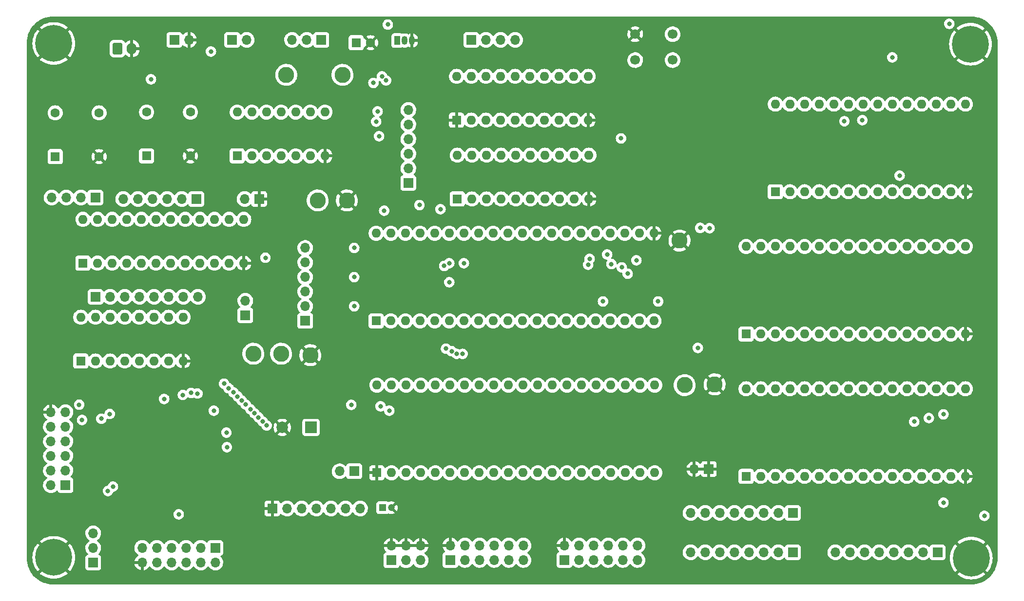
<source format=gbr>
%TF.GenerationSoftware,KiCad,Pcbnew,6.0.4+dfsg-1+b1*%
%TF.CreationDate,2022-05-07T15:32:52+10:00*%
%TF.ProjectId,65816-computer,36353831-362d-4636-9f6d-70757465722e,rev?*%
%TF.SameCoordinates,Original*%
%TF.FileFunction,Copper,L3,Inr*%
%TF.FilePolarity,Positive*%
%FSLAX46Y46*%
G04 Gerber Fmt 4.6, Leading zero omitted, Abs format (unit mm)*
G04 Created by KiCad (PCBNEW 6.0.4+dfsg-1+b1) date 2022-05-07 15:32:52*
%MOMM*%
%LPD*%
G01*
G04 APERTURE LIST*
G04 Aperture macros list*
%AMRoundRect*
0 Rectangle with rounded corners*
0 $1 Rounding radius*
0 $2 $3 $4 $5 $6 $7 $8 $9 X,Y pos of 4 corners*
0 Add a 4 corners polygon primitive as box body*
4,1,4,$2,$3,$4,$5,$6,$7,$8,$9,$2,$3,0*
0 Add four circle primitives for the rounded corners*
1,1,$1+$1,$2,$3*
1,1,$1+$1,$4,$5*
1,1,$1+$1,$6,$7*
1,1,$1+$1,$8,$9*
0 Add four rect primitives between the rounded corners*
20,1,$1+$1,$2,$3,$4,$5,0*
20,1,$1+$1,$4,$5,$6,$7,0*
20,1,$1+$1,$6,$7,$8,$9,0*
20,1,$1+$1,$8,$9,$2,$3,0*%
G04 Aperture macros list end*
%TA.AperFunction,ComponentPad*%
%ADD10R,1.600000X1.600000*%
%TD*%
%TA.AperFunction,ComponentPad*%
%ADD11C,1.600000*%
%TD*%
%TA.AperFunction,ComponentPad*%
%ADD12R,1.700000X1.700000*%
%TD*%
%TA.AperFunction,ComponentPad*%
%ADD13O,1.700000X1.700000*%
%TD*%
%TA.AperFunction,ComponentPad*%
%ADD14O,1.600000X1.600000*%
%TD*%
%TA.AperFunction,ComponentPad*%
%ADD15C,0.800000*%
%TD*%
%TA.AperFunction,ComponentPad*%
%ADD16C,6.400000*%
%TD*%
%TA.AperFunction,ComponentPad*%
%ADD17C,2.800000*%
%TD*%
%TA.AperFunction,ComponentPad*%
%ADD18R,2.000000X2.000000*%
%TD*%
%TA.AperFunction,ComponentPad*%
%ADD19C,2.000000*%
%TD*%
%TA.AperFunction,ComponentPad*%
%ADD20C,1.700000*%
%TD*%
%TA.AperFunction,ComponentPad*%
%ADD21RoundRect,0.250000X-0.600000X-0.750000X0.600000X-0.750000X0.600000X0.750000X-0.600000X0.750000X0*%
%TD*%
%TA.AperFunction,ComponentPad*%
%ADD22O,1.700000X2.000000*%
%TD*%
%TA.AperFunction,ComponentPad*%
%ADD23R,1.200000X1.200000*%
%TD*%
%TA.AperFunction,ComponentPad*%
%ADD24C,1.200000*%
%TD*%
%TA.AperFunction,ComponentPad*%
%ADD25R,1.050000X1.500000*%
%TD*%
%TA.AperFunction,ComponentPad*%
%ADD26O,1.050000X1.500000*%
%TD*%
%TA.AperFunction,ViaPad*%
%ADD27C,0.800000*%
%TD*%
G04 APERTURE END LIST*
D10*
%TO.N,+5V*%
%TO.C,X1*%
X89662000Y-64643000D03*
D11*
%TO.N,GND*%
X97282000Y-64643000D03*
%TO.N,/CPU& Bank Address Latching/CLK_UART*%
X97282000Y-57023000D03*
%TO.N,+5V*%
X89662000Y-57023000D03*
%TD*%
D12*
%TO.N,+5V*%
%TO.C,J19*%
X132207000Y-135001000D03*
D13*
%TO.N,GND*%
X132207000Y-132461000D03*
%TO.N,+5V*%
X134747000Y-135001000D03*
%TO.N,GND*%
X134747000Y-132461000D03*
%TO.N,+5V*%
X137287000Y-135001000D03*
%TO.N,GND*%
X137287000Y-132461000D03*
%TD*%
D10*
%TO.N,/CPU& Bank Address Latching/A11*%
%TO.C,U11*%
X78232000Y-100330000D03*
D14*
%TO.N,/CPU& Bank Address Latching/A10*%
X80772000Y-100330000D03*
%TO.N,/CPU& Bank Address Latching/A9*%
X83312000Y-100330000D03*
%TO.N,/CPU& Bank Address Latching/A12*%
X85852000Y-100330000D03*
%TO.N,/IO/~{IOCS}*%
X88392000Y-100330000D03*
%TO.N,+5V*%
X90932000Y-100330000D03*
%TO.N,/IO/~{IO7}*%
X93472000Y-100330000D03*
%TO.N,GND*%
X96012000Y-100330000D03*
%TO.N,/IO/~{IO6}*%
X96012000Y-92710000D03*
%TO.N,/IO/~{IO5}*%
X93472000Y-92710000D03*
%TO.N,/IO/~{IO4}*%
X90932000Y-92710000D03*
%TO.N,/IO/~{IO3}*%
X88392000Y-92710000D03*
%TO.N,/IO/~{IO2}*%
X85852000Y-92710000D03*
%TO.N,/IO/~{IO1}*%
X83312000Y-92710000D03*
%TO.N,/IO/~{IO0}*%
X80772000Y-92710000D03*
%TO.N,+5V*%
X78232000Y-92710000D03*
%TD*%
D10*
%TO.N,/Memory/ROMSW1*%
%TO.C,U9*%
X198882000Y-70876000D03*
D14*
%TO.N,/CPU& Bank Address Latching/A12*%
X201422000Y-70876000D03*
%TO.N,/CPU& Bank Address Latching/A7*%
X203962000Y-70876000D03*
%TO.N,/CPU& Bank Address Latching/A6*%
X206502000Y-70876000D03*
%TO.N,/CPU& Bank Address Latching/A5*%
X209042000Y-70876000D03*
%TO.N,/CPU& Bank Address Latching/A4*%
X211582000Y-70876000D03*
%TO.N,/CPU& Bank Address Latching/A3*%
X214122000Y-70876000D03*
%TO.N,/CPU& Bank Address Latching/A2*%
X216662000Y-70876000D03*
%TO.N,/CPU& Bank Address Latching/A1*%
X219202000Y-70876000D03*
%TO.N,/CPU& Bank Address Latching/A0*%
X221742000Y-70876000D03*
%TO.N,/CPU& Bank Address Latching/D0*%
X224282000Y-70876000D03*
%TO.N,/CPU& Bank Address Latching/D1*%
X226822000Y-70876000D03*
%TO.N,/CPU& Bank Address Latching/D2*%
X229362000Y-70876000D03*
%TO.N,GND*%
X231902000Y-70876000D03*
%TO.N,/CPU& Bank Address Latching/D3*%
X231902000Y-55636000D03*
%TO.N,/CPU& Bank Address Latching/D4*%
X229362000Y-55636000D03*
%TO.N,/CPU& Bank Address Latching/D5*%
X226822000Y-55636000D03*
%TO.N,/CPU& Bank Address Latching/D6*%
X224282000Y-55636000D03*
%TO.N,/CPU& Bank Address Latching/D7*%
X221742000Y-55636000D03*
%TO.N,/Memory/~{ROMCS}*%
X219202000Y-55636000D03*
%TO.N,/CPU& Bank Address Latching/A10*%
X216662000Y-55636000D03*
%TO.N,/Memory/~{RD}*%
X214122000Y-55636000D03*
%TO.N,/CPU& Bank Address Latching/A11*%
X211582000Y-55636000D03*
%TO.N,/CPU& Bank Address Latching/A9*%
X209042000Y-55636000D03*
%TO.N,/CPU& Bank Address Latching/A8*%
X206502000Y-55636000D03*
%TO.N,/Memory/ROMSW0*%
X203962000Y-55636000D03*
%TO.N,+5V*%
X201422000Y-55636000D03*
X198882000Y-55636000D03*
%TD*%
D15*
%TO.N,GND*%
%TO.C,H1*%
X75230056Y-43387944D03*
X73533000Y-42685000D03*
X75230056Y-46782056D03*
X73533000Y-47485000D03*
X71835944Y-46782056D03*
D16*
X73533000Y-45085000D03*
D15*
X71835944Y-43387944D03*
X75933000Y-45085000D03*
X71133000Y-45085000D03*
%TD*%
D17*
%TO.N,GND*%
%TO.C,TP7*%
X124460000Y-72390000D03*
%TD*%
D15*
%TO.N,GND*%
%TO.C,H4*%
X232918000Y-132220000D03*
X232918000Y-137020000D03*
X234615056Y-132922944D03*
X231220944Y-136317056D03*
X235318000Y-134620000D03*
D16*
X232918000Y-134620000D03*
D15*
X230518000Y-134620000D03*
X231220944Y-132922944D03*
X234615056Y-136317056D03*
%TD*%
D12*
%TO.N,/CPU& Bank Address Latching/D0*%
%TO.C,J9*%
X227076000Y-133604000D03*
D13*
%TO.N,/CPU& Bank Address Latching/D1*%
X224536000Y-133604000D03*
%TO.N,/CPU& Bank Address Latching/D2*%
X221996000Y-133604000D03*
%TO.N,/CPU& Bank Address Latching/D3*%
X219456000Y-133604000D03*
%TO.N,/CPU& Bank Address Latching/D4*%
X216916000Y-133604000D03*
%TO.N,/CPU& Bank Address Latching/D5*%
X214376000Y-133604000D03*
%TO.N,/CPU& Bank Address Latching/D6*%
X211836000Y-133604000D03*
%TO.N,/CPU& Bank Address Latching/D7*%
X209296000Y-133604000D03*
%TD*%
D15*
%TO.N,GND*%
%TO.C,H3*%
X73533000Y-132093000D03*
X73533000Y-136893000D03*
X71133000Y-134493000D03*
X71835944Y-132795944D03*
X71835944Y-136190056D03*
X75933000Y-134493000D03*
X75230056Y-136190056D03*
X75230056Y-132795944D03*
D16*
X73533000Y-134493000D03*
%TD*%
D10*
%TO.N,GND*%
%TO.C,U13*%
X129667000Y-119766000D03*
D14*
%TO.N,/IO/VIA_PA0*%
X132207000Y-119766000D03*
%TO.N,/IO/VIA_PA1*%
X134747000Y-119766000D03*
%TO.N,/IO/VIA_PA2*%
X137287000Y-119766000D03*
%TO.N,/IO/VIA_PA3*%
X139827000Y-119766000D03*
%TO.N,/IO/VIA_PA4*%
X142367000Y-119766000D03*
%TO.N,/IO/VIA_PA5*%
X144907000Y-119766000D03*
%TO.N,/IO/VIA_PA6*%
X147447000Y-119766000D03*
%TO.N,/IO/VIA_PA7*%
X149987000Y-119766000D03*
%TO.N,/IO/VIA_PB0*%
X152527000Y-119766000D03*
%TO.N,/IO/VIA_PB1*%
X155067000Y-119766000D03*
%TO.N,/IO/VIA_PB2*%
X157607000Y-119766000D03*
%TO.N,/IO/VIA_PB3*%
X160147000Y-119766000D03*
%TO.N,/IO/VIA_PB4*%
X162687000Y-119766000D03*
%TO.N,/IO/VIA_PB5*%
X165227000Y-119766000D03*
%TO.N,/IO/VIA_PB6*%
X167767000Y-119766000D03*
%TO.N,/IO/VIA_PB7*%
X170307000Y-119766000D03*
%TO.N,/IO/VIA_CB1*%
X172847000Y-119766000D03*
%TO.N,/IO/VIA_CB2*%
X175387000Y-119766000D03*
%TO.N,+5V*%
X177927000Y-119766000D03*
%TO.N,/CPU& Bank Address Latching/~{NMI}*%
X177927000Y-104526000D03*
%TO.N,/CPU& Bank Address Latching/~{RW}*%
X175387000Y-104526000D03*
%TO.N,/IO/~{IO0}*%
X172847000Y-104526000D03*
%TO.N,+5V*%
X170307000Y-104526000D03*
%TO.N,/CPU& Bank Address Latching/CLK*%
X167767000Y-104526000D03*
%TO.N,/CPU& Bank Address Latching/D7*%
X165227000Y-104526000D03*
%TO.N,/CPU& Bank Address Latching/D6*%
X162687000Y-104526000D03*
%TO.N,/CPU& Bank Address Latching/D5*%
X160147000Y-104526000D03*
%TO.N,/CPU& Bank Address Latching/D4*%
X157607000Y-104526000D03*
%TO.N,/CPU& Bank Address Latching/D3*%
X155067000Y-104526000D03*
%TO.N,/CPU& Bank Address Latching/D2*%
X152527000Y-104526000D03*
%TO.N,/CPU& Bank Address Latching/D1*%
X149987000Y-104526000D03*
%TO.N,/CPU& Bank Address Latching/D0*%
X147447000Y-104526000D03*
%TO.N,/CPU& Bank Address Latching/~{RES}*%
X144907000Y-104526000D03*
%TO.N,/CPU& Bank Address Latching/A3*%
X142367000Y-104526000D03*
%TO.N,/CPU& Bank Address Latching/A2*%
X139827000Y-104526000D03*
%TO.N,/CPU& Bank Address Latching/A1*%
X137287000Y-104526000D03*
%TO.N,/CPU& Bank Address Latching/A0*%
X134747000Y-104526000D03*
%TO.N,/IO/VIA_CA2*%
X132207000Y-104526000D03*
%TO.N,/IO/VIA_CA1*%
X129667000Y-104526000D03*
%TD*%
D17*
%TO.N,GND*%
%TO.C,TP8*%
X188341000Y-104394000D03*
%TD*%
D10*
%TO.N,+5V*%
%TO.C,X2*%
X73787000Y-64770000D03*
D11*
%TO.N,GND*%
X81407000Y-64770000D03*
%TO.N,Net-(JP2-Pad3)*%
X81407000Y-57150000D03*
%TO.N,+5V*%
X73787000Y-57150000D03*
%TD*%
D18*
%TO.N,/IO/SPEAKER*%
%TO.C,LS1*%
X118237000Y-111887000D03*
D19*
%TO.N,GND*%
X113237000Y-111887000D03*
%TD*%
D12*
%TO.N,/CPU& Bank Address Latching/~{VP}*%
%TO.C,J14*%
X117221000Y-93345000D03*
D13*
%TO.N,/CPU& Bank Address Latching/RDY*%
X117221000Y-90805000D03*
%TO.N,/CPU& Bank Address Latching/~{RES}*%
X117221000Y-88265000D03*
%TO.N,/CPU& Bank Address Latching/~{ABORT}*%
X117221000Y-85725000D03*
%TO.N,/CPU& Bank Address Latching/~{NMI}*%
X117221000Y-83185000D03*
%TO.N,/CPU& Bank Address Latching/BE*%
X117221000Y-80645000D03*
%TD*%
D12*
%TO.N,GND*%
%TO.C,J20*%
X187330000Y-119126000D03*
D13*
X184790000Y-119126000D03*
%TD*%
D12*
%TO.N,GND*%
%TO.C,JP3*%
X109220000Y-72136000D03*
D13*
%TO.N,/Memory/S0*%
X106680000Y-72136000D03*
%TD*%
D15*
%TO.N,GND*%
%TO.C,H2*%
X232791000Y-47612000D03*
X230391000Y-45212000D03*
X235191000Y-45212000D03*
X231093944Y-43514944D03*
X231093944Y-46909056D03*
X234488056Y-43514944D03*
X232791000Y-42812000D03*
D16*
X232791000Y-45212000D03*
D15*
X234488056Y-46909056D03*
%TD*%
D12*
%TO.N,+5V*%
%TO.C,J6*%
X142429609Y-134946609D03*
D13*
%TO.N,GND*%
X142429609Y-132406609D03*
%TO.N,/IO/VIA_CA1*%
X144969609Y-134946609D03*
%TO.N,/IO/VIA_CA2*%
X144969609Y-132406609D03*
%TO.N,/IO/VIA_PA0*%
X147509609Y-134946609D03*
%TO.N,/IO/VIA_PA1*%
X147509609Y-132406609D03*
%TO.N,/IO/VIA_PA2*%
X150049609Y-134946609D03*
%TO.N,/IO/VIA_PA3*%
X150049609Y-132406609D03*
%TO.N,/IO/VIA_PA4*%
X152589609Y-134946609D03*
%TO.N,/IO/VIA_PA5*%
X152589609Y-132406609D03*
%TO.N,/IO/VIA_PA6*%
X155129609Y-134946609D03*
%TO.N,/IO/VIA_PA7*%
X155129609Y-132406609D03*
%TD*%
D17*
%TO.N,/CPU& Bank Address Latching/CLK_UART*%
%TO.C,TP11*%
X123698000Y-50546000D03*
%TD*%
D12*
%TO.N,/CPU& Bank Address Latching/A8*%
%TO.C,J10*%
X201930000Y-126746000D03*
D13*
%TO.N,/CPU& Bank Address Latching/A9*%
X199390000Y-126746000D03*
%TO.N,/CPU& Bank Address Latching/A10*%
X196850000Y-126746000D03*
%TO.N,/CPU& Bank Address Latching/A11*%
X194310000Y-126746000D03*
%TO.N,/CPU& Bank Address Latching/A12*%
X191770000Y-126746000D03*
%TO.N,/CPU& Bank Address Latching/A13*%
X189230000Y-126746000D03*
%TO.N,/CPU& Bank Address Latching/A14*%
X186690000Y-126746000D03*
%TO.N,/CPU& Bank Address Latching/A15*%
X184150000Y-126746000D03*
%TD*%
D20*
%TO.N,GND*%
%TO.C,SW1*%
X174550000Y-43470000D03*
%TO.N,/CPU& Bank Address Latching/~{RES_BTN}*%
X181050000Y-43470000D03*
%TO.N,N/C*%
X174550000Y-47970000D03*
X181050000Y-47970000D03*
%TD*%
D21*
%TO.N,+5V*%
%TO.C,J3*%
X84582000Y-45974000D03*
D22*
%TO.N,GND*%
X87082000Y-45974000D03*
%TD*%
D10*
%TO.N,/CPU& Bank Address Latching/A18*%
%TO.C,U7*%
X193802000Y-95641000D03*
D14*
%TO.N,/CPU& Bank Address Latching/A16*%
X196342000Y-95641000D03*
%TO.N,/CPU& Bank Address Latching/A14*%
X198882000Y-95641000D03*
%TO.N,/CPU& Bank Address Latching/A12*%
X201422000Y-95641000D03*
%TO.N,/CPU& Bank Address Latching/A7*%
X203962000Y-95641000D03*
%TO.N,/CPU& Bank Address Latching/A6*%
X206502000Y-95641000D03*
%TO.N,/CPU& Bank Address Latching/A5*%
X209042000Y-95641000D03*
%TO.N,/CPU& Bank Address Latching/A4*%
X211582000Y-95641000D03*
%TO.N,/CPU& Bank Address Latching/A3*%
X214122000Y-95641000D03*
%TO.N,/CPU& Bank Address Latching/A2*%
X216662000Y-95641000D03*
%TO.N,/CPU& Bank Address Latching/A1*%
X219202000Y-95641000D03*
%TO.N,/CPU& Bank Address Latching/A0*%
X221742000Y-95641000D03*
%TO.N,/CPU& Bank Address Latching/D0*%
X224282000Y-95641000D03*
%TO.N,/CPU& Bank Address Latching/D1*%
X226822000Y-95641000D03*
%TO.N,/CPU& Bank Address Latching/D2*%
X229362000Y-95641000D03*
%TO.N,GND*%
X231902000Y-95641000D03*
%TO.N,/CPU& Bank Address Latching/D3*%
X231902000Y-80401000D03*
%TO.N,/CPU& Bank Address Latching/D4*%
X229362000Y-80401000D03*
%TO.N,/CPU& Bank Address Latching/D5*%
X226822000Y-80401000D03*
%TO.N,/CPU& Bank Address Latching/D6*%
X224282000Y-80401000D03*
%TO.N,/CPU& Bank Address Latching/D7*%
X221742000Y-80401000D03*
%TO.N,/Memory/~{RAM0CS}*%
X219202000Y-80401000D03*
%TO.N,/CPU& Bank Address Latching/A10*%
X216662000Y-80401000D03*
%TO.N,/Memory/~{RD}*%
X214122000Y-80401000D03*
%TO.N,/CPU& Bank Address Latching/A11*%
X211582000Y-80401000D03*
%TO.N,/CPU& Bank Address Latching/A9*%
X209042000Y-80401000D03*
%TO.N,/CPU& Bank Address Latching/A8*%
X206502000Y-80401000D03*
%TO.N,/CPU& Bank Address Latching/A13*%
X203962000Y-80401000D03*
%TO.N,/Memory/~{WR}*%
X201422000Y-80401000D03*
%TO.N,/CPU& Bank Address Latching/A17*%
X198882000Y-80401000D03*
%TO.N,/CPU& Bank Address Latching/A15*%
X196342000Y-80401000D03*
%TO.N,+5V*%
X193802000Y-80401000D03*
%TD*%
D12*
%TO.N,/Memory/S1*%
%TO.C,J17*%
X80772000Y-71882000D03*
D13*
%TO.N,/Memory/S2*%
X78232000Y-71882000D03*
%TO.N,/Memory/S3*%
X75692000Y-71882000D03*
%TO.N,/Memory/S4*%
X73152000Y-71882000D03*
%TD*%
D12*
%TO.N,/CPU& Bank Address Latching/MX*%
%TO.C,J13*%
X135128000Y-69342000D03*
D13*
%TO.N,/CPU& Bank Address Latching/~{ML}*%
X135128000Y-66802000D03*
%TO.N,/CPU& Bank Address Latching/EMU*%
X135128000Y-64262000D03*
%TO.N,/CPU& Bank Address Latching/VDA*%
X135128000Y-61722000D03*
%TO.N,/CPU& Bank Address Latching/VPA*%
X135128000Y-59182000D03*
%TO.N,/CPU& Bank Address Latching/~{RW}*%
X135128000Y-56642000D03*
%TD*%
D12*
%TO.N,/CPU& Bank Address Latching/~{IRQ}*%
%TO.C,JP4*%
X106807000Y-92379000D03*
D13*
%TO.N,+5V*%
X106807000Y-89839000D03*
%TD*%
D12*
%TO.N,/IO/~{UART_DTRB}*%
%TO.C,J5*%
X75570000Y-121920000D03*
D13*
%TO.N,/IO/~{UART_DSRB}*%
X73030000Y-121920000D03*
%TO.N,/IO/~{UART_OPB}*%
X75570000Y-119380000D03*
%TO.N,/IO/~{UART_CTSB}*%
X73030000Y-119380000D03*
%TO.N,/IO/~{UART_RIB}*%
X75570000Y-116840000D03*
%TO.N,/IO/~{UART_CDB}*%
X73030000Y-116840000D03*
%TO.N,/IO/~{UART_RXRDYB}*%
X75570000Y-114300000D03*
%TO.N,/IO/UART_RXB*%
X73030000Y-114300000D03*
%TO.N,/IO/~{UART_TXRDYB}*%
X75570000Y-111760000D03*
%TO.N,/IO/UART_TXB*%
X73030000Y-111760000D03*
%TO.N,/IO/~{UART_RTSB}*%
X75570000Y-109220000D03*
%TO.N,GND*%
X73030000Y-109220000D03*
%TD*%
D10*
%TO.N,+5V*%
%TO.C,U10*%
X105405000Y-64633000D03*
D14*
%TO.N,/CPU& Bank Address Latching/CLK*%
X107945000Y-64633000D03*
%TO.N,Net-(JP2-Pad2)*%
X110485000Y-64633000D03*
%TO.N,+5V*%
X113025000Y-64633000D03*
%TO.N,/CPU& Bank Address Latching/CLK*%
X115565000Y-64633000D03*
%TO.N,/CPU& Bank Address Latching/CLK_INV*%
X118105000Y-64633000D03*
%TO.N,GND*%
X120645000Y-64633000D03*
%TO.N,unconnected-(U10-Pad8)*%
X120645000Y-57013000D03*
%TO.N,unconnected-(U10-Pad9)*%
X118105000Y-57013000D03*
%TO.N,+5V*%
X115565000Y-57013000D03*
X113025000Y-57013000D03*
X110485000Y-57013000D03*
X107945000Y-57013000D03*
X105405000Y-57013000D03*
%TD*%
D10*
%TO.N,/CPU& Bank Address Latching/CLK*%
%TO.C,U6*%
X78608000Y-83302000D03*
D14*
%TO.N,/CPU& Bank Address Latching/~{RW}*%
X81148000Y-83302000D03*
%TO.N,/CPU& Bank Address Latching/VPA*%
X83688000Y-83302000D03*
%TO.N,/CPU& Bank Address Latching/VDA*%
X86228000Y-83302000D03*
%TO.N,/CPU& Bank Address Latching/A19*%
X88768000Y-83302000D03*
%TO.N,/CPU& Bank Address Latching/A18*%
X91308000Y-83302000D03*
%TO.N,/CPU& Bank Address Latching/A17*%
X93848000Y-83302000D03*
%TO.N,/CPU& Bank Address Latching/A16*%
X96388000Y-83302000D03*
%TO.N,/CPU& Bank Address Latching/A15*%
X98928000Y-83302000D03*
%TO.N,/CPU& Bank Address Latching/A14*%
X101468000Y-83302000D03*
%TO.N,/CPU& Bank Address Latching/A13*%
X104008000Y-83302000D03*
%TO.N,GND*%
X106548000Y-83302000D03*
%TO.N,/Memory/S0*%
X106548000Y-75682000D03*
%TO.N,/Memory/~{RAM0CS}*%
X104008000Y-75682000D03*
%TO.N,/Memory/~{RAM1CS}*%
X101468000Y-75682000D03*
%TO.N,/Memory/~{ROMCS}*%
X98928000Y-75682000D03*
%TO.N,/IO/~{IOCS}*%
X96388000Y-75682000D03*
%TO.N,/Memory/~{RD}*%
X93848000Y-75682000D03*
%TO.N,/Memory/~{WR}*%
X91308000Y-75682000D03*
%TO.N,/Memory/S1*%
X88768000Y-75682000D03*
%TO.N,/Memory/S2*%
X86228000Y-75682000D03*
%TO.N,/Memory/S3*%
X83688000Y-75682000D03*
%TO.N,/Memory/S4*%
X81148000Y-75682000D03*
%TO.N,+5V*%
X78608000Y-75682000D03*
%TD*%
D23*
%TO.N,+5V*%
%TO.C,C16*%
X130683000Y-125857000D03*
D24*
%TO.N,GND*%
X132183000Y-125857000D03*
%TD*%
D12*
%TO.N,/Memory/~{RAM0CS}*%
%TO.C,J16*%
X98298000Y-72136000D03*
D13*
%TO.N,/Memory/~{RAM1CS}*%
X95758000Y-72136000D03*
%TO.N,/Memory/~{ROMCS}*%
X93218000Y-72136000D03*
%TO.N,/IO/~{IOCS}*%
X90678000Y-72136000D03*
%TO.N,/Memory/~{RD}*%
X88138000Y-72136000D03*
%TO.N,/Memory/~{WR}*%
X85598000Y-72136000D03*
%TD*%
D17*
%TO.N,GND*%
%TO.C,TP9*%
X118110000Y-99314000D03*
%TD*%
D12*
%TO.N,/CPU& Bank Address Latching/~{RES_BTN}*%
%TO.C,J2*%
X94483000Y-44450000D03*
D13*
%TO.N,GND*%
X97023000Y-44450000D03*
%TD*%
D10*
%TO.N,/CPU& Bank Address Latching/~{VP}*%
%TO.C,U4*%
X129540000Y-93345000D03*
D14*
%TO.N,/CPU& Bank Address Latching/RDY*%
X132080000Y-93345000D03*
%TO.N,/CPU& Bank Address Latching/~{ABORT}*%
X134620000Y-93345000D03*
%TO.N,/CPU& Bank Address Latching/~{IRQ}*%
X137160000Y-93345000D03*
%TO.N,/CPU& Bank Address Latching/~{ML}*%
X139700000Y-93345000D03*
%TO.N,/CPU& Bank Address Latching/~{NMI}*%
X142240000Y-93345000D03*
%TO.N,/CPU& Bank Address Latching/VPA*%
X144780000Y-93345000D03*
%TO.N,+5V*%
X147320000Y-93345000D03*
%TO.N,/CPU& Bank Address Latching/A0*%
X149860000Y-93345000D03*
%TO.N,/CPU& Bank Address Latching/A1*%
X152400000Y-93345000D03*
%TO.N,/CPU& Bank Address Latching/A2*%
X154940000Y-93345000D03*
%TO.N,/CPU& Bank Address Latching/A3*%
X157480000Y-93345000D03*
%TO.N,/CPU& Bank Address Latching/A4*%
X160020000Y-93345000D03*
%TO.N,/CPU& Bank Address Latching/A5*%
X162560000Y-93345000D03*
%TO.N,/CPU& Bank Address Latching/A6*%
X165100000Y-93345000D03*
%TO.N,/CPU& Bank Address Latching/A7*%
X167640000Y-93345000D03*
%TO.N,/CPU& Bank Address Latching/A8*%
X170180000Y-93345000D03*
%TO.N,/CPU& Bank Address Latching/A9*%
X172720000Y-93345000D03*
%TO.N,/CPU& Bank Address Latching/A10*%
X175260000Y-93345000D03*
%TO.N,/CPU& Bank Address Latching/A11*%
X177800000Y-93345000D03*
%TO.N,GND*%
X177800000Y-78105000D03*
%TO.N,/CPU& Bank Address Latching/A12*%
X175260000Y-78105000D03*
%TO.N,/CPU& Bank Address Latching/A13*%
X172720000Y-78105000D03*
%TO.N,/CPU& Bank Address Latching/A14*%
X170180000Y-78105000D03*
%TO.N,/CPU& Bank Address Latching/A15*%
X167640000Y-78105000D03*
%TO.N,/CPU& Bank Address Latching/DB7*%
X165100000Y-78105000D03*
%TO.N,/CPU& Bank Address Latching/DB6*%
X162560000Y-78105000D03*
%TO.N,/CPU& Bank Address Latching/DB5*%
X160020000Y-78105000D03*
%TO.N,/CPU& Bank Address Latching/DB4*%
X157480000Y-78105000D03*
%TO.N,/CPU& Bank Address Latching/DB3*%
X154940000Y-78105000D03*
%TO.N,/CPU& Bank Address Latching/DB2*%
X152400000Y-78105000D03*
%TO.N,/CPU& Bank Address Latching/DB1*%
X149860000Y-78105000D03*
%TO.N,/CPU& Bank Address Latching/DB0*%
X147320000Y-78105000D03*
%TO.N,/CPU& Bank Address Latching/~{RW}*%
X144780000Y-78105000D03*
%TO.N,/CPU& Bank Address Latching/EMU*%
X142240000Y-78105000D03*
%TO.N,/CPU& Bank Address Latching/BE*%
X139700000Y-78105000D03*
%TO.N,/CPU& Bank Address Latching/CLK*%
X137160000Y-78105000D03*
%TO.N,/CPU& Bank Address Latching/MX*%
X134620000Y-78105000D03*
%TO.N,/CPU& Bank Address Latching/VDA*%
X132080000Y-78105000D03*
%TO.N,/CPU& Bank Address Latching/~{RES}*%
X129540000Y-78105000D03*
%TD*%
D12*
%TO.N,/IO/~{UART_DTRA}*%
%TO.C,J4*%
X101600000Y-132842000D03*
D13*
%TO.N,/IO/~{UART_DSRA}*%
X101600000Y-135382000D03*
%TO.N,/IO/~{UART_OPA}*%
X99060000Y-132842000D03*
%TO.N,/IO/~{UART_CTSA}*%
X99060000Y-135382000D03*
%TO.N,/IO/~{UART_RIA}*%
X96520000Y-132842000D03*
%TO.N,/IO/~{UART_CDA}*%
X96520000Y-135382000D03*
%TO.N,/IO/~{UART_RXRDYA}*%
X93980000Y-132842000D03*
%TO.N,/IO/UART_RXA*%
X93980000Y-135382000D03*
%TO.N,/IO/~{UART_TXRDYA}*%
X91440000Y-132842000D03*
%TO.N,/IO/UART_TXA*%
X91440000Y-135382000D03*
%TO.N,/IO/~{UART_RTSA}*%
X88900000Y-132842000D03*
%TO.N,GND*%
X88900000Y-135382000D03*
%TD*%
D10*
%TO.N,GND*%
%TO.C,U3*%
X143510000Y-58420000D03*
D14*
%TO.N,/CPU& Bank Address Latching/DB0*%
X146050000Y-58420000D03*
%TO.N,/CPU& Bank Address Latching/DB1*%
X148590000Y-58420000D03*
%TO.N,/CPU& Bank Address Latching/DB2*%
X151130000Y-58420000D03*
%TO.N,/CPU& Bank Address Latching/DB3*%
X153670000Y-58420000D03*
%TO.N,/CPU& Bank Address Latching/DB4*%
X156210000Y-58420000D03*
%TO.N,/CPU& Bank Address Latching/DB5*%
X158750000Y-58420000D03*
%TO.N,/CPU& Bank Address Latching/DB6*%
X161290000Y-58420000D03*
%TO.N,/CPU& Bank Address Latching/DB7*%
X163830000Y-58420000D03*
%TO.N,GND*%
X166370000Y-58420000D03*
%TO.N,/CPU& Bank Address Latching/CLK_INV*%
X166370000Y-50800000D03*
%TO.N,unconnected-(U3-Pad12)*%
X163830000Y-50800000D03*
%TO.N,unconnected-(U3-Pad13)*%
X161290000Y-50800000D03*
%TO.N,unconnected-(U3-Pad14)*%
X158750000Y-50800000D03*
%TO.N,unconnected-(U3-Pad15)*%
X156210000Y-50800000D03*
%TO.N,/CPU& Bank Address Latching/A19*%
X153670000Y-50800000D03*
%TO.N,/CPU& Bank Address Latching/A18*%
X151130000Y-50800000D03*
%TO.N,/CPU& Bank Address Latching/A17*%
X148590000Y-50800000D03*
%TO.N,/CPU& Bank Address Latching/A16*%
X146050000Y-50800000D03*
%TO.N,+5V*%
X143510000Y-50800000D03*
%TD*%
D17*
%TO.N,/CPU& Bank Address Latching/~{RES}*%
%TO.C,TP4*%
X113030000Y-99060000D03*
%TD*%
D12*
%TO.N,/IO/VIA_PB7*%
%TO.C,JP1*%
X125730000Y-119507000D03*
D13*
%TO.N,/IO/SPEAKER*%
X123190000Y-119507000D03*
%TD*%
D17*
%TO.N,/CPU& Bank Address Latching/~{NMI}*%
%TO.C,TP6*%
X183134000Y-104521000D03*
%TD*%
D12*
%TO.N,GND*%
%TO.C,J18*%
X111500600Y-125984400D03*
D13*
%TO.N,unconnected-(J18-Pad2)*%
X114040600Y-125984400D03*
%TO.N,/IO/VIA_PA0*%
X116580600Y-125984400D03*
%TO.N,/IO/VIA_PA1*%
X119120600Y-125984400D03*
%TO.N,/IO/VIA_PA2*%
X121660600Y-125984400D03*
%TO.N,/IO/VIA_PA3*%
X124200600Y-125984400D03*
%TO.N,+5V*%
X126740600Y-125984400D03*
%TD*%
D12*
%TO.N,+5V*%
%TO.C,J1*%
X104516000Y-44450000D03*
D13*
%TO.N,Net-(J1-Pad2)*%
X107056000Y-44450000D03*
%TD*%
D17*
%TO.N,/CPU& Bank Address Latching/~{IRQ}*%
%TO.C,TP5*%
X108204000Y-99060000D03*
%TD*%
%TO.N,/CPU& Bank Address Latching/CLK*%
%TO.C,TP1*%
X119380000Y-72390000D03*
%TD*%
D12*
%TO.N,/IO/~{IO0}*%
%TO.C,J12*%
X80787000Y-89154000D03*
D13*
%TO.N,/IO/~{IO1}*%
X83327000Y-89154000D03*
%TO.N,/IO/~{IO2}*%
X85867000Y-89154000D03*
%TO.N,/IO/~{IO3}*%
X88407000Y-89154000D03*
%TO.N,/IO/~{IO4}*%
X90947000Y-89154000D03*
%TO.N,/IO/~{IO5}*%
X93487000Y-89154000D03*
%TO.N,/IO/~{IO6}*%
X96027000Y-89154000D03*
%TO.N,/IO/~{IO7}*%
X98567000Y-89154000D03*
%TD*%
D10*
%TO.N,+5V*%
%TO.C,C15*%
X126071621Y-44958000D03*
D11*
%TO.N,GND*%
X128571621Y-44958000D03*
%TD*%
D10*
%TO.N,/CPU& Bank Address Latching/~{RW}*%
%TO.C,U2*%
X143637000Y-72131000D03*
D14*
%TO.N,/CPU& Bank Address Latching/D0*%
X146177000Y-72131000D03*
%TO.N,/CPU& Bank Address Latching/D1*%
X148717000Y-72131000D03*
%TO.N,/CPU& Bank Address Latching/D2*%
X151257000Y-72131000D03*
%TO.N,/CPU& Bank Address Latching/D3*%
X153797000Y-72131000D03*
%TO.N,/CPU& Bank Address Latching/D4*%
X156337000Y-72131000D03*
%TO.N,/CPU& Bank Address Latching/D5*%
X158877000Y-72131000D03*
%TO.N,/CPU& Bank Address Latching/D6*%
X161417000Y-72131000D03*
%TO.N,/CPU& Bank Address Latching/D7*%
X163957000Y-72131000D03*
%TO.N,GND*%
X166497000Y-72131000D03*
%TO.N,/CPU& Bank Address Latching/DB7*%
X166497000Y-64511000D03*
%TO.N,/CPU& Bank Address Latching/DB6*%
X163957000Y-64511000D03*
%TO.N,/CPU& Bank Address Latching/DB5*%
X161417000Y-64511000D03*
%TO.N,/CPU& Bank Address Latching/DB4*%
X158877000Y-64511000D03*
%TO.N,/CPU& Bank Address Latching/DB3*%
X156337000Y-64511000D03*
%TO.N,/CPU& Bank Address Latching/DB2*%
X153797000Y-64511000D03*
%TO.N,/CPU& Bank Address Latching/DB1*%
X151257000Y-64511000D03*
%TO.N,/CPU& Bank Address Latching/DB0*%
X148717000Y-64511000D03*
%TO.N,/CPU& Bank Address Latching/CLK_INV*%
X146177000Y-64511000D03*
%TO.N,+5V*%
X143637000Y-64511000D03*
%TD*%
D17*
%TO.N,Net-(JP2-Pad3)*%
%TO.C,TP2*%
X113919000Y-50546000D03*
%TD*%
D12*
%TO.N,/IO/UART_INTA*%
%TO.C,J15*%
X80391000Y-135387000D03*
D13*
%TO.N,/IO/UART_INTB*%
X80391000Y-132847000D03*
%TO.N,/CPU& Bank Address Latching/RES*%
X80391000Y-130307000D03*
%TD*%
D12*
%TO.N,+5V*%
%TO.C,J7*%
X162241609Y-134946609D03*
D13*
%TO.N,GND*%
X162241609Y-132406609D03*
%TO.N,/IO/VIA_CB1*%
X164781609Y-134946609D03*
%TO.N,/IO/VIA_CB2*%
X164781609Y-132406609D03*
%TO.N,/IO/VIA_PB0*%
X167321609Y-134946609D03*
%TO.N,/IO/VIA_PB1*%
X167321609Y-132406609D03*
%TO.N,/IO/VIA_PB2*%
X169861609Y-134946609D03*
%TO.N,/IO/VIA_PB3*%
X169861609Y-132406609D03*
%TO.N,/IO/VIA_PB4*%
X172401609Y-134946609D03*
%TO.N,/IO/VIA_PB5*%
X172401609Y-132406609D03*
%TO.N,/IO/VIA_PB6*%
X174941609Y-134946609D03*
%TO.N,/IO/VIA_PB7*%
X174941609Y-132406609D03*
%TD*%
D17*
%TO.N,GND*%
%TO.C,TP10*%
X182245000Y-79375000D03*
%TD*%
D12*
%TO.N,/CPU& Bank Address Latching/CLK_UART*%
%TO.C,JP2*%
X120015000Y-44450000D03*
D13*
%TO.N,Net-(JP2-Pad2)*%
X117475000Y-44450000D03*
%TO.N,Net-(JP2-Pad3)*%
X114935000Y-44450000D03*
%TD*%
D12*
%TO.N,/CPU& Bank Address Latching/A16*%
%TO.C,J11*%
X146060000Y-44450000D03*
D13*
%TO.N,/CPU& Bank Address Latching/A17*%
X148600000Y-44450000D03*
%TO.N,/CPU& Bank Address Latching/A18*%
X151140000Y-44450000D03*
%TO.N,/CPU& Bank Address Latching/A19*%
X153680000Y-44450000D03*
%TD*%
D12*
%TO.N,/CPU& Bank Address Latching/A0*%
%TO.C,J8*%
X201930000Y-133604000D03*
D13*
%TO.N,/CPU& Bank Address Latching/A1*%
X199390000Y-133604000D03*
%TO.N,/CPU& Bank Address Latching/A2*%
X196850000Y-133604000D03*
%TO.N,/CPU& Bank Address Latching/A3*%
X194310000Y-133604000D03*
%TO.N,/CPU& Bank Address Latching/A4*%
X191770000Y-133604000D03*
%TO.N,/CPU& Bank Address Latching/A5*%
X189230000Y-133604000D03*
%TO.N,/CPU& Bank Address Latching/A6*%
X186690000Y-133604000D03*
%TO.N,/CPU& Bank Address Latching/A7*%
X184150000Y-133604000D03*
%TD*%
D10*
%TO.N,/CPU& Bank Address Latching/A18*%
%TO.C,U8*%
X193802000Y-120401000D03*
D14*
%TO.N,/CPU& Bank Address Latching/A16*%
X196342000Y-120401000D03*
%TO.N,/CPU& Bank Address Latching/A14*%
X198882000Y-120401000D03*
%TO.N,/CPU& Bank Address Latching/A12*%
X201422000Y-120401000D03*
%TO.N,/CPU& Bank Address Latching/A7*%
X203962000Y-120401000D03*
%TO.N,/CPU& Bank Address Latching/A6*%
X206502000Y-120401000D03*
%TO.N,/CPU& Bank Address Latching/A5*%
X209042000Y-120401000D03*
%TO.N,/CPU& Bank Address Latching/A4*%
X211582000Y-120401000D03*
%TO.N,/CPU& Bank Address Latching/A3*%
X214122000Y-120401000D03*
%TO.N,/CPU& Bank Address Latching/A2*%
X216662000Y-120401000D03*
%TO.N,/CPU& Bank Address Latching/A1*%
X219202000Y-120401000D03*
%TO.N,/CPU& Bank Address Latching/A0*%
X221742000Y-120401000D03*
%TO.N,/CPU& Bank Address Latching/D0*%
X224282000Y-120401000D03*
%TO.N,/CPU& Bank Address Latching/D1*%
X226822000Y-120401000D03*
%TO.N,/CPU& Bank Address Latching/D2*%
X229362000Y-120401000D03*
%TO.N,GND*%
X231902000Y-120401000D03*
%TO.N,/CPU& Bank Address Latching/D3*%
X231902000Y-105161000D03*
%TO.N,/CPU& Bank Address Latching/D4*%
X229362000Y-105161000D03*
%TO.N,/CPU& Bank Address Latching/D5*%
X226822000Y-105161000D03*
%TO.N,/CPU& Bank Address Latching/D6*%
X224282000Y-105161000D03*
%TO.N,/CPU& Bank Address Latching/D7*%
X221742000Y-105161000D03*
%TO.N,/Memory/~{RAM1CS}*%
X219202000Y-105161000D03*
%TO.N,/CPU& Bank Address Latching/A10*%
X216662000Y-105161000D03*
%TO.N,/Memory/~{RD}*%
X214122000Y-105161000D03*
%TO.N,/CPU& Bank Address Latching/A11*%
X211582000Y-105161000D03*
%TO.N,/CPU& Bank Address Latching/A9*%
X209042000Y-105161000D03*
%TO.N,/CPU& Bank Address Latching/A8*%
X206502000Y-105161000D03*
%TO.N,/CPU& Bank Address Latching/A13*%
X203962000Y-105161000D03*
%TO.N,/Memory/~{WR}*%
X201422000Y-105161000D03*
%TO.N,/CPU& Bank Address Latching/A17*%
X198882000Y-105161000D03*
%TO.N,/CPU& Bank Address Latching/A15*%
X196342000Y-105161000D03*
%TO.N,+5V*%
X193802000Y-105161000D03*
%TD*%
D25*
%TO.N,/CPU& Bank Address Latching/~{RES_BTN}*%
%TO.C,U14*%
X133223000Y-44577000D03*
D26*
%TO.N,+5V*%
X134493000Y-44577000D03*
%TO.N,GND*%
X135763000Y-44577000D03*
%TD*%
D27*
%TO.N,+5V*%
X185420000Y-98044000D03*
X125730000Y-85725000D03*
X172085000Y-61595000D03*
X125730000Y-90805000D03*
X90424000Y-51308000D03*
X95250000Y-127000000D03*
X229108000Y-41656000D03*
X125730000Y-80645000D03*
X228092000Y-124968000D03*
%TO.N,GND*%
X96520000Y-127000000D03*
X70612000Y-51816000D03*
X135890000Y-51816000D03*
X146012500Y-95250000D03*
X100584000Y-48768000D03*
X74930000Y-80772000D03*
X172085000Y-63500000D03*
X109728000Y-53594000D03*
X196088000Y-100076000D03*
X85344000Y-52832000D03*
X194945000Y-64135000D03*
X178308000Y-127000000D03*
X204216000Y-51816000D03*
X76200000Y-87884000D03*
X94234000Y-106426000D03*
X193548000Y-82296000D03*
X102870000Y-47498000D03*
X141224000Y-66040000D03*
%TO.N,/CPU& Bank Address Latching/RES*%
X83820000Y-122174000D03*
X100838000Y-46482000D03*
X219202000Y-47498000D03*
%TO.N,/CPU& Bank Address Latching/CLK*%
X141356275Y-83778940D03*
X137058400Y-73189500D03*
%TO.N,/CPU& Bank Address Latching/~{RES}*%
X110306312Y-82366312D03*
X130302000Y-108204000D03*
%TO.N,/CPU& Bank Address Latching/~{RW}*%
X144780000Y-83312000D03*
X166370000Y-83566000D03*
%TO.N,/CPU& Bank Address Latching/D0*%
X223012000Y-110876000D03*
X110523020Y-111539020D03*
%TO.N,/CPU& Bank Address Latching/D1*%
X109816265Y-110832265D03*
X225552000Y-110241000D03*
%TO.N,/CPU& Bank Address Latching/D2*%
X228092000Y-109606000D03*
X109109510Y-110125510D03*
%TO.N,/CPU& Bank Address Latching/D3*%
X108402755Y-109418755D03*
%TO.N,/CPU& Bank Address Latching/D4*%
X107696000Y-108712000D03*
%TO.N,/CPU& Bank Address Latching/D5*%
X106878755Y-107894755D03*
%TO.N,/CPU& Bank Address Latching/D6*%
X106172000Y-107188000D03*
%TO.N,/CPU& Bank Address Latching/D7*%
X105465245Y-106481245D03*
%TO.N,/CPU& Bank Address Latching/~{NMI}*%
X166624000Y-82550000D03*
X142240000Y-86614000D03*
X142240000Y-83312000D03*
%TO.N,/CPU& Bank Address Latching/A0*%
X141679263Y-98178380D03*
X103124000Y-104261986D03*
%TO.N,/CPU& Bank Address Latching/A1*%
X103886000Y-105049990D03*
X142644545Y-98619854D03*
%TO.N,/CPU& Bank Address Latching/A2*%
X104758490Y-105774490D03*
X143533161Y-99077420D03*
%TO.N,/CPU& Bank Address Latching/A3*%
X144563500Y-99077420D03*
%TO.N,/CPU& Bank Address Latching/A8*%
X169672000Y-81788000D03*
%TO.N,/CPU& Bank Address Latching/A9*%
X170396500Y-83467271D03*
%TO.N,/CPU& Bank Address Latching/A10*%
X173228000Y-85127500D03*
%TO.N,/CPU& Bank Address Latching/A11*%
X172212000Y-84036500D03*
%TO.N,/CPU& Bank Address Latching/A12*%
X178524500Y-89957060D03*
%TO.N,/CPU& Bank Address Latching/A13*%
X174752000Y-82804000D03*
%TO.N,/CPU& Bank Address Latching/A14*%
X168947500Y-89957060D03*
%TO.N,/Memory/~{RAM0CS}*%
X130048000Y-61214000D03*
X131262755Y-51506755D03*
X220472000Y-68072000D03*
%TO.N,/Memory/~{RAM1CS}*%
X129794000Y-56896000D03*
X235208299Y-127258299D03*
X130556000Y-50800000D03*
%TO.N,/Memory/~{ROMCS}*%
X210878842Y-58605842D03*
X129540000Y-58674000D03*
X129069500Y-51943000D03*
X213995000Y-58420000D03*
%TO.N,/Memory/~{RD}*%
X92715017Y-106928983D03*
%TO.N,/Memory/~{WR}*%
X95954500Y-106231713D03*
%TO.N,/IO/~{IO2}*%
X97401706Y-105880500D03*
%TO.N,/IO/~{IO1}*%
X98483125Y-105986875D03*
%TO.N,/IO/~{IO0}*%
X131826000Y-108966000D03*
X125222000Y-107950000D03*
%TO.N,/IO/UART_TXA*%
X103532460Y-112776000D03*
%TO.N,/IO/~{UART_DTRB}*%
X82943700Y-122936000D03*
%TO.N,/IO/~{UART_OPB}*%
X78448500Y-110579500D03*
%TO.N,/IO/~{UART_RIB}*%
X81794094Y-110369094D03*
%TO.N,/IO/UART_RXB*%
X77954950Y-107935550D03*
%TO.N,/IO/~{UART_RTSB}*%
X83254953Y-109543953D03*
%TO.N,/CPU& Bank Address Latching/~{RES_BTN}*%
X131567342Y-41778342D03*
%TO.N,/CPU& Bank Address Latching/CLK_UART*%
X101346000Y-108966000D03*
%TO.N,/Memory/ROMSW0*%
X185821801Y-77160180D03*
X187452000Y-77216000D03*
%TO.N,/IO/UART_RXA*%
X103611020Y-115316000D03*
%TO.N,/CPU& Bank Address Latching/VPA*%
X140716000Y-73914000D03*
%TO.N,/CPU& Bank Address Latching/VDA*%
X130937000Y-74167989D03*
%TD*%
%TA.AperFunction,Conductor*%
%TO.N,GND*%
G36*
X232888018Y-40388000D02*
G01*
X232902851Y-40390310D01*
X232902855Y-40390310D01*
X232911724Y-40391691D01*
X232932183Y-40389016D01*
X232954008Y-40388072D01*
X233310937Y-40403656D01*
X233321886Y-40404614D01*
X233706379Y-40455233D01*
X233717205Y-40457142D01*
X234095822Y-40541080D01*
X234106439Y-40543925D01*
X234276702Y-40597608D01*
X234476302Y-40660542D01*
X234486615Y-40664295D01*
X234844932Y-40812715D01*
X234854876Y-40817353D01*
X235154354Y-40973251D01*
X235198867Y-40996423D01*
X235208387Y-41001919D01*
X235535468Y-41210292D01*
X235544472Y-41216597D01*
X235852138Y-41452678D01*
X235860558Y-41459743D01*
X236074736Y-41656000D01*
X236146483Y-41721744D01*
X236154252Y-41729513D01*
X236323972Y-41914730D01*
X236416257Y-42015442D01*
X236423322Y-42023862D01*
X236659403Y-42331528D01*
X236665708Y-42340532D01*
X236874081Y-42667613D01*
X236879576Y-42677132D01*
X236995563Y-42899939D01*
X237058643Y-43021115D01*
X237063285Y-43031068D01*
X237211239Y-43388260D01*
X237211702Y-43389377D01*
X237215458Y-43399698D01*
X237263911Y-43553371D01*
X237332075Y-43769561D01*
X237334920Y-43780178D01*
X237418858Y-44158795D01*
X237420767Y-44169621D01*
X237471386Y-44554114D01*
X237472344Y-44565063D01*
X237485381Y-44863650D01*
X237487603Y-44914552D01*
X237486223Y-44939429D01*
X237484309Y-44951724D01*
X237485473Y-44960626D01*
X237485473Y-44960628D01*
X237488436Y-44983283D01*
X237489500Y-44999621D01*
X237489500Y-134570633D01*
X237488000Y-134590018D01*
X237485690Y-134604851D01*
X237485690Y-134604855D01*
X237484309Y-134613724D01*
X237486984Y-134634183D01*
X237487928Y-134656008D01*
X237474753Y-134957757D01*
X237472344Y-135012936D01*
X237471386Y-135023886D01*
X237420767Y-135408379D01*
X237418858Y-135419205D01*
X237334920Y-135797822D01*
X237332075Y-135808439D01*
X237295011Y-135925991D01*
X237233765Y-136120242D01*
X237215461Y-136178294D01*
X237211705Y-136188615D01*
X237082211Y-136501242D01*
X237063289Y-136546923D01*
X237058647Y-136556876D01*
X236879577Y-136900867D01*
X236874081Y-136910387D01*
X236665708Y-137237468D01*
X236659403Y-137246472D01*
X236423322Y-137554138D01*
X236416257Y-137562558D01*
X236164662Y-137837127D01*
X236154256Y-137848483D01*
X236146483Y-137856256D01*
X235860558Y-138118257D01*
X235852138Y-138125322D01*
X235544472Y-138361403D01*
X235535468Y-138367708D01*
X235208387Y-138576081D01*
X235198868Y-138581576D01*
X234854876Y-138760647D01*
X234844932Y-138765285D01*
X234486615Y-138913705D01*
X234476302Y-138917458D01*
X234276702Y-138980392D01*
X234106439Y-139034075D01*
X234095822Y-139036920D01*
X233717205Y-139120858D01*
X233706379Y-139122767D01*
X233321886Y-139173386D01*
X233310937Y-139174344D01*
X232961446Y-139189603D01*
X232936571Y-139188223D01*
X232924276Y-139186309D01*
X232915374Y-139187473D01*
X232915372Y-139187473D01*
X232900323Y-139189441D01*
X232892714Y-139190436D01*
X232876379Y-139191500D01*
X73455367Y-139191500D01*
X73435982Y-139190000D01*
X73421149Y-139187690D01*
X73421145Y-139187690D01*
X73412276Y-139186309D01*
X73391817Y-139188984D01*
X73369992Y-139189928D01*
X73013063Y-139174344D01*
X73002114Y-139173386D01*
X72617621Y-139122767D01*
X72606795Y-139120858D01*
X72228178Y-139036920D01*
X72217561Y-139034075D01*
X72047298Y-138980392D01*
X71847698Y-138917458D01*
X71837385Y-138913705D01*
X71479068Y-138765285D01*
X71469124Y-138760647D01*
X71125132Y-138581576D01*
X71115613Y-138576081D01*
X70788532Y-138367708D01*
X70779528Y-138361403D01*
X70471862Y-138125322D01*
X70463442Y-138118257D01*
X70177517Y-137856256D01*
X70169744Y-137848483D01*
X70159339Y-137837127D01*
X69907743Y-137562558D01*
X69900678Y-137554138D01*
X69698293Y-137290386D01*
X71100759Y-137290386D01*
X71108216Y-137300753D01*
X71347935Y-137494874D01*
X71353272Y-137498751D01*
X71673685Y-137706830D01*
X71679394Y-137710127D01*
X72019811Y-137883578D01*
X72025836Y-137886260D01*
X72382502Y-138023171D01*
X72388784Y-138025212D01*
X72757816Y-138124094D01*
X72764266Y-138125465D01*
X73141629Y-138185234D01*
X73148167Y-138185920D01*
X73529699Y-138205916D01*
X73536301Y-138205916D01*
X73917833Y-138185920D01*
X73924371Y-138185234D01*
X74301734Y-138125465D01*
X74308184Y-138124094D01*
X74677216Y-138025212D01*
X74683498Y-138023171D01*
X75040164Y-137886260D01*
X75046189Y-137883578D01*
X75386606Y-137710127D01*
X75392315Y-137706830D01*
X75712728Y-137498751D01*
X75718065Y-137494874D01*
X75813755Y-137417386D01*
X230485759Y-137417386D01*
X230493216Y-137427753D01*
X230732935Y-137621874D01*
X230738272Y-137625751D01*
X231058685Y-137833830D01*
X231064394Y-137837127D01*
X231404811Y-138010578D01*
X231410836Y-138013260D01*
X231767502Y-138150171D01*
X231773784Y-138152212D01*
X232142816Y-138251094D01*
X232149266Y-138252465D01*
X232526629Y-138312234D01*
X232533167Y-138312920D01*
X232914699Y-138332916D01*
X232921301Y-138332916D01*
X233302833Y-138312920D01*
X233309371Y-138312234D01*
X233686734Y-138252465D01*
X233693184Y-138251094D01*
X234062216Y-138152212D01*
X234068498Y-138150171D01*
X234425164Y-138013260D01*
X234431189Y-138010578D01*
X234771606Y-137837127D01*
X234777315Y-137833830D01*
X235097728Y-137625751D01*
X235103065Y-137621874D01*
X235341835Y-137428522D01*
X235350300Y-137416267D01*
X235343966Y-137405176D01*
X232930812Y-134992022D01*
X232916868Y-134984408D01*
X232915035Y-134984539D01*
X232908420Y-134988790D01*
X230492900Y-137404310D01*
X230485759Y-137417386D01*
X75813755Y-137417386D01*
X75956835Y-137301522D01*
X75965300Y-137289267D01*
X75958966Y-137278176D01*
X73545812Y-134865022D01*
X73531868Y-134857408D01*
X73530035Y-134857539D01*
X73523420Y-134861790D01*
X71107900Y-137277310D01*
X71100759Y-137290386D01*
X69698293Y-137290386D01*
X69664597Y-137246472D01*
X69658292Y-137237468D01*
X69449919Y-136910387D01*
X69444423Y-136900867D01*
X69265353Y-136556876D01*
X69260711Y-136546923D01*
X69241790Y-136501242D01*
X69112295Y-136188615D01*
X69108539Y-136178294D01*
X69090236Y-136120242D01*
X69028989Y-135925991D01*
X68991925Y-135808439D01*
X68989080Y-135797822D01*
X68905142Y-135419205D01*
X68903233Y-135408379D01*
X68852614Y-135023886D01*
X68851656Y-135012936D01*
X68848614Y-134943255D01*
X68836561Y-134667206D01*
X68838188Y-134640805D01*
X68838769Y-134637352D01*
X68838770Y-134637345D01*
X68839576Y-134632552D01*
X68839729Y-134620000D01*
X68835773Y-134592376D01*
X68834500Y-134574514D01*
X68834500Y-134496301D01*
X69820084Y-134496301D01*
X69840080Y-134877833D01*
X69840766Y-134884371D01*
X69900535Y-135261734D01*
X69901906Y-135268184D01*
X70000788Y-135637216D01*
X70002829Y-135643498D01*
X70139740Y-136000164D01*
X70142422Y-136006189D01*
X70315872Y-136346603D01*
X70319169Y-136352313D01*
X70527253Y-136672735D01*
X70531123Y-136678061D01*
X70724478Y-136916835D01*
X70736733Y-136925300D01*
X70747824Y-136918966D01*
X73160978Y-134505812D01*
X73167356Y-134494132D01*
X73897408Y-134494132D01*
X73897539Y-134495965D01*
X73901790Y-134502580D01*
X76317310Y-136918100D01*
X76330386Y-136925241D01*
X76340753Y-136917784D01*
X76534877Y-136678061D01*
X76538747Y-136672735D01*
X76746831Y-136352313D01*
X76750128Y-136346603D01*
X76923578Y-136006189D01*
X76926260Y-136000164D01*
X77063171Y-135643498D01*
X77065212Y-135637216D01*
X77164094Y-135268184D01*
X77165465Y-135261734D01*
X77225234Y-134884371D01*
X77225920Y-134877833D01*
X77245916Y-134496301D01*
X77245916Y-134489699D01*
X77225920Y-134108167D01*
X77225234Y-134101629D01*
X77165465Y-133724266D01*
X77164094Y-133717816D01*
X77065212Y-133348784D01*
X77063171Y-133342502D01*
X76926260Y-132985836D01*
X76923578Y-132979811D01*
X76838937Y-132813695D01*
X79028251Y-132813695D01*
X79028548Y-132818848D01*
X79028548Y-132818851D01*
X79037106Y-132967267D01*
X79041110Y-133036715D01*
X79042247Y-133041761D01*
X79042248Y-133041767D01*
X79057475Y-133109331D01*
X79090222Y-133254639D01*
X79128363Y-133348570D01*
X79168649Y-133447782D01*
X79174266Y-133461616D01*
X79208499Y-133517479D01*
X79287253Y-133645994D01*
X79290987Y-133652088D01*
X79294367Y-133655990D01*
X79295164Y-133656910D01*
X79437250Y-133820938D01*
X79441230Y-133824242D01*
X79445981Y-133828187D01*
X79485616Y-133887090D01*
X79487113Y-133958071D01*
X79449997Y-134018593D01*
X79409725Y-134043112D01*
X79395246Y-134048540D01*
X79294295Y-134086385D01*
X79177739Y-134173739D01*
X79090385Y-134290295D01*
X79039255Y-134426684D01*
X79032500Y-134488866D01*
X79032500Y-136285134D01*
X79039255Y-136347316D01*
X79090385Y-136483705D01*
X79177739Y-136600261D01*
X79294295Y-136687615D01*
X79430684Y-136738745D01*
X79492866Y-136745500D01*
X81289134Y-136745500D01*
X81351316Y-136738745D01*
X81487705Y-136687615D01*
X81604261Y-136600261D01*
X81691615Y-136483705D01*
X81742745Y-136347316D01*
X81749500Y-136285134D01*
X81749500Y-135649966D01*
X87568257Y-135649966D01*
X87598565Y-135784446D01*
X87601645Y-135794275D01*
X87681770Y-135991603D01*
X87686413Y-136000794D01*
X87797694Y-136182388D01*
X87803777Y-136190699D01*
X87943213Y-136351667D01*
X87950580Y-136358883D01*
X88114434Y-136494916D01*
X88122881Y-136500831D01*
X88306756Y-136608279D01*
X88316042Y-136612729D01*
X88515001Y-136688703D01*
X88524899Y-136691579D01*
X88628250Y-136712606D01*
X88642299Y-136711410D01*
X88646000Y-136701065D01*
X88646000Y-135654115D01*
X88641525Y-135638876D01*
X88640135Y-135637671D01*
X88632452Y-135636000D01*
X87583225Y-135636000D01*
X87569694Y-135639973D01*
X87568257Y-135649966D01*
X81749500Y-135649966D01*
X81749500Y-134488866D01*
X81742745Y-134426684D01*
X81691615Y-134290295D01*
X81604261Y-134173739D01*
X81487705Y-134086385D01*
X81475132Y-134081672D01*
X81369203Y-134041960D01*
X81312439Y-133999318D01*
X81287739Y-133932756D01*
X81302947Y-133863408D01*
X81324493Y-133834727D01*
X81344882Y-133814409D01*
X81429096Y-133730489D01*
X81438203Y-133717816D01*
X81556435Y-133553277D01*
X81559453Y-133549077D01*
X81573856Y-133519936D01*
X81656136Y-133353453D01*
X81656137Y-133353451D01*
X81658430Y-133348811D01*
X81714939Y-133162819D01*
X81721865Y-133140023D01*
X81721865Y-133140021D01*
X81723370Y-133135069D01*
X81752529Y-132913590D01*
X81752773Y-132903618D01*
X81754074Y-132850365D01*
X81754074Y-132850361D01*
X81754156Y-132847000D01*
X81751007Y-132808695D01*
X87537251Y-132808695D01*
X87537548Y-132813848D01*
X87537548Y-132813851D01*
X87543299Y-132913590D01*
X87550110Y-133031715D01*
X87551247Y-133036761D01*
X87551248Y-133036767D01*
X87572246Y-133129939D01*
X87599222Y-133249639D01*
X87650644Y-133376276D01*
X87679985Y-133448535D01*
X87683266Y-133456616D01*
X87720563Y-133517479D01*
X87797291Y-133642688D01*
X87799987Y-133647088D01*
X87946250Y-133815938D01*
X88118126Y-133958632D01*
X88178906Y-133994149D01*
X88191955Y-134001774D01*
X88240679Y-134053412D01*
X88253750Y-134123195D01*
X88227019Y-134188967D01*
X88186562Y-134222327D01*
X88178457Y-134226546D01*
X88169738Y-134232036D01*
X87999433Y-134359905D01*
X87991726Y-134366748D01*
X87844590Y-134520717D01*
X87838104Y-134528727D01*
X87718098Y-134704649D01*
X87713000Y-134713623D01*
X87623338Y-134906783D01*
X87619775Y-134916470D01*
X87564389Y-135116183D01*
X87565912Y-135124607D01*
X87578292Y-135128000D01*
X89028000Y-135128000D01*
X89096121Y-135148002D01*
X89142614Y-135201658D01*
X89154000Y-135254000D01*
X89154000Y-136700517D01*
X89158064Y-136714359D01*
X89171478Y-136716393D01*
X89178184Y-136715534D01*
X89188262Y-136713392D01*
X89392255Y-136652191D01*
X89401842Y-136648433D01*
X89593095Y-136554739D01*
X89601945Y-136549464D01*
X89775328Y-136425792D01*
X89783200Y-136419139D01*
X89934052Y-136268812D01*
X89940730Y-136260965D01*
X90068022Y-136083819D01*
X90069279Y-136084722D01*
X90116373Y-136041362D01*
X90186311Y-136029145D01*
X90251751Y-136056678D01*
X90279579Y-136088511D01*
X90339987Y-136187088D01*
X90486250Y-136355938D01*
X90658126Y-136498632D01*
X90851000Y-136611338D01*
X91059692Y-136691030D01*
X91064760Y-136692061D01*
X91064763Y-136692062D01*
X91159862Y-136711410D01*
X91278597Y-136735567D01*
X91283772Y-136735757D01*
X91283774Y-136735757D01*
X91496673Y-136743564D01*
X91496677Y-136743564D01*
X91501837Y-136743753D01*
X91506957Y-136743097D01*
X91506959Y-136743097D01*
X91718288Y-136716025D01*
X91718289Y-136716025D01*
X91723416Y-136715368D01*
X91728366Y-136713883D01*
X91932429Y-136652661D01*
X91932434Y-136652659D01*
X91937384Y-136651174D01*
X92137994Y-136552896D01*
X92319860Y-136423173D01*
X92478096Y-136265489D01*
X92484433Y-136256671D01*
X92608453Y-136084077D01*
X92609776Y-136085028D01*
X92656645Y-136041857D01*
X92726580Y-136029625D01*
X92792026Y-136057144D01*
X92819875Y-136088994D01*
X92879987Y-136187088D01*
X93026250Y-136355938D01*
X93198126Y-136498632D01*
X93391000Y-136611338D01*
X93599692Y-136691030D01*
X93604760Y-136692061D01*
X93604763Y-136692062D01*
X93699862Y-136711410D01*
X93818597Y-136735567D01*
X93823772Y-136735757D01*
X93823774Y-136735757D01*
X94036673Y-136743564D01*
X94036677Y-136743564D01*
X94041837Y-136743753D01*
X94046957Y-136743097D01*
X94046959Y-136743097D01*
X94258288Y-136716025D01*
X94258289Y-136716025D01*
X94263416Y-136715368D01*
X94268366Y-136713883D01*
X94472429Y-136652661D01*
X94472434Y-136652659D01*
X94477384Y-136651174D01*
X94677994Y-136552896D01*
X94859860Y-136423173D01*
X95018096Y-136265489D01*
X95024433Y-136256671D01*
X95148453Y-136084077D01*
X95149776Y-136085028D01*
X95196645Y-136041857D01*
X95266580Y-136029625D01*
X95332026Y-136057144D01*
X95359875Y-136088994D01*
X95419987Y-136187088D01*
X95566250Y-136355938D01*
X95738126Y-136498632D01*
X95931000Y-136611338D01*
X96139692Y-136691030D01*
X96144760Y-136692061D01*
X96144763Y-136692062D01*
X96239862Y-136711410D01*
X96358597Y-136735567D01*
X96363772Y-136735757D01*
X96363774Y-136735757D01*
X96576673Y-136743564D01*
X96576677Y-136743564D01*
X96581837Y-136743753D01*
X96586957Y-136743097D01*
X96586959Y-136743097D01*
X96798288Y-136716025D01*
X96798289Y-136716025D01*
X96803416Y-136715368D01*
X96808366Y-136713883D01*
X97012429Y-136652661D01*
X97012434Y-136652659D01*
X97017384Y-136651174D01*
X97217994Y-136552896D01*
X97399860Y-136423173D01*
X97558096Y-136265489D01*
X97564433Y-136256671D01*
X97688453Y-136084077D01*
X97689776Y-136085028D01*
X97736645Y-136041857D01*
X97806580Y-136029625D01*
X97872026Y-136057144D01*
X97899875Y-136088994D01*
X97959987Y-136187088D01*
X98106250Y-136355938D01*
X98278126Y-136498632D01*
X98471000Y-136611338D01*
X98679692Y-136691030D01*
X98684760Y-136692061D01*
X98684763Y-136692062D01*
X98779862Y-136711410D01*
X98898597Y-136735567D01*
X98903772Y-136735757D01*
X98903774Y-136735757D01*
X99116673Y-136743564D01*
X99116677Y-136743564D01*
X99121837Y-136743753D01*
X99126957Y-136743097D01*
X99126959Y-136743097D01*
X99338288Y-136716025D01*
X99338289Y-136716025D01*
X99343416Y-136715368D01*
X99348366Y-136713883D01*
X99552429Y-136652661D01*
X99552434Y-136652659D01*
X99557384Y-136651174D01*
X99757994Y-136552896D01*
X99939860Y-136423173D01*
X100098096Y-136265489D01*
X100104433Y-136256671D01*
X100228453Y-136084077D01*
X100229776Y-136085028D01*
X100276645Y-136041857D01*
X100346580Y-136029625D01*
X100412026Y-136057144D01*
X100439875Y-136088994D01*
X100499987Y-136187088D01*
X100646250Y-136355938D01*
X100818126Y-136498632D01*
X101011000Y-136611338D01*
X101219692Y-136691030D01*
X101224760Y-136692061D01*
X101224763Y-136692062D01*
X101319862Y-136711410D01*
X101438597Y-136735567D01*
X101443772Y-136735757D01*
X101443774Y-136735757D01*
X101656673Y-136743564D01*
X101656677Y-136743564D01*
X101661837Y-136743753D01*
X101666957Y-136743097D01*
X101666959Y-136743097D01*
X101878288Y-136716025D01*
X101878289Y-136716025D01*
X101883416Y-136715368D01*
X101888366Y-136713883D01*
X102092429Y-136652661D01*
X102092434Y-136652659D01*
X102097384Y-136651174D01*
X102297994Y-136552896D01*
X102479860Y-136423173D01*
X102638096Y-136265489D01*
X102644433Y-136256671D01*
X102765435Y-136088277D01*
X102768453Y-136084077D01*
X102781995Y-136056678D01*
X102859857Y-135899134D01*
X130848500Y-135899134D01*
X130855255Y-135961316D01*
X130906385Y-136097705D01*
X130993739Y-136214261D01*
X131110295Y-136301615D01*
X131246684Y-136352745D01*
X131308866Y-136359500D01*
X133105134Y-136359500D01*
X133167316Y-136352745D01*
X133303705Y-136301615D01*
X133420261Y-136214261D01*
X133507615Y-136097705D01*
X133522995Y-136056678D01*
X133551598Y-135980382D01*
X133594240Y-135923618D01*
X133660802Y-135898918D01*
X133730150Y-135914126D01*
X133764817Y-135942114D01*
X133793250Y-135974938D01*
X133965126Y-136117632D01*
X134158000Y-136230338D01*
X134162825Y-136232180D01*
X134162826Y-136232181D01*
X134226959Y-136256671D01*
X134366692Y-136310030D01*
X134371760Y-136311061D01*
X134371763Y-136311062D01*
X134479017Y-136332883D01*
X134585597Y-136354567D01*
X134590772Y-136354757D01*
X134590774Y-136354757D01*
X134803673Y-136362564D01*
X134803677Y-136362564D01*
X134808837Y-136362753D01*
X134813957Y-136362097D01*
X134813959Y-136362097D01*
X135025288Y-136335025D01*
X135025289Y-136335025D01*
X135030416Y-136334368D01*
X135035366Y-136332883D01*
X135239429Y-136271661D01*
X135239434Y-136271659D01*
X135244384Y-136270174D01*
X135444994Y-136171896D01*
X135626860Y-136042173D01*
X135634153Y-136034906D01*
X135752832Y-135916640D01*
X135785096Y-135884489D01*
X135802884Y-135859735D01*
X135915453Y-135703077D01*
X135916776Y-135704028D01*
X135963645Y-135660857D01*
X136033580Y-135648625D01*
X136099026Y-135676144D01*
X136126875Y-135707994D01*
X136186987Y-135806088D01*
X136333250Y-135974938D01*
X136505126Y-136117632D01*
X136698000Y-136230338D01*
X136702825Y-136232180D01*
X136702826Y-136232181D01*
X136766959Y-136256671D01*
X136906692Y-136310030D01*
X136911760Y-136311061D01*
X136911763Y-136311062D01*
X137019017Y-136332883D01*
X137125597Y-136354567D01*
X137130772Y-136354757D01*
X137130774Y-136354757D01*
X137343673Y-136362564D01*
X137343677Y-136362564D01*
X137348837Y-136362753D01*
X137353957Y-136362097D01*
X137353959Y-136362097D01*
X137565288Y-136335025D01*
X137565289Y-136335025D01*
X137570416Y-136334368D01*
X137575366Y-136332883D01*
X137779429Y-136271661D01*
X137779434Y-136271659D01*
X137784384Y-136270174D01*
X137984994Y-136171896D01*
X138166860Y-136042173D01*
X138174153Y-136034906D01*
X138292832Y-135916640D01*
X138325096Y-135884489D01*
X138342884Y-135859735D01*
X138353657Y-135844743D01*
X141071109Y-135844743D01*
X141077864Y-135906925D01*
X141128994Y-136043314D01*
X141216348Y-136159870D01*
X141332904Y-136247224D01*
X141469293Y-136298354D01*
X141531475Y-136305109D01*
X143327743Y-136305109D01*
X143389925Y-136298354D01*
X143526314Y-136247224D01*
X143642870Y-136159870D01*
X143730224Y-136043314D01*
X143755857Y-135974938D01*
X143774207Y-135925991D01*
X143816849Y-135869227D01*
X143883411Y-135844527D01*
X143952759Y-135859735D01*
X143987426Y-135887723D01*
X144015859Y-135920547D01*
X144187735Y-136063241D01*
X144380609Y-136175947D01*
X144385434Y-136177789D01*
X144385435Y-136177790D01*
X144458221Y-136205584D01*
X144589301Y-136255639D01*
X144594369Y-136256670D01*
X144594372Y-136256671D01*
X144655645Y-136269137D01*
X144808206Y-136300176D01*
X144813381Y-136300366D01*
X144813383Y-136300366D01*
X145026282Y-136308173D01*
X145026286Y-136308173D01*
X145031446Y-136308362D01*
X145036566Y-136307706D01*
X145036568Y-136307706D01*
X145247897Y-136280634D01*
X145247898Y-136280634D01*
X145253025Y-136279977D01*
X145257975Y-136278492D01*
X145462038Y-136217270D01*
X145462043Y-136217268D01*
X145466993Y-136215783D01*
X145667603Y-136117505D01*
X145849469Y-135987782D01*
X145859045Y-135978240D01*
X145993225Y-135844527D01*
X146007705Y-135830098D01*
X146023269Y-135808439D01*
X146138062Y-135648686D01*
X146139385Y-135649637D01*
X146186254Y-135606466D01*
X146256189Y-135594234D01*
X146321635Y-135621753D01*
X146349484Y-135653603D01*
X146409596Y-135751697D01*
X146555859Y-135920547D01*
X146727735Y-136063241D01*
X146920609Y-136175947D01*
X146925434Y-136177789D01*
X146925435Y-136177790D01*
X146998221Y-136205584D01*
X147129301Y-136255639D01*
X147134369Y-136256670D01*
X147134372Y-136256671D01*
X147195645Y-136269137D01*
X147348206Y-136300176D01*
X147353381Y-136300366D01*
X147353383Y-136300366D01*
X147566282Y-136308173D01*
X147566286Y-136308173D01*
X147571446Y-136308362D01*
X147576566Y-136307706D01*
X147576568Y-136307706D01*
X147787897Y-136280634D01*
X147787898Y-136280634D01*
X147793025Y-136279977D01*
X147797975Y-136278492D01*
X148002038Y-136217270D01*
X148002043Y-136217268D01*
X148006993Y-136215783D01*
X148207603Y-136117505D01*
X148389469Y-135987782D01*
X148399045Y-135978240D01*
X148533225Y-135844527D01*
X148547705Y-135830098D01*
X148563269Y-135808439D01*
X148678062Y-135648686D01*
X148679385Y-135649637D01*
X148726254Y-135606466D01*
X148796189Y-135594234D01*
X148861635Y-135621753D01*
X148889484Y-135653603D01*
X148949596Y-135751697D01*
X149095859Y-135920547D01*
X149267735Y-136063241D01*
X149460609Y-136175947D01*
X149465434Y-136177789D01*
X149465435Y-136177790D01*
X149538221Y-136205584D01*
X149669301Y-136255639D01*
X149674369Y-136256670D01*
X149674372Y-136256671D01*
X149735645Y-136269137D01*
X149888206Y-136300176D01*
X149893381Y-136300366D01*
X149893383Y-136300366D01*
X150106282Y-136308173D01*
X150106286Y-136308173D01*
X150111446Y-136308362D01*
X150116566Y-136307706D01*
X150116568Y-136307706D01*
X150327897Y-136280634D01*
X150327898Y-136280634D01*
X150333025Y-136279977D01*
X150337975Y-136278492D01*
X150542038Y-136217270D01*
X150542043Y-136217268D01*
X150546993Y-136215783D01*
X150747603Y-136117505D01*
X150929469Y-135987782D01*
X150939045Y-135978240D01*
X151073225Y-135844527D01*
X151087705Y-135830098D01*
X151103269Y-135808439D01*
X151218062Y-135648686D01*
X151219385Y-135649637D01*
X151266254Y-135606466D01*
X151336189Y-135594234D01*
X151401635Y-135621753D01*
X151429484Y-135653603D01*
X151489596Y-135751697D01*
X151635859Y-135920547D01*
X151807735Y-136063241D01*
X152000609Y-136175947D01*
X152005434Y-136177789D01*
X152005435Y-136177790D01*
X152078221Y-136205584D01*
X152209301Y-136255639D01*
X152214369Y-136256670D01*
X152214372Y-136256671D01*
X152275645Y-136269137D01*
X152428206Y-136300176D01*
X152433381Y-136300366D01*
X152433383Y-136300366D01*
X152646282Y-136308173D01*
X152646286Y-136308173D01*
X152651446Y-136308362D01*
X152656566Y-136307706D01*
X152656568Y-136307706D01*
X152867897Y-136280634D01*
X152867898Y-136280634D01*
X152873025Y-136279977D01*
X152877975Y-136278492D01*
X153082038Y-136217270D01*
X153082043Y-136217268D01*
X153086993Y-136215783D01*
X153287603Y-136117505D01*
X153469469Y-135987782D01*
X153479045Y-135978240D01*
X153613225Y-135844527D01*
X153627705Y-135830098D01*
X153643269Y-135808439D01*
X153758062Y-135648686D01*
X153759385Y-135649637D01*
X153806254Y-135606466D01*
X153876189Y-135594234D01*
X153941635Y-135621753D01*
X153969484Y-135653603D01*
X154029596Y-135751697D01*
X154175859Y-135920547D01*
X154347735Y-136063241D01*
X154540609Y-136175947D01*
X154545434Y-136177789D01*
X154545435Y-136177790D01*
X154618221Y-136205584D01*
X154749301Y-136255639D01*
X154754369Y-136256670D01*
X154754372Y-136256671D01*
X154815645Y-136269137D01*
X154968206Y-136300176D01*
X154973381Y-136300366D01*
X154973383Y-136300366D01*
X155186282Y-136308173D01*
X155186286Y-136308173D01*
X155191446Y-136308362D01*
X155196566Y-136307706D01*
X155196568Y-136307706D01*
X155407897Y-136280634D01*
X155407898Y-136280634D01*
X155413025Y-136279977D01*
X155417975Y-136278492D01*
X155622038Y-136217270D01*
X155622043Y-136217268D01*
X155626993Y-136215783D01*
X155827603Y-136117505D01*
X156009469Y-135987782D01*
X156019045Y-135978240D01*
X156153008Y-135844743D01*
X160883109Y-135844743D01*
X160889864Y-135906925D01*
X160940994Y-136043314D01*
X161028348Y-136159870D01*
X161144904Y-136247224D01*
X161281293Y-136298354D01*
X161343475Y-136305109D01*
X163139743Y-136305109D01*
X163201925Y-136298354D01*
X163338314Y-136247224D01*
X163454870Y-136159870D01*
X163542224Y-136043314D01*
X163567857Y-135974938D01*
X163586207Y-135925991D01*
X163628849Y-135869227D01*
X163695411Y-135844527D01*
X163764759Y-135859735D01*
X163799426Y-135887723D01*
X163827859Y-135920547D01*
X163999735Y-136063241D01*
X164192609Y-136175947D01*
X164197434Y-136177789D01*
X164197435Y-136177790D01*
X164270221Y-136205584D01*
X164401301Y-136255639D01*
X164406369Y-136256670D01*
X164406372Y-136256671D01*
X164467645Y-136269137D01*
X164620206Y-136300176D01*
X164625381Y-136300366D01*
X164625383Y-136300366D01*
X164838282Y-136308173D01*
X164838286Y-136308173D01*
X164843446Y-136308362D01*
X164848566Y-136307706D01*
X164848568Y-136307706D01*
X165059897Y-136280634D01*
X165059898Y-136280634D01*
X165065025Y-136279977D01*
X165069975Y-136278492D01*
X165274038Y-136217270D01*
X165274043Y-136217268D01*
X165278993Y-136215783D01*
X165479603Y-136117505D01*
X165661469Y-135987782D01*
X165671045Y-135978240D01*
X165805225Y-135844527D01*
X165819705Y-135830098D01*
X165835269Y-135808439D01*
X165950062Y-135648686D01*
X165951385Y-135649637D01*
X165998254Y-135606466D01*
X166068189Y-135594234D01*
X166133635Y-135621753D01*
X166161484Y-135653603D01*
X166221596Y-135751697D01*
X166367859Y-135920547D01*
X166539735Y-136063241D01*
X166732609Y-136175947D01*
X166737434Y-136177789D01*
X166737435Y-136177790D01*
X166810221Y-136205584D01*
X166941301Y-136255639D01*
X166946369Y-136256670D01*
X166946372Y-136256671D01*
X167007645Y-136269137D01*
X167160206Y-136300176D01*
X167165381Y-136300366D01*
X167165383Y-136300366D01*
X167378282Y-136308173D01*
X167378286Y-136308173D01*
X167383446Y-136308362D01*
X167388566Y-136307706D01*
X167388568Y-136307706D01*
X167599897Y-136280634D01*
X167599898Y-136280634D01*
X167605025Y-136279977D01*
X167609975Y-136278492D01*
X167814038Y-136217270D01*
X167814043Y-136217268D01*
X167818993Y-136215783D01*
X168019603Y-136117505D01*
X168201469Y-135987782D01*
X168211045Y-135978240D01*
X168345225Y-135844527D01*
X168359705Y-135830098D01*
X168375269Y-135808439D01*
X168490062Y-135648686D01*
X168491385Y-135649637D01*
X168538254Y-135606466D01*
X168608189Y-135594234D01*
X168673635Y-135621753D01*
X168701484Y-135653603D01*
X168761596Y-135751697D01*
X168907859Y-135920547D01*
X169079735Y-136063241D01*
X169272609Y-136175947D01*
X169277434Y-136177789D01*
X169277435Y-136177790D01*
X169350221Y-136205584D01*
X169481301Y-136255639D01*
X169486369Y-136256670D01*
X169486372Y-136256671D01*
X169547645Y-136269137D01*
X169700206Y-136300176D01*
X169705381Y-136300366D01*
X169705383Y-136300366D01*
X169918282Y-136308173D01*
X169918286Y-136308173D01*
X169923446Y-136308362D01*
X169928566Y-136307706D01*
X169928568Y-136307706D01*
X170139897Y-136280634D01*
X170139898Y-136280634D01*
X170145025Y-136279977D01*
X170149975Y-136278492D01*
X170354038Y-136217270D01*
X170354043Y-136217268D01*
X170358993Y-136215783D01*
X170559603Y-136117505D01*
X170741469Y-135987782D01*
X170751045Y-135978240D01*
X170885225Y-135844527D01*
X170899705Y-135830098D01*
X170915269Y-135808439D01*
X171030062Y-135648686D01*
X171031385Y-135649637D01*
X171078254Y-135606466D01*
X171148189Y-135594234D01*
X171213635Y-135621753D01*
X171241484Y-135653603D01*
X171301596Y-135751697D01*
X171447859Y-135920547D01*
X171619735Y-136063241D01*
X171812609Y-136175947D01*
X171817434Y-136177789D01*
X171817435Y-136177790D01*
X171890221Y-136205584D01*
X172021301Y-136255639D01*
X172026369Y-136256670D01*
X172026372Y-136256671D01*
X172087645Y-136269137D01*
X172240206Y-136300176D01*
X172245381Y-136300366D01*
X172245383Y-136300366D01*
X172458282Y-136308173D01*
X172458286Y-136308173D01*
X172463446Y-136308362D01*
X172468566Y-136307706D01*
X172468568Y-136307706D01*
X172679897Y-136280634D01*
X172679898Y-136280634D01*
X172685025Y-136279977D01*
X172689975Y-136278492D01*
X172894038Y-136217270D01*
X172894043Y-136217268D01*
X172898993Y-136215783D01*
X173099603Y-136117505D01*
X173281469Y-135987782D01*
X173291045Y-135978240D01*
X173425225Y-135844527D01*
X173439705Y-135830098D01*
X173455269Y-135808439D01*
X173570062Y-135648686D01*
X173571385Y-135649637D01*
X173618254Y-135606466D01*
X173688189Y-135594234D01*
X173753635Y-135621753D01*
X173781484Y-135653603D01*
X173841596Y-135751697D01*
X173987859Y-135920547D01*
X174159735Y-136063241D01*
X174352609Y-136175947D01*
X174357434Y-136177789D01*
X174357435Y-136177790D01*
X174430221Y-136205584D01*
X174561301Y-136255639D01*
X174566369Y-136256670D01*
X174566372Y-136256671D01*
X174627645Y-136269137D01*
X174780206Y-136300176D01*
X174785381Y-136300366D01*
X174785383Y-136300366D01*
X174998282Y-136308173D01*
X174998286Y-136308173D01*
X175003446Y-136308362D01*
X175008566Y-136307706D01*
X175008568Y-136307706D01*
X175219897Y-136280634D01*
X175219898Y-136280634D01*
X175225025Y-136279977D01*
X175229975Y-136278492D01*
X175434038Y-136217270D01*
X175434043Y-136217268D01*
X175438993Y-136215783D01*
X175639603Y-136117505D01*
X175821469Y-135987782D01*
X175831045Y-135978240D01*
X175965225Y-135844527D01*
X175979705Y-135830098D01*
X175995269Y-135808439D01*
X176107044Y-135652886D01*
X176110062Y-135648686D01*
X176114911Y-135638876D01*
X176206745Y-135453062D01*
X176206746Y-135453060D01*
X176209039Y-135448420D01*
X176273979Y-135234678D01*
X176303138Y-135013199D01*
X176303220Y-135009849D01*
X176304683Y-134949974D01*
X176304683Y-134949970D01*
X176304765Y-134946609D01*
X176286461Y-134723970D01*
X176232040Y-134507311D01*
X176142963Y-134302449D01*
X176077009Y-134200500D01*
X176024431Y-134119226D01*
X176024429Y-134119223D01*
X176021623Y-134114886D01*
X175871279Y-133949660D01*
X175867228Y-133946461D01*
X175867224Y-133946457D01*
X175700023Y-133814409D01*
X175700019Y-133814407D01*
X175695968Y-133811207D01*
X175654662Y-133788405D01*
X175604693Y-133737973D01*
X175589921Y-133668530D01*
X175615037Y-133602125D01*
X175642389Y-133575518D01*
X175649151Y-133570695D01*
X182787251Y-133570695D01*
X182787548Y-133575848D01*
X182787548Y-133575851D01*
X182797216Y-133743531D01*
X182800110Y-133793715D01*
X182801247Y-133798761D01*
X182801248Y-133798767D01*
X182820946Y-133886171D01*
X182849222Y-134011639D01*
X182933266Y-134218616D01*
X182970685Y-134279678D01*
X183047291Y-134404688D01*
X183049987Y-134409088D01*
X183196250Y-134577938D01*
X183368126Y-134720632D01*
X183561000Y-134833338D01*
X183769692Y-134913030D01*
X183774760Y-134914061D01*
X183774763Y-134914062D01*
X183882017Y-134935883D01*
X183988597Y-134957567D01*
X183993772Y-134957757D01*
X183993774Y-134957757D01*
X184206673Y-134965564D01*
X184206677Y-134965564D01*
X184211837Y-134965753D01*
X184216957Y-134965097D01*
X184216959Y-134965097D01*
X184428288Y-134938025D01*
X184428289Y-134938025D01*
X184433416Y-134937368D01*
X184438366Y-134935883D01*
X184642429Y-134874661D01*
X184642434Y-134874659D01*
X184647384Y-134873174D01*
X184847994Y-134774896D01*
X185029860Y-134645173D01*
X185034244Y-134640805D01*
X185125088Y-134550277D01*
X185188096Y-134487489D01*
X185226144Y-134434540D01*
X185318453Y-134306077D01*
X185319776Y-134307028D01*
X185366645Y-134263857D01*
X185436580Y-134251625D01*
X185502026Y-134279144D01*
X185529875Y-134310994D01*
X185589987Y-134409088D01*
X185736250Y-134577938D01*
X185908126Y-134720632D01*
X186101000Y-134833338D01*
X186309692Y-134913030D01*
X186314760Y-134914061D01*
X186314763Y-134914062D01*
X186422017Y-134935883D01*
X186528597Y-134957567D01*
X186533772Y-134957757D01*
X186533774Y-134957757D01*
X186746673Y-134965564D01*
X186746677Y-134965564D01*
X186751837Y-134965753D01*
X186756957Y-134965097D01*
X186756959Y-134965097D01*
X186968288Y-134938025D01*
X186968289Y-134938025D01*
X186973416Y-134937368D01*
X186978366Y-134935883D01*
X187182429Y-134874661D01*
X187182434Y-134874659D01*
X187187384Y-134873174D01*
X187387994Y-134774896D01*
X187569860Y-134645173D01*
X187574244Y-134640805D01*
X187665088Y-134550277D01*
X187728096Y-134487489D01*
X187766144Y-134434540D01*
X187858453Y-134306077D01*
X187859776Y-134307028D01*
X187906645Y-134263857D01*
X187976580Y-134251625D01*
X188042026Y-134279144D01*
X188069875Y-134310994D01*
X188129987Y-134409088D01*
X188276250Y-134577938D01*
X188448126Y-134720632D01*
X188641000Y-134833338D01*
X188849692Y-134913030D01*
X188854760Y-134914061D01*
X188854763Y-134914062D01*
X188962017Y-134935883D01*
X189068597Y-134957567D01*
X189073772Y-134957757D01*
X189073774Y-134957757D01*
X189286673Y-134965564D01*
X189286677Y-134965564D01*
X189291837Y-134965753D01*
X189296957Y-134965097D01*
X189296959Y-134965097D01*
X189508288Y-134938025D01*
X189508289Y-134938025D01*
X189513416Y-134937368D01*
X189518366Y-134935883D01*
X189722429Y-134874661D01*
X189722434Y-134874659D01*
X189727384Y-134873174D01*
X189927994Y-134774896D01*
X190109860Y-134645173D01*
X190114244Y-134640805D01*
X190205088Y-134550277D01*
X190268096Y-134487489D01*
X190306144Y-134434540D01*
X190398453Y-134306077D01*
X190399776Y-134307028D01*
X190446645Y-134263857D01*
X190516580Y-134251625D01*
X190582026Y-134279144D01*
X190609875Y-134310994D01*
X190669987Y-134409088D01*
X190816250Y-134577938D01*
X190988126Y-134720632D01*
X191181000Y-134833338D01*
X191389692Y-134913030D01*
X191394760Y-134914061D01*
X191394763Y-134914062D01*
X191502017Y-134935883D01*
X191608597Y-134957567D01*
X191613772Y-134957757D01*
X191613774Y-134957757D01*
X191826673Y-134965564D01*
X191826677Y-134965564D01*
X191831837Y-134965753D01*
X191836957Y-134965097D01*
X191836959Y-134965097D01*
X192048288Y-134938025D01*
X192048289Y-134938025D01*
X192053416Y-134937368D01*
X192058366Y-134935883D01*
X192262429Y-134874661D01*
X192262434Y-134874659D01*
X192267384Y-134873174D01*
X192467994Y-134774896D01*
X192649860Y-134645173D01*
X192654244Y-134640805D01*
X192745088Y-134550277D01*
X192808096Y-134487489D01*
X192846144Y-134434540D01*
X192938453Y-134306077D01*
X192939776Y-134307028D01*
X192986645Y-134263857D01*
X193056580Y-134251625D01*
X193122026Y-134279144D01*
X193149875Y-134310994D01*
X193209987Y-134409088D01*
X193356250Y-134577938D01*
X193528126Y-134720632D01*
X193721000Y-134833338D01*
X193929692Y-134913030D01*
X193934760Y-134914061D01*
X193934763Y-134914062D01*
X194042017Y-134935883D01*
X194148597Y-134957567D01*
X194153772Y-134957757D01*
X194153774Y-134957757D01*
X194366673Y-134965564D01*
X194366677Y-134965564D01*
X194371837Y-134965753D01*
X194376957Y-134965097D01*
X194376959Y-134965097D01*
X194588288Y-134938025D01*
X194588289Y-134938025D01*
X194593416Y-134937368D01*
X194598366Y-134935883D01*
X194802429Y-134874661D01*
X194802434Y-134874659D01*
X194807384Y-134873174D01*
X195007994Y-134774896D01*
X195189860Y-134645173D01*
X195194244Y-134640805D01*
X195285088Y-134550277D01*
X195348096Y-134487489D01*
X195386144Y-134434540D01*
X195478453Y-134306077D01*
X195479776Y-134307028D01*
X195526645Y-134263857D01*
X195596580Y-134251625D01*
X195662026Y-134279144D01*
X195689875Y-134310994D01*
X195749987Y-134409088D01*
X195896250Y-134577938D01*
X196068126Y-134720632D01*
X196261000Y-134833338D01*
X196469692Y-134913030D01*
X196474760Y-134914061D01*
X196474763Y-134914062D01*
X196582017Y-134935883D01*
X196688597Y-134957567D01*
X196693772Y-134957757D01*
X196693774Y-134957757D01*
X196906673Y-134965564D01*
X196906677Y-134965564D01*
X196911837Y-134965753D01*
X196916957Y-134965097D01*
X196916959Y-134965097D01*
X197128288Y-134938025D01*
X197128289Y-134938025D01*
X197133416Y-134937368D01*
X197138366Y-134935883D01*
X197342429Y-134874661D01*
X197342434Y-134874659D01*
X197347384Y-134873174D01*
X197547994Y-134774896D01*
X197729860Y-134645173D01*
X197734244Y-134640805D01*
X197825088Y-134550277D01*
X197888096Y-134487489D01*
X197926144Y-134434540D01*
X198018453Y-134306077D01*
X198019776Y-134307028D01*
X198066645Y-134263857D01*
X198136580Y-134251625D01*
X198202026Y-134279144D01*
X198229875Y-134310994D01*
X198289987Y-134409088D01*
X198436250Y-134577938D01*
X198608126Y-134720632D01*
X198801000Y-134833338D01*
X199009692Y-134913030D01*
X199014760Y-134914061D01*
X199014763Y-134914062D01*
X199122017Y-134935883D01*
X199228597Y-134957567D01*
X199233772Y-134957757D01*
X199233774Y-134957757D01*
X199446673Y-134965564D01*
X199446677Y-134965564D01*
X199451837Y-134965753D01*
X199456957Y-134965097D01*
X199456959Y-134965097D01*
X199668288Y-134938025D01*
X199668289Y-134938025D01*
X199673416Y-134937368D01*
X199678366Y-134935883D01*
X199882429Y-134874661D01*
X199882434Y-134874659D01*
X199887384Y-134873174D01*
X200087994Y-134774896D01*
X200269860Y-134645173D01*
X200378091Y-134537319D01*
X200440462Y-134503404D01*
X200511268Y-134508592D01*
X200568030Y-134551238D01*
X200585012Y-134582341D01*
X200621268Y-134679054D01*
X200629385Y-134700705D01*
X200716739Y-134817261D01*
X200833295Y-134904615D01*
X200969684Y-134955745D01*
X201031866Y-134962500D01*
X202828134Y-134962500D01*
X202890316Y-134955745D01*
X203026705Y-134904615D01*
X203143261Y-134817261D01*
X203230615Y-134700705D01*
X203281745Y-134564316D01*
X203288500Y-134502134D01*
X203288500Y-133570695D01*
X207933251Y-133570695D01*
X207933548Y-133575848D01*
X207933548Y-133575851D01*
X207943216Y-133743531D01*
X207946110Y-133793715D01*
X207947247Y-133798761D01*
X207947248Y-133798767D01*
X207966946Y-133886171D01*
X207995222Y-134011639D01*
X208079266Y-134218616D01*
X208116685Y-134279678D01*
X208193291Y-134404688D01*
X208195987Y-134409088D01*
X208342250Y-134577938D01*
X208514126Y-134720632D01*
X208707000Y-134833338D01*
X208915692Y-134913030D01*
X208920760Y-134914061D01*
X208920763Y-134914062D01*
X209028017Y-134935883D01*
X209134597Y-134957567D01*
X209139772Y-134957757D01*
X209139774Y-134957757D01*
X209352673Y-134965564D01*
X209352677Y-134965564D01*
X209357837Y-134965753D01*
X209362957Y-134965097D01*
X209362959Y-134965097D01*
X209574288Y-134938025D01*
X209574289Y-134938025D01*
X209579416Y-134937368D01*
X209584366Y-134935883D01*
X209788429Y-134874661D01*
X209788434Y-134874659D01*
X209793384Y-134873174D01*
X209993994Y-134774896D01*
X210175860Y-134645173D01*
X210180244Y-134640805D01*
X210271088Y-134550277D01*
X210334096Y-134487489D01*
X210372144Y-134434540D01*
X210464453Y-134306077D01*
X210465776Y-134307028D01*
X210512645Y-134263857D01*
X210582580Y-134251625D01*
X210648026Y-134279144D01*
X210675875Y-134310994D01*
X210735987Y-134409088D01*
X210882250Y-134577938D01*
X211054126Y-134720632D01*
X211247000Y-134833338D01*
X211455692Y-134913030D01*
X211460760Y-134914061D01*
X211460763Y-134914062D01*
X211568017Y-134935883D01*
X211674597Y-134957567D01*
X211679772Y-134957757D01*
X211679774Y-134957757D01*
X211892673Y-134965564D01*
X211892677Y-134965564D01*
X211897837Y-134965753D01*
X211902957Y-134965097D01*
X211902959Y-134965097D01*
X212114288Y-134938025D01*
X212114289Y-134938025D01*
X212119416Y-134937368D01*
X212124366Y-134935883D01*
X212328429Y-134874661D01*
X212328434Y-134874659D01*
X212333384Y-134873174D01*
X212533994Y-134774896D01*
X212715860Y-134645173D01*
X212720244Y-134640805D01*
X212811088Y-134550277D01*
X212874096Y-134487489D01*
X212912144Y-134434540D01*
X213004453Y-134306077D01*
X213005776Y-134307028D01*
X213052645Y-134263857D01*
X213122580Y-134251625D01*
X213188026Y-134279144D01*
X213215875Y-134310994D01*
X213275987Y-134409088D01*
X213422250Y-134577938D01*
X213594126Y-134720632D01*
X213787000Y-134833338D01*
X213995692Y-134913030D01*
X214000760Y-134914061D01*
X214000763Y-134914062D01*
X214108017Y-134935883D01*
X214214597Y-134957567D01*
X214219772Y-134957757D01*
X214219774Y-134957757D01*
X214432673Y-134965564D01*
X214432677Y-134965564D01*
X214437837Y-134965753D01*
X214442957Y-134965097D01*
X214442959Y-134965097D01*
X214654288Y-134938025D01*
X214654289Y-134938025D01*
X214659416Y-134937368D01*
X214664366Y-134935883D01*
X214868429Y-134874661D01*
X214868434Y-134874659D01*
X214873384Y-134873174D01*
X215073994Y-134774896D01*
X215255860Y-134645173D01*
X215260244Y-134640805D01*
X215351088Y-134550277D01*
X215414096Y-134487489D01*
X215452144Y-134434540D01*
X215544453Y-134306077D01*
X215545776Y-134307028D01*
X215592645Y-134263857D01*
X215662580Y-134251625D01*
X215728026Y-134279144D01*
X215755875Y-134310994D01*
X215815987Y-134409088D01*
X215962250Y-134577938D01*
X216134126Y-134720632D01*
X216327000Y-134833338D01*
X216535692Y-134913030D01*
X216540760Y-134914061D01*
X216540763Y-134914062D01*
X216648017Y-134935883D01*
X216754597Y-134957567D01*
X216759772Y-134957757D01*
X216759774Y-134957757D01*
X216972673Y-134965564D01*
X216972677Y-134965564D01*
X216977837Y-134965753D01*
X216982957Y-134965097D01*
X216982959Y-134965097D01*
X217194288Y-134938025D01*
X217194289Y-134938025D01*
X217199416Y-134937368D01*
X217204366Y-134935883D01*
X217408429Y-134874661D01*
X217408434Y-134874659D01*
X217413384Y-134873174D01*
X217613994Y-134774896D01*
X217795860Y-134645173D01*
X217800244Y-134640805D01*
X217891088Y-134550277D01*
X217954096Y-134487489D01*
X217992144Y-134434540D01*
X218084453Y-134306077D01*
X218085776Y-134307028D01*
X218132645Y-134263857D01*
X218202580Y-134251625D01*
X218268026Y-134279144D01*
X218295875Y-134310994D01*
X218355987Y-134409088D01*
X218502250Y-134577938D01*
X218674126Y-134720632D01*
X218867000Y-134833338D01*
X219075692Y-134913030D01*
X219080760Y-134914061D01*
X219080763Y-134914062D01*
X219188017Y-134935883D01*
X219294597Y-134957567D01*
X219299772Y-134957757D01*
X219299774Y-134957757D01*
X219512673Y-134965564D01*
X219512677Y-134965564D01*
X219517837Y-134965753D01*
X219522957Y-134965097D01*
X219522959Y-134965097D01*
X219734288Y-134938025D01*
X219734289Y-134938025D01*
X219739416Y-134937368D01*
X219744366Y-134935883D01*
X219948429Y-134874661D01*
X219948434Y-134874659D01*
X219953384Y-134873174D01*
X220153994Y-134774896D01*
X220335860Y-134645173D01*
X220340244Y-134640805D01*
X220431088Y-134550277D01*
X220494096Y-134487489D01*
X220532144Y-134434540D01*
X220624453Y-134306077D01*
X220625776Y-134307028D01*
X220672645Y-134263857D01*
X220742580Y-134251625D01*
X220808026Y-134279144D01*
X220835875Y-134310994D01*
X220895987Y-134409088D01*
X221042250Y-134577938D01*
X221214126Y-134720632D01*
X221407000Y-134833338D01*
X221615692Y-134913030D01*
X221620760Y-134914061D01*
X221620763Y-134914062D01*
X221728017Y-134935883D01*
X221834597Y-134957567D01*
X221839772Y-134957757D01*
X221839774Y-134957757D01*
X222052673Y-134965564D01*
X222052677Y-134965564D01*
X222057837Y-134965753D01*
X222062957Y-134965097D01*
X222062959Y-134965097D01*
X222274288Y-134938025D01*
X222274289Y-134938025D01*
X222279416Y-134937368D01*
X222284366Y-134935883D01*
X222488429Y-134874661D01*
X222488434Y-134874659D01*
X222493384Y-134873174D01*
X222693994Y-134774896D01*
X222875860Y-134645173D01*
X222880244Y-134640805D01*
X222971088Y-134550277D01*
X223034096Y-134487489D01*
X223072144Y-134434540D01*
X223164453Y-134306077D01*
X223165776Y-134307028D01*
X223212645Y-134263857D01*
X223282580Y-134251625D01*
X223348026Y-134279144D01*
X223375875Y-134310994D01*
X223435987Y-134409088D01*
X223582250Y-134577938D01*
X223754126Y-134720632D01*
X223947000Y-134833338D01*
X224155692Y-134913030D01*
X224160760Y-134914061D01*
X224160763Y-134914062D01*
X224268017Y-134935883D01*
X224374597Y-134957567D01*
X224379772Y-134957757D01*
X224379774Y-134957757D01*
X224592673Y-134965564D01*
X224592677Y-134965564D01*
X224597837Y-134965753D01*
X224602957Y-134965097D01*
X224602959Y-134965097D01*
X224814288Y-134938025D01*
X224814289Y-134938025D01*
X224819416Y-134937368D01*
X224824366Y-134935883D01*
X225028429Y-134874661D01*
X225028434Y-134874659D01*
X225033384Y-134873174D01*
X225233994Y-134774896D01*
X225415860Y-134645173D01*
X225524091Y-134537319D01*
X225586462Y-134503404D01*
X225657268Y-134508592D01*
X225714030Y-134551238D01*
X225731012Y-134582341D01*
X225767268Y-134679054D01*
X225775385Y-134700705D01*
X225862739Y-134817261D01*
X225979295Y-134904615D01*
X226115684Y-134955745D01*
X226177866Y-134962500D01*
X227974134Y-134962500D01*
X228036316Y-134955745D01*
X228172705Y-134904615D01*
X228289261Y-134817261D01*
X228376615Y-134700705D01*
X228405632Y-134623301D01*
X229205084Y-134623301D01*
X229225080Y-135004833D01*
X229225766Y-135011371D01*
X229285535Y-135388734D01*
X229286906Y-135395184D01*
X229385788Y-135764216D01*
X229387829Y-135770498D01*
X229524740Y-136127164D01*
X229527422Y-136133189D01*
X229700872Y-136473603D01*
X229704169Y-136479313D01*
X229912253Y-136799735D01*
X229916123Y-136805061D01*
X230109478Y-137043835D01*
X230121733Y-137052300D01*
X230132824Y-137045966D01*
X232545978Y-134632812D01*
X232552356Y-134621132D01*
X233282408Y-134621132D01*
X233282539Y-134622965D01*
X233286790Y-134629580D01*
X235702310Y-137045100D01*
X235715386Y-137052241D01*
X235725753Y-137044784D01*
X235919877Y-136805061D01*
X235923747Y-136799735D01*
X236131831Y-136479313D01*
X236135128Y-136473603D01*
X236308578Y-136133189D01*
X236311260Y-136127164D01*
X236448171Y-135770498D01*
X236450212Y-135764216D01*
X236549094Y-135395184D01*
X236550465Y-135388734D01*
X236610234Y-135011371D01*
X236610920Y-135004833D01*
X236630916Y-134623301D01*
X236630916Y-134616699D01*
X236610920Y-134235167D01*
X236610234Y-134228629D01*
X236550465Y-133851266D01*
X236549094Y-133844816D01*
X236450212Y-133475784D01*
X236448171Y-133469502D01*
X236311260Y-133112836D01*
X236308578Y-133106811D01*
X236135128Y-132766397D01*
X236131831Y-132760687D01*
X235923747Y-132440265D01*
X235919877Y-132434939D01*
X235726522Y-132196165D01*
X235714267Y-132187700D01*
X235703176Y-132194034D01*
X233290022Y-134607188D01*
X233282408Y-134621132D01*
X232552356Y-134621132D01*
X232553592Y-134618868D01*
X232553461Y-134617035D01*
X232549210Y-134610420D01*
X230133690Y-132194900D01*
X230120614Y-132187759D01*
X230110247Y-132195216D01*
X229916123Y-132434939D01*
X229912253Y-132440265D01*
X229704169Y-132760687D01*
X229700872Y-132766397D01*
X229527422Y-133106811D01*
X229524740Y-133112836D01*
X229387829Y-133469502D01*
X229385788Y-133475784D01*
X229286906Y-133844816D01*
X229285535Y-133851266D01*
X229225766Y-134228629D01*
X229225080Y-134235167D01*
X229205084Y-134616699D01*
X229205084Y-134623301D01*
X228405632Y-134623301D01*
X228427745Y-134564316D01*
X228434500Y-134502134D01*
X228434500Y-132705866D01*
X228427745Y-132643684D01*
X228376615Y-132507295D01*
X228289261Y-132390739D01*
X228172705Y-132303385D01*
X228036316Y-132252255D01*
X227974134Y-132245500D01*
X226177866Y-132245500D01*
X226115684Y-132252255D01*
X225979295Y-132303385D01*
X225862739Y-132390739D01*
X225775385Y-132507295D01*
X225772233Y-132515703D01*
X225730919Y-132625907D01*
X225688277Y-132682671D01*
X225621716Y-132707371D01*
X225552367Y-132692163D01*
X225519743Y-132666476D01*
X225469151Y-132610875D01*
X225469142Y-132610866D01*
X225465670Y-132607051D01*
X225461619Y-132603852D01*
X225461615Y-132603848D01*
X225294414Y-132471800D01*
X225294410Y-132471798D01*
X225290359Y-132468598D01*
X225094789Y-132360638D01*
X225089920Y-132358914D01*
X225089916Y-132358912D01*
X224889087Y-132287795D01*
X224889083Y-132287794D01*
X224884212Y-132286069D01*
X224879119Y-132285162D01*
X224879116Y-132285161D01*
X224669373Y-132247800D01*
X224669367Y-132247799D01*
X224664284Y-132246894D01*
X224590452Y-132245992D01*
X224446081Y-132244228D01*
X224446079Y-132244228D01*
X224440911Y-132244165D01*
X224220091Y-132277955D01*
X224007756Y-132347357D01*
X223942558Y-132381297D01*
X223829282Y-132440265D01*
X223809607Y-132450507D01*
X223805474Y-132453610D01*
X223805471Y-132453612D01*
X223697593Y-132534609D01*
X223630965Y-132584635D01*
X223597798Y-132619342D01*
X223502589Y-132718973D01*
X223476629Y-132746138D01*
X223369201Y-132903621D01*
X223314293Y-132948621D01*
X223243768Y-132956792D01*
X223180021Y-132925538D01*
X223159324Y-132901054D01*
X223078822Y-132776617D01*
X223078820Y-132776614D01*
X223076014Y-132772277D01*
X222925670Y-132607051D01*
X222921619Y-132603852D01*
X222921615Y-132603848D01*
X222754414Y-132471800D01*
X222754410Y-132471798D01*
X222750359Y-132468598D01*
X222554789Y-132360638D01*
X222549920Y-132358914D01*
X222549916Y-132358912D01*
X222349087Y-132287795D01*
X222349083Y-132287794D01*
X222344212Y-132286069D01*
X222339119Y-132285162D01*
X222339116Y-132285161D01*
X222129373Y-132247800D01*
X222129367Y-132247799D01*
X222124284Y-132246894D01*
X222050452Y-132245992D01*
X221906081Y-132244228D01*
X221906079Y-132244228D01*
X221900911Y-132244165D01*
X221680091Y-132277955D01*
X221467756Y-132347357D01*
X221402558Y-132381297D01*
X221289282Y-132440265D01*
X221269607Y-132450507D01*
X221265474Y-132453610D01*
X221265471Y-132453612D01*
X221157593Y-132534609D01*
X221090965Y-132584635D01*
X221057798Y-132619342D01*
X220962589Y-132718973D01*
X220936629Y-132746138D01*
X220829201Y-132903621D01*
X220774293Y-132948621D01*
X220703768Y-132956792D01*
X220640021Y-132925538D01*
X220619324Y-132901054D01*
X220538822Y-132776617D01*
X220538820Y-132776614D01*
X220536014Y-132772277D01*
X220385670Y-132607051D01*
X220381619Y-132603852D01*
X220381615Y-132603848D01*
X220214414Y-132471800D01*
X220214410Y-132471798D01*
X220210359Y-132468598D01*
X220014789Y-132360638D01*
X220009920Y-132358914D01*
X220009916Y-132358912D01*
X219809087Y-132287795D01*
X219809083Y-132287794D01*
X219804212Y-132286069D01*
X219799119Y-132285162D01*
X219799116Y-132285161D01*
X219589373Y-132247800D01*
X219589367Y-132247799D01*
X219584284Y-132246894D01*
X219510452Y-132245992D01*
X219366081Y-132244228D01*
X219366079Y-132244228D01*
X219360911Y-132244165D01*
X219140091Y-132277955D01*
X218927756Y-132347357D01*
X218862558Y-132381297D01*
X218749282Y-132440265D01*
X218729607Y-132450507D01*
X218725474Y-132453610D01*
X218725471Y-132453612D01*
X218617593Y-132534609D01*
X218550965Y-132584635D01*
X218517798Y-132619342D01*
X218422589Y-132718973D01*
X218396629Y-132746138D01*
X218289201Y-132903621D01*
X218234293Y-132948621D01*
X218163768Y-132956792D01*
X218100021Y-132925538D01*
X218079324Y-132901054D01*
X217998822Y-132776617D01*
X217998820Y-132776614D01*
X217996014Y-132772277D01*
X217845670Y-132607051D01*
X217841619Y-132603852D01*
X217841615Y-132603848D01*
X217674414Y-132471800D01*
X217674410Y-132471798D01*
X217670359Y-132468598D01*
X217474789Y-132360638D01*
X217469920Y-132358914D01*
X217469916Y-132358912D01*
X217269087Y-132287795D01*
X217269083Y-132287794D01*
X217264212Y-132286069D01*
X217259119Y-132285162D01*
X217259116Y-132285161D01*
X217049373Y-132247800D01*
X217049367Y-132247799D01*
X217044284Y-132246894D01*
X216970452Y-132245992D01*
X216826081Y-132244228D01*
X216826079Y-132244228D01*
X216820911Y-132244165D01*
X216600091Y-132277955D01*
X216387756Y-132347357D01*
X216322558Y-132381297D01*
X216209282Y-132440265D01*
X216189607Y-132450507D01*
X216185474Y-132453610D01*
X216185471Y-132453612D01*
X216077593Y-132534609D01*
X216010965Y-132584635D01*
X215977798Y-132619342D01*
X215882589Y-132718973D01*
X215856629Y-132746138D01*
X215749201Y-132903621D01*
X215694293Y-132948621D01*
X215623768Y-132956792D01*
X215560021Y-132925538D01*
X215539324Y-132901054D01*
X215458822Y-132776617D01*
X215458820Y-132776614D01*
X215456014Y-132772277D01*
X215305670Y-132607051D01*
X215301619Y-132603852D01*
X215301615Y-132603848D01*
X215134414Y-132471800D01*
X215134410Y-132471798D01*
X215130359Y-132468598D01*
X214934789Y-132360638D01*
X214929920Y-132358914D01*
X214929916Y-132358912D01*
X214729087Y-132287795D01*
X214729083Y-132287794D01*
X214724212Y-132286069D01*
X214719119Y-132285162D01*
X214719116Y-132285161D01*
X214509373Y-132247800D01*
X214509367Y-132247799D01*
X214504284Y-132246894D01*
X214430452Y-132245992D01*
X214286081Y-132244228D01*
X214286079Y-132244228D01*
X214280911Y-132244165D01*
X214060091Y-132277955D01*
X213847756Y-132347357D01*
X213782558Y-132381297D01*
X213669282Y-132440265D01*
X213649607Y-132450507D01*
X213645474Y-132453610D01*
X213645471Y-132453612D01*
X213537593Y-132534609D01*
X213470965Y-132584635D01*
X213437798Y-132619342D01*
X213342589Y-132718973D01*
X213316629Y-132746138D01*
X213209201Y-132903621D01*
X213154293Y-132948621D01*
X213083768Y-132956792D01*
X213020021Y-132925538D01*
X212999324Y-132901054D01*
X212918822Y-132776617D01*
X212918820Y-132776614D01*
X212916014Y-132772277D01*
X212765670Y-132607051D01*
X212761619Y-132603852D01*
X212761615Y-132603848D01*
X212594414Y-132471800D01*
X212594410Y-132471798D01*
X212590359Y-132468598D01*
X212394789Y-132360638D01*
X212389920Y-132358914D01*
X212389916Y-132358912D01*
X212189087Y-132287795D01*
X212189083Y-132287794D01*
X212184212Y-132286069D01*
X212179119Y-132285162D01*
X212179116Y-132285161D01*
X211969373Y-132247800D01*
X211969367Y-132247799D01*
X211964284Y-132246894D01*
X211890452Y-132245992D01*
X211746081Y-132244228D01*
X211746079Y-132244228D01*
X211740911Y-132244165D01*
X211520091Y-132277955D01*
X211307756Y-132347357D01*
X211242558Y-132381297D01*
X211129282Y-132440265D01*
X211109607Y-132450507D01*
X211105474Y-132453610D01*
X211105471Y-132453612D01*
X210997593Y-132534609D01*
X210930965Y-132584635D01*
X210897798Y-132619342D01*
X210802589Y-132718973D01*
X210776629Y-132746138D01*
X210669201Y-132903621D01*
X210614293Y-132948621D01*
X210543768Y-132956792D01*
X210480021Y-132925538D01*
X210459324Y-132901054D01*
X210378822Y-132776617D01*
X210378820Y-132776614D01*
X210376014Y-132772277D01*
X210225670Y-132607051D01*
X210221619Y-132603852D01*
X210221615Y-132603848D01*
X210054414Y-132471800D01*
X210054410Y-132471798D01*
X210050359Y-132468598D01*
X209854789Y-132360638D01*
X209849920Y-132358914D01*
X209849916Y-132358912D01*
X209649087Y-132287795D01*
X209649083Y-132287794D01*
X209644212Y-132286069D01*
X209639119Y-132285162D01*
X209639116Y-132285161D01*
X209429373Y-132247800D01*
X209429367Y-132247799D01*
X209424284Y-132246894D01*
X209350452Y-132245992D01*
X209206081Y-132244228D01*
X209206079Y-132244228D01*
X209200911Y-132244165D01*
X208980091Y-132277955D01*
X208767756Y-132347357D01*
X208702558Y-132381297D01*
X208589282Y-132440265D01*
X208569607Y-132450507D01*
X208565474Y-132453610D01*
X208565471Y-132453612D01*
X208457593Y-132534609D01*
X208390965Y-132584635D01*
X208357798Y-132619342D01*
X208262589Y-132718973D01*
X208236629Y-132746138D01*
X208233720Y-132750403D01*
X208233714Y-132750411D01*
X208187005Y-132818884D01*
X208110743Y-132930680D01*
X208093760Y-132967267D01*
X208022922Y-133119876D01*
X208016688Y-133133305D01*
X207956989Y-133348570D01*
X207933251Y-133570695D01*
X203288500Y-133570695D01*
X203288500Y-132705866D01*
X203281745Y-132643684D01*
X203230615Y-132507295D01*
X203143261Y-132390739D01*
X203026705Y-132303385D01*
X202890316Y-132252255D01*
X202828134Y-132245500D01*
X201031866Y-132245500D01*
X200969684Y-132252255D01*
X200833295Y-132303385D01*
X200716739Y-132390739D01*
X200629385Y-132507295D01*
X200626233Y-132515703D01*
X200584919Y-132625907D01*
X200542277Y-132682671D01*
X200475716Y-132707371D01*
X200406367Y-132692163D01*
X200373743Y-132666476D01*
X200323151Y-132610875D01*
X200323142Y-132610866D01*
X200319670Y-132607051D01*
X200315619Y-132603852D01*
X200315615Y-132603848D01*
X200148414Y-132471800D01*
X200148410Y-132471798D01*
X200144359Y-132468598D01*
X199948789Y-132360638D01*
X199943920Y-132358914D01*
X199943916Y-132358912D01*
X199743087Y-132287795D01*
X199743083Y-132287794D01*
X199738212Y-132286069D01*
X199733119Y-132285162D01*
X199733116Y-132285161D01*
X199523373Y-132247800D01*
X199523367Y-132247799D01*
X199518284Y-132246894D01*
X199444452Y-132245992D01*
X199300081Y-132244228D01*
X199300079Y-132244228D01*
X199294911Y-132244165D01*
X199074091Y-132277955D01*
X198861756Y-132347357D01*
X198796558Y-132381297D01*
X198683282Y-132440265D01*
X198663607Y-132450507D01*
X198659474Y-132453610D01*
X198659471Y-132453612D01*
X198551593Y-132534609D01*
X198484965Y-132584635D01*
X198451798Y-132619342D01*
X198356589Y-132718973D01*
X198330629Y-132746138D01*
X198223201Y-132903621D01*
X198168293Y-132948621D01*
X198097768Y-132956792D01*
X198034021Y-132925538D01*
X198013324Y-132901054D01*
X197932822Y-132776617D01*
X197932820Y-132776614D01*
X197930014Y-132772277D01*
X197779670Y-132607051D01*
X197775619Y-132603852D01*
X197775615Y-132603848D01*
X197608414Y-132471800D01*
X197608410Y-132471798D01*
X197604359Y-132468598D01*
X197408789Y-132360638D01*
X197403920Y-132358914D01*
X197403916Y-132358912D01*
X197203087Y-132287795D01*
X197203083Y-132287794D01*
X197198212Y-132286069D01*
X197193119Y-132285162D01*
X197193116Y-132285161D01*
X196983373Y-132247800D01*
X196983367Y-132247799D01*
X196978284Y-132246894D01*
X196904452Y-132245992D01*
X196760081Y-132244228D01*
X196760079Y-132244228D01*
X196754911Y-132244165D01*
X196534091Y-132277955D01*
X196321756Y-132347357D01*
X196256558Y-132381297D01*
X196143282Y-132440265D01*
X196123607Y-132450507D01*
X196119474Y-132453610D01*
X196119471Y-132453612D01*
X196011593Y-132534609D01*
X195944965Y-132584635D01*
X195911798Y-132619342D01*
X195816589Y-132718973D01*
X195790629Y-132746138D01*
X195683201Y-132903621D01*
X195628293Y-132948621D01*
X195557768Y-132956792D01*
X195494021Y-132925538D01*
X195473324Y-132901054D01*
X195392822Y-132776617D01*
X195392820Y-132776614D01*
X195390014Y-132772277D01*
X195239670Y-132607051D01*
X195235619Y-132603852D01*
X195235615Y-132603848D01*
X195068414Y-132471800D01*
X195068410Y-132471798D01*
X195064359Y-132468598D01*
X194868789Y-132360638D01*
X194863920Y-132358914D01*
X194863916Y-132358912D01*
X194663087Y-132287795D01*
X194663083Y-132287794D01*
X194658212Y-132286069D01*
X194653119Y-132285162D01*
X194653116Y-132285161D01*
X194443373Y-132247800D01*
X194443367Y-132247799D01*
X194438284Y-132246894D01*
X194364452Y-132245992D01*
X194220081Y-132244228D01*
X194220079Y-132244228D01*
X194214911Y-132244165D01*
X193994091Y-132277955D01*
X193781756Y-132347357D01*
X193716558Y-132381297D01*
X193603282Y-132440265D01*
X193583607Y-132450507D01*
X193579474Y-132453610D01*
X193579471Y-132453612D01*
X193471593Y-132534609D01*
X193404965Y-132584635D01*
X193371798Y-132619342D01*
X193276589Y-132718973D01*
X193250629Y-132746138D01*
X193143201Y-132903621D01*
X193088293Y-132948621D01*
X193017768Y-132956792D01*
X192954021Y-132925538D01*
X192933324Y-132901054D01*
X192852822Y-132776617D01*
X192852820Y-132776614D01*
X192850014Y-132772277D01*
X192699670Y-132607051D01*
X192695619Y-132603852D01*
X192695615Y-132603848D01*
X192528414Y-132471800D01*
X192528410Y-132471798D01*
X192524359Y-132468598D01*
X192328789Y-132360638D01*
X192323920Y-132358914D01*
X192323916Y-132358912D01*
X192123087Y-132287795D01*
X192123083Y-132287794D01*
X192118212Y-132286069D01*
X192113119Y-132285162D01*
X192113116Y-132285161D01*
X191903373Y-132247800D01*
X191903367Y-132247799D01*
X191898284Y-132246894D01*
X191824452Y-132245992D01*
X191680081Y-132244228D01*
X191680079Y-132244228D01*
X191674911Y-132244165D01*
X191454091Y-132277955D01*
X191241756Y-132347357D01*
X191176558Y-132381297D01*
X191063282Y-132440265D01*
X191043607Y-132450507D01*
X191039474Y-132453610D01*
X191039471Y-132453612D01*
X190931593Y-132534609D01*
X190864965Y-132584635D01*
X190831798Y-132619342D01*
X190736589Y-132718973D01*
X190710629Y-132746138D01*
X190603201Y-132903621D01*
X190548293Y-132948621D01*
X190477768Y-132956792D01*
X190414021Y-132925538D01*
X190393324Y-132901054D01*
X190312822Y-132776617D01*
X190312820Y-132776614D01*
X190310014Y-132772277D01*
X190159670Y-132607051D01*
X190155619Y-132603852D01*
X190155615Y-132603848D01*
X189988414Y-132471800D01*
X189988410Y-132471798D01*
X189984359Y-132468598D01*
X189788789Y-132360638D01*
X189783920Y-132358914D01*
X189783916Y-132358912D01*
X189583087Y-132287795D01*
X189583083Y-132287794D01*
X189578212Y-132286069D01*
X189573119Y-132285162D01*
X189573116Y-132285161D01*
X189363373Y-132247800D01*
X189363367Y-132247799D01*
X189358284Y-132246894D01*
X189284452Y-132245992D01*
X189140081Y-132244228D01*
X189140079Y-132244228D01*
X189134911Y-132244165D01*
X188914091Y-132277955D01*
X188701756Y-132347357D01*
X188636558Y-132381297D01*
X188523282Y-132440265D01*
X188503607Y-132450507D01*
X188499474Y-132453610D01*
X188499471Y-132453612D01*
X188391593Y-132534609D01*
X188324965Y-132584635D01*
X188291798Y-132619342D01*
X188196589Y-132718973D01*
X188170629Y-132746138D01*
X188063201Y-132903621D01*
X188008293Y-132948621D01*
X187937768Y-132956792D01*
X187874021Y-132925538D01*
X187853324Y-132901054D01*
X187772822Y-132776617D01*
X187772820Y-132776614D01*
X187770014Y-132772277D01*
X187619670Y-132607051D01*
X187615619Y-132603852D01*
X187615615Y-132603848D01*
X187448414Y-132471800D01*
X187448410Y-132471798D01*
X187444359Y-132468598D01*
X187248789Y-132360638D01*
X187243920Y-132358914D01*
X187243916Y-132358912D01*
X187043087Y-132287795D01*
X187043083Y-132287794D01*
X187038212Y-132286069D01*
X187033119Y-132285162D01*
X187033116Y-132285161D01*
X186823373Y-132247800D01*
X186823367Y-132247799D01*
X186818284Y-132246894D01*
X186744452Y-132245992D01*
X186600081Y-132244228D01*
X186600079Y-132244228D01*
X186594911Y-132244165D01*
X186374091Y-132277955D01*
X186161756Y-132347357D01*
X186096558Y-132381297D01*
X185983282Y-132440265D01*
X185963607Y-132450507D01*
X185959474Y-132453610D01*
X185959471Y-132453612D01*
X185851593Y-132534609D01*
X185784965Y-132584635D01*
X185751798Y-132619342D01*
X185656589Y-132718973D01*
X185630629Y-132746138D01*
X185523201Y-132903621D01*
X185468293Y-132948621D01*
X185397768Y-132956792D01*
X185334021Y-132925538D01*
X185313324Y-132901054D01*
X185232822Y-132776617D01*
X185232820Y-132776614D01*
X185230014Y-132772277D01*
X185079670Y-132607051D01*
X185075619Y-132603852D01*
X185075615Y-132603848D01*
X184908414Y-132471800D01*
X184908410Y-132471798D01*
X184904359Y-132468598D01*
X184708789Y-132360638D01*
X184703920Y-132358914D01*
X184703916Y-132358912D01*
X184503087Y-132287795D01*
X184503083Y-132287794D01*
X184498212Y-132286069D01*
X184493119Y-132285162D01*
X184493116Y-132285161D01*
X184283373Y-132247800D01*
X184283367Y-132247799D01*
X184278284Y-132246894D01*
X184204452Y-132245992D01*
X184060081Y-132244228D01*
X184060079Y-132244228D01*
X184054911Y-132244165D01*
X183834091Y-132277955D01*
X183621756Y-132347357D01*
X183556558Y-132381297D01*
X183443282Y-132440265D01*
X183423607Y-132450507D01*
X183419474Y-132453610D01*
X183419471Y-132453612D01*
X183311593Y-132534609D01*
X183244965Y-132584635D01*
X183211798Y-132619342D01*
X183116589Y-132718973D01*
X183090629Y-132746138D01*
X183087720Y-132750403D01*
X183087714Y-132750411D01*
X183041005Y-132818884D01*
X182964743Y-132930680D01*
X182947760Y-132967267D01*
X182876922Y-133119876D01*
X182870688Y-133133305D01*
X182810989Y-133348570D01*
X182787251Y-133570695D01*
X175649151Y-133570695D01*
X175686468Y-133544077D01*
X175821469Y-133447782D01*
X175827287Y-133441985D01*
X175926028Y-133343588D01*
X175979705Y-133290098D01*
X176008809Y-133249596D01*
X176107044Y-133112886D01*
X176110062Y-133108686D01*
X176123604Y-133081287D01*
X176206745Y-132913062D01*
X176206746Y-132913060D01*
X176209039Y-132908420D01*
X176262347Y-132732962D01*
X176272474Y-132699632D01*
X176272474Y-132699630D01*
X176273979Y-132694678D01*
X176303138Y-132473199D01*
X176303220Y-132469849D01*
X176304683Y-132409974D01*
X176304683Y-132409970D01*
X176304765Y-132406609D01*
X176286461Y-132183970D01*
X176232040Y-131967311D01*
X176169610Y-131823733D01*
X230485700Y-131823733D01*
X230492034Y-131834824D01*
X232905188Y-134247978D01*
X232919132Y-134255592D01*
X232920965Y-134255461D01*
X232927580Y-134251210D01*
X235343100Y-131835690D01*
X235350241Y-131822614D01*
X235342784Y-131812247D01*
X235103065Y-131618126D01*
X235097728Y-131614249D01*
X234777315Y-131406170D01*
X234771606Y-131402873D01*
X234431189Y-131229422D01*
X234425164Y-131226740D01*
X234068498Y-131089829D01*
X234062216Y-131087788D01*
X233693184Y-130988906D01*
X233686734Y-130987535D01*
X233309371Y-130927766D01*
X233302833Y-130927080D01*
X232921301Y-130907084D01*
X232914699Y-130907084D01*
X232533167Y-130927080D01*
X232526629Y-130927766D01*
X232149266Y-130987535D01*
X232142816Y-130988906D01*
X231773784Y-131087788D01*
X231767502Y-131089829D01*
X231410836Y-131226740D01*
X231404811Y-131229422D01*
X231064397Y-131402872D01*
X231058687Y-131406169D01*
X230738265Y-131614253D01*
X230732939Y-131618123D01*
X230494165Y-131811478D01*
X230485700Y-131823733D01*
X176169610Y-131823733D01*
X176142963Y-131762449D01*
X176049596Y-131618126D01*
X176024431Y-131579226D01*
X176024429Y-131579223D01*
X176021623Y-131574886D01*
X175871279Y-131409660D01*
X175867228Y-131406461D01*
X175867224Y-131406457D01*
X175700023Y-131274409D01*
X175700019Y-131274407D01*
X175695968Y-131271207D01*
X175659637Y-131251151D01*
X175604291Y-131220599D01*
X175500398Y-131163247D01*
X175495529Y-131161523D01*
X175495525Y-131161521D01*
X175294696Y-131090404D01*
X175294692Y-131090403D01*
X175289821Y-131088678D01*
X175284728Y-131087771D01*
X175284725Y-131087770D01*
X175074982Y-131050409D01*
X175074976Y-131050408D01*
X175069893Y-131049503D01*
X174996061Y-131048601D01*
X174851690Y-131046837D01*
X174851688Y-131046837D01*
X174846520Y-131046774D01*
X174625700Y-131080564D01*
X174413365Y-131149966D01*
X174343584Y-131186292D01*
X174311081Y-131203212D01*
X174215216Y-131253116D01*
X174211083Y-131256219D01*
X174211080Y-131256221D01*
X174040709Y-131384139D01*
X174036574Y-131387244D01*
X174033002Y-131390982D01*
X173906689Y-131523161D01*
X173882238Y-131548747D01*
X173774810Y-131706230D01*
X173719902Y-131751230D01*
X173649377Y-131759401D01*
X173585630Y-131728147D01*
X173564933Y-131703663D01*
X173484431Y-131579226D01*
X173484429Y-131579223D01*
X173481623Y-131574886D01*
X173331279Y-131409660D01*
X173327228Y-131406461D01*
X173327224Y-131406457D01*
X173160023Y-131274409D01*
X173160019Y-131274407D01*
X173155968Y-131271207D01*
X173119637Y-131251151D01*
X173064291Y-131220599D01*
X172960398Y-131163247D01*
X172955529Y-131161523D01*
X172955525Y-131161521D01*
X172754696Y-131090404D01*
X172754692Y-131090403D01*
X172749821Y-131088678D01*
X172744728Y-131087771D01*
X172744725Y-131087770D01*
X172534982Y-131050409D01*
X172534976Y-131050408D01*
X172529893Y-131049503D01*
X172456061Y-131048601D01*
X172311690Y-131046837D01*
X172311688Y-131046837D01*
X172306520Y-131046774D01*
X172085700Y-131080564D01*
X171873365Y-131149966D01*
X171803584Y-131186292D01*
X171771081Y-131203212D01*
X171675216Y-131253116D01*
X171671083Y-131256219D01*
X171671080Y-131256221D01*
X171500709Y-131384139D01*
X171496574Y-131387244D01*
X171493002Y-131390982D01*
X171366689Y-131523161D01*
X171342238Y-131548747D01*
X171234810Y-131706230D01*
X171179902Y-131751230D01*
X171109377Y-131759401D01*
X171045630Y-131728147D01*
X171024933Y-131703663D01*
X170944431Y-131579226D01*
X170944429Y-131579223D01*
X170941623Y-131574886D01*
X170791279Y-131409660D01*
X170787228Y-131406461D01*
X170787224Y-131406457D01*
X170620023Y-131274409D01*
X170620019Y-131274407D01*
X170615968Y-131271207D01*
X170579637Y-131251151D01*
X170524291Y-131220599D01*
X170420398Y-131163247D01*
X170415529Y-131161523D01*
X170415525Y-131161521D01*
X170214696Y-131090404D01*
X170214692Y-131090403D01*
X170209821Y-131088678D01*
X170204728Y-131087771D01*
X170204725Y-131087770D01*
X169994982Y-131050409D01*
X169994976Y-131050408D01*
X169989893Y-131049503D01*
X169916061Y-131048601D01*
X169771690Y-131046837D01*
X169771688Y-131046837D01*
X169766520Y-131046774D01*
X169545700Y-131080564D01*
X169333365Y-131149966D01*
X169263584Y-131186292D01*
X169231081Y-131203212D01*
X169135216Y-131253116D01*
X169131083Y-131256219D01*
X169131080Y-131256221D01*
X168960709Y-131384139D01*
X168956574Y-131387244D01*
X168953002Y-131390982D01*
X168826689Y-131523161D01*
X168802238Y-131548747D01*
X168694810Y-131706230D01*
X168639902Y-131751230D01*
X168569377Y-131759401D01*
X168505630Y-131728147D01*
X168484933Y-131703663D01*
X168404431Y-131579226D01*
X168404429Y-131579223D01*
X168401623Y-131574886D01*
X168251279Y-131409660D01*
X168247228Y-131406461D01*
X168247224Y-131406457D01*
X168080023Y-131274409D01*
X168080019Y-131274407D01*
X168075968Y-131271207D01*
X168039637Y-131251151D01*
X167984291Y-131220599D01*
X167880398Y-131163247D01*
X167875529Y-131161523D01*
X167875525Y-131161521D01*
X167674696Y-131090404D01*
X167674692Y-131090403D01*
X167669821Y-131088678D01*
X167664728Y-131087771D01*
X167664725Y-131087770D01*
X167454982Y-131050409D01*
X167454976Y-131050408D01*
X167449893Y-131049503D01*
X167376061Y-131048601D01*
X167231690Y-131046837D01*
X167231688Y-131046837D01*
X167226520Y-131046774D01*
X167005700Y-131080564D01*
X166793365Y-131149966D01*
X166723584Y-131186292D01*
X166691081Y-131203212D01*
X166595216Y-131253116D01*
X166591083Y-131256219D01*
X166591080Y-131256221D01*
X166420709Y-131384139D01*
X166416574Y-131387244D01*
X166413002Y-131390982D01*
X166286689Y-131523161D01*
X166262238Y-131548747D01*
X166154810Y-131706230D01*
X166099902Y-131751230D01*
X166029377Y-131759401D01*
X165965630Y-131728147D01*
X165944933Y-131703663D01*
X165864431Y-131579226D01*
X165864429Y-131579223D01*
X165861623Y-131574886D01*
X165711279Y-131409660D01*
X165707228Y-131406461D01*
X165707224Y-131406457D01*
X165540023Y-131274409D01*
X165540019Y-131274407D01*
X165535968Y-131271207D01*
X165499637Y-131251151D01*
X165444291Y-131220599D01*
X165340398Y-131163247D01*
X165335529Y-131161523D01*
X165335525Y-131161521D01*
X165134696Y-131090404D01*
X165134692Y-131090403D01*
X165129821Y-131088678D01*
X165124728Y-131087771D01*
X165124725Y-131087770D01*
X164914982Y-131050409D01*
X164914976Y-131050408D01*
X164909893Y-131049503D01*
X164836061Y-131048601D01*
X164691690Y-131046837D01*
X164691688Y-131046837D01*
X164686520Y-131046774D01*
X164465700Y-131080564D01*
X164253365Y-131149966D01*
X164183584Y-131186292D01*
X164151081Y-131203212D01*
X164055216Y-131253116D01*
X164051083Y-131256219D01*
X164051080Y-131256221D01*
X163880709Y-131384139D01*
X163876574Y-131387244D01*
X163873002Y-131390982D01*
X163746689Y-131523161D01*
X163722238Y-131548747D01*
X163719329Y-131553012D01*
X163719323Y-131553020D01*
X163697264Y-131585357D01*
X163614560Y-131706598D01*
X163614507Y-131706675D01*
X163559596Y-131751678D01*
X163489071Y-131759849D01*
X163425324Y-131728595D01*
X163404627Y-131704111D01*
X163324035Y-131579535D01*
X163317745Y-131571366D01*
X163174415Y-131413849D01*
X163166882Y-131406824D01*
X162999748Y-131274831D01*
X162991161Y-131269126D01*
X162804726Y-131166208D01*
X162795314Y-131161978D01*
X162594568Y-131090889D01*
X162584597Y-131088255D01*
X162513446Y-131075581D01*
X162500149Y-131077041D01*
X162495609Y-131091598D01*
X162495609Y-132534609D01*
X162475607Y-132602730D01*
X162421951Y-132649223D01*
X162369609Y-132660609D01*
X160924834Y-132660609D01*
X160911303Y-132664582D01*
X160909866Y-132674575D01*
X160940174Y-132809055D01*
X160943254Y-132818884D01*
X161023379Y-133016212D01*
X161028022Y-133025403D01*
X161139303Y-133206997D01*
X161145386Y-133215308D01*
X161284822Y-133376276D01*
X161292186Y-133383488D01*
X161297131Y-133387594D01*
X161336765Y-133446498D01*
X161338262Y-133517479D01*
X161301146Y-133578001D01*
X161260873Y-133602519D01*
X161153314Y-133642841D01*
X161153313Y-133642842D01*
X161144904Y-133645994D01*
X161028348Y-133733348D01*
X160940994Y-133849904D01*
X160889864Y-133986293D01*
X160883109Y-134048475D01*
X160883109Y-135844743D01*
X156153008Y-135844743D01*
X156153225Y-135844527D01*
X156167705Y-135830098D01*
X156183269Y-135808439D01*
X156295044Y-135652886D01*
X156298062Y-135648686D01*
X156302911Y-135638876D01*
X156394745Y-135453062D01*
X156394746Y-135453060D01*
X156397039Y-135448420D01*
X156461979Y-135234678D01*
X156491138Y-135013199D01*
X156491220Y-135009849D01*
X156492683Y-134949974D01*
X156492683Y-134949970D01*
X156492765Y-134946609D01*
X156474461Y-134723970D01*
X156420040Y-134507311D01*
X156330963Y-134302449D01*
X156265009Y-134200500D01*
X156212431Y-134119226D01*
X156212429Y-134119223D01*
X156209623Y-134114886D01*
X156059279Y-133949660D01*
X156055228Y-133946461D01*
X156055224Y-133946457D01*
X155888023Y-133814409D01*
X155888019Y-133814407D01*
X155883968Y-133811207D01*
X155842662Y-133788405D01*
X155792693Y-133737973D01*
X155777921Y-133668530D01*
X155803037Y-133602125D01*
X155830389Y-133575518D01*
X155874468Y-133544077D01*
X156009469Y-133447782D01*
X156015287Y-133441985D01*
X156114028Y-133343588D01*
X156167705Y-133290098D01*
X156196809Y-133249596D01*
X156295044Y-133112886D01*
X156298062Y-133108686D01*
X156311604Y-133081287D01*
X156394745Y-132913062D01*
X156394746Y-132913060D01*
X156397039Y-132908420D01*
X156450347Y-132732962D01*
X156460474Y-132699632D01*
X156460474Y-132699630D01*
X156461979Y-132694678D01*
X156491138Y-132473199D01*
X156491220Y-132469849D01*
X156492683Y-132409974D01*
X156492683Y-132409970D01*
X156492765Y-132406609D01*
X156474461Y-132183970D01*
X156463615Y-132140792D01*
X160905998Y-132140792D01*
X160907521Y-132149216D01*
X160919901Y-132152609D01*
X161969494Y-132152609D01*
X161984733Y-132148134D01*
X161985938Y-132146744D01*
X161987609Y-132139061D01*
X161987609Y-131089711D01*
X161983691Y-131076367D01*
X161969415Y-131074380D01*
X161930933Y-131080269D01*
X161920897Y-131082660D01*
X161718477Y-131148821D01*
X161708968Y-131152818D01*
X161520072Y-131251151D01*
X161511347Y-131256645D01*
X161341042Y-131384514D01*
X161333335Y-131391357D01*
X161186199Y-131545326D01*
X161179713Y-131553336D01*
X161059707Y-131729258D01*
X161054609Y-131738232D01*
X160964947Y-131931392D01*
X160961384Y-131941079D01*
X160905998Y-132140792D01*
X156463615Y-132140792D01*
X156420040Y-131967311D01*
X156330963Y-131762449D01*
X156237596Y-131618126D01*
X156212431Y-131579226D01*
X156212429Y-131579223D01*
X156209623Y-131574886D01*
X156059279Y-131409660D01*
X156055228Y-131406461D01*
X156055224Y-131406457D01*
X155888023Y-131274409D01*
X155888019Y-131274407D01*
X155883968Y-131271207D01*
X155847637Y-131251151D01*
X155792291Y-131220599D01*
X155688398Y-131163247D01*
X155683529Y-131161523D01*
X155683525Y-131161521D01*
X155482696Y-131090404D01*
X155482692Y-131090403D01*
X155477821Y-131088678D01*
X155472728Y-131087771D01*
X155472725Y-131087770D01*
X155262982Y-131050409D01*
X155262976Y-131050408D01*
X155257893Y-131049503D01*
X155184061Y-131048601D01*
X155039690Y-131046837D01*
X155039688Y-131046837D01*
X155034520Y-131046774D01*
X154813700Y-131080564D01*
X154601365Y-131149966D01*
X154531584Y-131186292D01*
X154499081Y-131203212D01*
X154403216Y-131253116D01*
X154399083Y-131256219D01*
X154399080Y-131256221D01*
X154228709Y-131384139D01*
X154224574Y-131387244D01*
X154221002Y-131390982D01*
X154094689Y-131523161D01*
X154070238Y-131548747D01*
X153962810Y-131706230D01*
X153907902Y-131751230D01*
X153837377Y-131759401D01*
X153773630Y-131728147D01*
X153752933Y-131703663D01*
X153672431Y-131579226D01*
X153672429Y-131579223D01*
X153669623Y-131574886D01*
X153519279Y-131409660D01*
X153515228Y-131406461D01*
X153515224Y-131406457D01*
X153348023Y-131274409D01*
X153348019Y-131274407D01*
X153343968Y-131271207D01*
X153307637Y-131251151D01*
X153252291Y-131220599D01*
X153148398Y-131163247D01*
X153143529Y-131161523D01*
X153143525Y-131161521D01*
X152942696Y-131090404D01*
X152942692Y-131090403D01*
X152937821Y-131088678D01*
X152932728Y-131087771D01*
X152932725Y-131087770D01*
X152722982Y-131050409D01*
X152722976Y-131050408D01*
X152717893Y-131049503D01*
X152644061Y-131048601D01*
X152499690Y-131046837D01*
X152499688Y-131046837D01*
X152494520Y-131046774D01*
X152273700Y-131080564D01*
X152061365Y-131149966D01*
X151991584Y-131186292D01*
X151959081Y-131203212D01*
X151863216Y-131253116D01*
X151859083Y-131256219D01*
X151859080Y-131256221D01*
X151688709Y-131384139D01*
X151684574Y-131387244D01*
X151681002Y-131390982D01*
X151554689Y-131523161D01*
X151530238Y-131548747D01*
X151422810Y-131706230D01*
X151367902Y-131751230D01*
X151297377Y-131759401D01*
X151233630Y-131728147D01*
X151212933Y-131703663D01*
X151132431Y-131579226D01*
X151132429Y-131579223D01*
X151129623Y-131574886D01*
X150979279Y-131409660D01*
X150975228Y-131406461D01*
X150975224Y-131406457D01*
X150808023Y-131274409D01*
X150808019Y-131274407D01*
X150803968Y-131271207D01*
X150767637Y-131251151D01*
X150712291Y-131220599D01*
X150608398Y-131163247D01*
X150603529Y-131161523D01*
X150603525Y-131161521D01*
X150402696Y-131090404D01*
X150402692Y-131090403D01*
X150397821Y-131088678D01*
X150392728Y-131087771D01*
X150392725Y-131087770D01*
X150182982Y-131050409D01*
X150182976Y-131050408D01*
X150177893Y-131049503D01*
X150104061Y-131048601D01*
X149959690Y-131046837D01*
X149959688Y-131046837D01*
X149954520Y-131046774D01*
X149733700Y-131080564D01*
X149521365Y-131149966D01*
X149451584Y-131186292D01*
X149419081Y-131203212D01*
X149323216Y-131253116D01*
X149319083Y-131256219D01*
X149319080Y-131256221D01*
X149148709Y-131384139D01*
X149144574Y-131387244D01*
X149141002Y-131390982D01*
X149014689Y-131523161D01*
X148990238Y-131548747D01*
X148882810Y-131706230D01*
X148827902Y-131751230D01*
X148757377Y-131759401D01*
X148693630Y-131728147D01*
X148672933Y-131703663D01*
X148592431Y-131579226D01*
X148592429Y-131579223D01*
X148589623Y-131574886D01*
X148439279Y-131409660D01*
X148435228Y-131406461D01*
X148435224Y-131406457D01*
X148268023Y-131274409D01*
X148268019Y-131274407D01*
X148263968Y-131271207D01*
X148227637Y-131251151D01*
X148172291Y-131220599D01*
X148068398Y-131163247D01*
X148063529Y-131161523D01*
X148063525Y-131161521D01*
X147862696Y-131090404D01*
X147862692Y-131090403D01*
X147857821Y-131088678D01*
X147852728Y-131087771D01*
X147852725Y-131087770D01*
X147642982Y-131050409D01*
X147642976Y-131050408D01*
X147637893Y-131049503D01*
X147564061Y-131048601D01*
X147419690Y-131046837D01*
X147419688Y-131046837D01*
X147414520Y-131046774D01*
X147193700Y-131080564D01*
X146981365Y-131149966D01*
X146911584Y-131186292D01*
X146879081Y-131203212D01*
X146783216Y-131253116D01*
X146779083Y-131256219D01*
X146779080Y-131256221D01*
X146608709Y-131384139D01*
X146604574Y-131387244D01*
X146601002Y-131390982D01*
X146474689Y-131523161D01*
X146450238Y-131548747D01*
X146342810Y-131706230D01*
X146287902Y-131751230D01*
X146217377Y-131759401D01*
X146153630Y-131728147D01*
X146132933Y-131703663D01*
X146052431Y-131579226D01*
X146052429Y-131579223D01*
X146049623Y-131574886D01*
X145899279Y-131409660D01*
X145895228Y-131406461D01*
X145895224Y-131406457D01*
X145728023Y-131274409D01*
X145728019Y-131274407D01*
X145723968Y-131271207D01*
X145687637Y-131251151D01*
X145632291Y-131220599D01*
X145528398Y-131163247D01*
X145523529Y-131161523D01*
X145523525Y-131161521D01*
X145322696Y-131090404D01*
X145322692Y-131090403D01*
X145317821Y-131088678D01*
X145312728Y-131087771D01*
X145312725Y-131087770D01*
X145102982Y-131050409D01*
X145102976Y-131050408D01*
X145097893Y-131049503D01*
X145024061Y-131048601D01*
X144879690Y-131046837D01*
X144879688Y-131046837D01*
X144874520Y-131046774D01*
X144653700Y-131080564D01*
X144441365Y-131149966D01*
X144371584Y-131186292D01*
X144339081Y-131203212D01*
X144243216Y-131253116D01*
X144239083Y-131256219D01*
X144239080Y-131256221D01*
X144068709Y-131384139D01*
X144064574Y-131387244D01*
X144061002Y-131390982D01*
X143934689Y-131523161D01*
X143910238Y-131548747D01*
X143907329Y-131553012D01*
X143907323Y-131553020D01*
X143885264Y-131585357D01*
X143802560Y-131706598D01*
X143802507Y-131706675D01*
X143747596Y-131751678D01*
X143677071Y-131759849D01*
X143613324Y-131728595D01*
X143592627Y-131704111D01*
X143512035Y-131579535D01*
X143505745Y-131571366D01*
X143362415Y-131413849D01*
X143354882Y-131406824D01*
X143187748Y-131274831D01*
X143179161Y-131269126D01*
X142992726Y-131166208D01*
X142983314Y-131161978D01*
X142782568Y-131090889D01*
X142772597Y-131088255D01*
X142701446Y-131075581D01*
X142688149Y-131077041D01*
X142683609Y-131091598D01*
X142683609Y-132534609D01*
X142663607Y-132602730D01*
X142609951Y-132649223D01*
X142557609Y-132660609D01*
X141112834Y-132660609D01*
X141099303Y-132664582D01*
X141097866Y-132674575D01*
X141128174Y-132809055D01*
X141131254Y-132818884D01*
X141211379Y-133016212D01*
X141216022Y-133025403D01*
X141327303Y-133206997D01*
X141333386Y-133215308D01*
X141472822Y-133376276D01*
X141480186Y-133383488D01*
X141485131Y-133387594D01*
X141524765Y-133446498D01*
X141526262Y-133517479D01*
X141489146Y-133578001D01*
X141448873Y-133602519D01*
X141341314Y-133642841D01*
X141341313Y-133642842D01*
X141332904Y-133645994D01*
X141216348Y-133733348D01*
X141128994Y-133849904D01*
X141077864Y-133986293D01*
X141071109Y-134048475D01*
X141071109Y-135844743D01*
X138353657Y-135844743D01*
X138452435Y-135707277D01*
X138455453Y-135703077D01*
X138471767Y-135670069D01*
X138552136Y-135507453D01*
X138552137Y-135507451D01*
X138554430Y-135502811D01*
X138619370Y-135289069D01*
X138648529Y-135067590D01*
X138649858Y-135013199D01*
X138650074Y-135004365D01*
X138650074Y-135004361D01*
X138650156Y-135001000D01*
X138631852Y-134778361D01*
X138577431Y-134561702D01*
X138488354Y-134356840D01*
X138415422Y-134244104D01*
X138369822Y-134173617D01*
X138369820Y-134173614D01*
X138367014Y-134169277D01*
X138216670Y-134004051D01*
X138212619Y-134000852D01*
X138212615Y-134000848D01*
X138045414Y-133868800D01*
X138045410Y-133868798D01*
X138041359Y-133865598D01*
X138028161Y-133858312D01*
X138020285Y-133853965D01*
X137999569Y-133842529D01*
X137949598Y-133792097D01*
X137934826Y-133722654D01*
X137959942Y-133656248D01*
X137987294Y-133629641D01*
X138162328Y-133504792D01*
X138170200Y-133498139D01*
X138321052Y-133347812D01*
X138327730Y-133339965D01*
X138452003Y-133167020D01*
X138457313Y-133158183D01*
X138551670Y-132967267D01*
X138555469Y-132957672D01*
X138617377Y-132753910D01*
X138619555Y-132743837D01*
X138620986Y-132732962D01*
X138618775Y-132718778D01*
X138605617Y-132715000D01*
X130890225Y-132715000D01*
X130876694Y-132718973D01*
X130875257Y-132728966D01*
X130905565Y-132863446D01*
X130908645Y-132873275D01*
X130988770Y-133070603D01*
X130993413Y-133079794D01*
X131104694Y-133261388D01*
X131110777Y-133269699D01*
X131250213Y-133430667D01*
X131257577Y-133437879D01*
X131262522Y-133441985D01*
X131302156Y-133500889D01*
X131303653Y-133571870D01*
X131266537Y-133632392D01*
X131226264Y-133656910D01*
X131118705Y-133697232D01*
X131118704Y-133697233D01*
X131110295Y-133700385D01*
X130993739Y-133787739D01*
X130906385Y-133904295D01*
X130855255Y-134040684D01*
X130848500Y-134102866D01*
X130848500Y-135899134D01*
X102859857Y-135899134D01*
X102865136Y-135888453D01*
X102865137Y-135888451D01*
X102867430Y-135883811D01*
X102908906Y-135747297D01*
X102930865Y-135675023D01*
X102930865Y-135675021D01*
X102932370Y-135670069D01*
X102961529Y-135448590D01*
X102961654Y-135443466D01*
X102963074Y-135385365D01*
X102963074Y-135385361D01*
X102963156Y-135382000D01*
X102944852Y-135159361D01*
X102890431Y-134942702D01*
X102801354Y-134737840D01*
X102747064Y-134653920D01*
X102682822Y-134554617D01*
X102682820Y-134554614D01*
X102680014Y-134550277D01*
X102660405Y-134528727D01*
X102532798Y-134388488D01*
X102501746Y-134324642D01*
X102510141Y-134254143D01*
X102555317Y-134199375D01*
X102581761Y-134185706D01*
X102688297Y-134145767D01*
X102696705Y-134142615D01*
X102813261Y-134055261D01*
X102900615Y-133938705D01*
X102951745Y-133802316D01*
X102958500Y-133740134D01*
X102958500Y-132195183D01*
X130871389Y-132195183D01*
X130872912Y-132203607D01*
X130885292Y-132207000D01*
X131934885Y-132207000D01*
X131950124Y-132202525D01*
X131951329Y-132201135D01*
X131953000Y-132193452D01*
X131953000Y-132188885D01*
X132461000Y-132188885D01*
X132465475Y-132204124D01*
X132466865Y-132205329D01*
X132474548Y-132207000D01*
X134474885Y-132207000D01*
X134490124Y-132202525D01*
X134491329Y-132201135D01*
X134493000Y-132193452D01*
X134493000Y-132188885D01*
X135001000Y-132188885D01*
X135005475Y-132204124D01*
X135006865Y-132205329D01*
X135014548Y-132207000D01*
X137014885Y-132207000D01*
X137030124Y-132202525D01*
X137031329Y-132201135D01*
X137033000Y-132193452D01*
X137033000Y-132188885D01*
X137541000Y-132188885D01*
X137545475Y-132204124D01*
X137546865Y-132205329D01*
X137554548Y-132207000D01*
X138605344Y-132207000D01*
X138618875Y-132203027D01*
X138620180Y-132193947D01*
X138606828Y-132140792D01*
X141093998Y-132140792D01*
X141095521Y-132149216D01*
X141107901Y-132152609D01*
X142157494Y-132152609D01*
X142172733Y-132148134D01*
X142173938Y-132146744D01*
X142175609Y-132139061D01*
X142175609Y-131089711D01*
X142171691Y-131076367D01*
X142157415Y-131074380D01*
X142118933Y-131080269D01*
X142108897Y-131082660D01*
X141906477Y-131148821D01*
X141896968Y-131152818D01*
X141708072Y-131251151D01*
X141699347Y-131256645D01*
X141529042Y-131384514D01*
X141521335Y-131391357D01*
X141374199Y-131545326D01*
X141367713Y-131553336D01*
X141247707Y-131729258D01*
X141242609Y-131738232D01*
X141152947Y-131931392D01*
X141149384Y-131941079D01*
X141093998Y-132140792D01*
X138606828Y-132140792D01*
X138578214Y-132026875D01*
X138574894Y-132017124D01*
X138489972Y-131821814D01*
X138485105Y-131812739D01*
X138369426Y-131633926D01*
X138363136Y-131625757D01*
X138219806Y-131468240D01*
X138212273Y-131461215D01*
X138045139Y-131329222D01*
X138036552Y-131323517D01*
X137850117Y-131220599D01*
X137840705Y-131216369D01*
X137639959Y-131145280D01*
X137629988Y-131142646D01*
X137558837Y-131129972D01*
X137545540Y-131131432D01*
X137541000Y-131145989D01*
X137541000Y-132188885D01*
X137033000Y-132188885D01*
X137033000Y-131144102D01*
X137029082Y-131130758D01*
X137014806Y-131128771D01*
X136976324Y-131134660D01*
X136966288Y-131137051D01*
X136763868Y-131203212D01*
X136754359Y-131207209D01*
X136565463Y-131305542D01*
X136556738Y-131311036D01*
X136386433Y-131438905D01*
X136378726Y-131445748D01*
X136231590Y-131599717D01*
X136225104Y-131607727D01*
X136120193Y-131761521D01*
X136065282Y-131806524D01*
X135994757Y-131814695D01*
X135931010Y-131783441D01*
X135910313Y-131758957D01*
X135829427Y-131633926D01*
X135823136Y-131625757D01*
X135679806Y-131468240D01*
X135672273Y-131461215D01*
X135505139Y-131329222D01*
X135496552Y-131323517D01*
X135310117Y-131220599D01*
X135300705Y-131216369D01*
X135099959Y-131145280D01*
X135089988Y-131142646D01*
X135018837Y-131129972D01*
X135005540Y-131131432D01*
X135001000Y-131145989D01*
X135001000Y-132188885D01*
X134493000Y-132188885D01*
X134493000Y-131144102D01*
X134489082Y-131130758D01*
X134474806Y-131128771D01*
X134436324Y-131134660D01*
X134426288Y-131137051D01*
X134223868Y-131203212D01*
X134214359Y-131207209D01*
X134025463Y-131305542D01*
X134016738Y-131311036D01*
X133846433Y-131438905D01*
X133838726Y-131445748D01*
X133691590Y-131599717D01*
X133685104Y-131607727D01*
X133580193Y-131761521D01*
X133525282Y-131806524D01*
X133454757Y-131814695D01*
X133391010Y-131783441D01*
X133370313Y-131758957D01*
X133289427Y-131633926D01*
X133283136Y-131625757D01*
X133139806Y-131468240D01*
X133132273Y-131461215D01*
X132965139Y-131329222D01*
X132956552Y-131323517D01*
X132770117Y-131220599D01*
X132760705Y-131216369D01*
X132559959Y-131145280D01*
X132549988Y-131142646D01*
X132478837Y-131129972D01*
X132465540Y-131131432D01*
X132461000Y-131145989D01*
X132461000Y-132188885D01*
X131953000Y-132188885D01*
X131953000Y-131144102D01*
X131949082Y-131130758D01*
X131934806Y-131128771D01*
X131896324Y-131134660D01*
X131886288Y-131137051D01*
X131683868Y-131203212D01*
X131674359Y-131207209D01*
X131485463Y-131305542D01*
X131476738Y-131311036D01*
X131306433Y-131438905D01*
X131298726Y-131445748D01*
X131151590Y-131599717D01*
X131145104Y-131607727D01*
X131025098Y-131783649D01*
X131020000Y-131792623D01*
X130930338Y-131985783D01*
X130926775Y-131995470D01*
X130871389Y-132195183D01*
X102958500Y-132195183D01*
X102958500Y-131943866D01*
X102951745Y-131881684D01*
X102900615Y-131745295D01*
X102813261Y-131628739D01*
X102696705Y-131541385D01*
X102560316Y-131490255D01*
X102498134Y-131483500D01*
X100701866Y-131483500D01*
X100639684Y-131490255D01*
X100503295Y-131541385D01*
X100386739Y-131628739D01*
X100299385Y-131745295D01*
X100296233Y-131753703D01*
X100254919Y-131863907D01*
X100212277Y-131920671D01*
X100145716Y-131945371D01*
X100076367Y-131930163D01*
X100043743Y-131904476D01*
X99993151Y-131848875D01*
X99993142Y-131848866D01*
X99989670Y-131845051D01*
X99985619Y-131841852D01*
X99985615Y-131841848D01*
X99818414Y-131709800D01*
X99818410Y-131709798D01*
X99814359Y-131706598D01*
X99809043Y-131703663D01*
X99718478Y-131653669D01*
X99618789Y-131598638D01*
X99613920Y-131596914D01*
X99613916Y-131596912D01*
X99413087Y-131525795D01*
X99413083Y-131525794D01*
X99408212Y-131524069D01*
X99403119Y-131523162D01*
X99403116Y-131523161D01*
X99193373Y-131485800D01*
X99193367Y-131485799D01*
X99188284Y-131484894D01*
X99114452Y-131483992D01*
X98970081Y-131482228D01*
X98970079Y-131482228D01*
X98964911Y-131482165D01*
X98744091Y-131515955D01*
X98531756Y-131585357D01*
X98504171Y-131599717D01*
X98341347Y-131684478D01*
X98333607Y-131688507D01*
X98329474Y-131691610D01*
X98329471Y-131691612D01*
X98168145Y-131812739D01*
X98154965Y-131822635D01*
X98128766Y-131850051D01*
X98021247Y-131962563D01*
X98000629Y-131984138D01*
X97893201Y-132141621D01*
X97838293Y-132186621D01*
X97767768Y-132194792D01*
X97704021Y-132163538D01*
X97683324Y-132139054D01*
X97602822Y-132014617D01*
X97602820Y-132014614D01*
X97600014Y-132010277D01*
X97449670Y-131845051D01*
X97445619Y-131841852D01*
X97445615Y-131841848D01*
X97278414Y-131709800D01*
X97278410Y-131709798D01*
X97274359Y-131706598D01*
X97269043Y-131703663D01*
X97178478Y-131653669D01*
X97078789Y-131598638D01*
X97073920Y-131596914D01*
X97073916Y-131596912D01*
X96873087Y-131525795D01*
X96873083Y-131525794D01*
X96868212Y-131524069D01*
X96863119Y-131523162D01*
X96863116Y-131523161D01*
X96653373Y-131485800D01*
X96653367Y-131485799D01*
X96648284Y-131484894D01*
X96574452Y-131483992D01*
X96430081Y-131482228D01*
X96430079Y-131482228D01*
X96424911Y-131482165D01*
X96204091Y-131515955D01*
X95991756Y-131585357D01*
X95964171Y-131599717D01*
X95801347Y-131684478D01*
X95793607Y-131688507D01*
X95789474Y-131691610D01*
X95789471Y-131691612D01*
X95628145Y-131812739D01*
X95614965Y-131822635D01*
X95588766Y-131850051D01*
X95481247Y-131962563D01*
X95460629Y-131984138D01*
X95353201Y-132141621D01*
X95298293Y-132186621D01*
X95227768Y-132194792D01*
X95164021Y-132163538D01*
X95143324Y-132139054D01*
X95062822Y-132014617D01*
X95062820Y-132014614D01*
X95060014Y-132010277D01*
X94909670Y-131845051D01*
X94905619Y-131841852D01*
X94905615Y-131841848D01*
X94738414Y-131709800D01*
X94738410Y-131709798D01*
X94734359Y-131706598D01*
X94729043Y-131703663D01*
X94638478Y-131653669D01*
X94538789Y-131598638D01*
X94533920Y-131596914D01*
X94533916Y-131596912D01*
X94333087Y-131525795D01*
X94333083Y-131525794D01*
X94328212Y-131524069D01*
X94323119Y-131523162D01*
X94323116Y-131523161D01*
X94113373Y-131485800D01*
X94113367Y-131485799D01*
X94108284Y-131484894D01*
X94034452Y-131483992D01*
X93890081Y-131482228D01*
X93890079Y-131482228D01*
X93884911Y-131482165D01*
X93664091Y-131515955D01*
X93451756Y-131585357D01*
X93424171Y-131599717D01*
X93261347Y-131684478D01*
X93253607Y-131688507D01*
X93249474Y-131691610D01*
X93249471Y-131691612D01*
X93088145Y-131812739D01*
X93074965Y-131822635D01*
X93048766Y-131850051D01*
X92941247Y-131962563D01*
X92920629Y-131984138D01*
X92813201Y-132141621D01*
X92758293Y-132186621D01*
X92687768Y-132194792D01*
X92624021Y-132163538D01*
X92603324Y-132139054D01*
X92522822Y-132014617D01*
X92522820Y-132014614D01*
X92520014Y-132010277D01*
X92369670Y-131845051D01*
X92365619Y-131841852D01*
X92365615Y-131841848D01*
X92198414Y-131709800D01*
X92198410Y-131709798D01*
X92194359Y-131706598D01*
X92189043Y-131703663D01*
X92098478Y-131653669D01*
X91998789Y-131598638D01*
X91993920Y-131596914D01*
X91993916Y-131596912D01*
X91793087Y-131525795D01*
X91793083Y-131525794D01*
X91788212Y-131524069D01*
X91783119Y-131523162D01*
X91783116Y-131523161D01*
X91573373Y-131485800D01*
X91573367Y-131485799D01*
X91568284Y-131484894D01*
X91494452Y-131483992D01*
X91350081Y-131482228D01*
X91350079Y-131482228D01*
X91344911Y-131482165D01*
X91124091Y-131515955D01*
X90911756Y-131585357D01*
X90884171Y-131599717D01*
X90721347Y-131684478D01*
X90713607Y-131688507D01*
X90709474Y-131691610D01*
X90709471Y-131691612D01*
X90548145Y-131812739D01*
X90534965Y-131822635D01*
X90508766Y-131850051D01*
X90401247Y-131962563D01*
X90380629Y-131984138D01*
X90273201Y-132141621D01*
X90218293Y-132186621D01*
X90147768Y-132194792D01*
X90084021Y-132163538D01*
X90063324Y-132139054D01*
X89982822Y-132014617D01*
X89982820Y-132014614D01*
X89980014Y-132010277D01*
X89829670Y-131845051D01*
X89825619Y-131841852D01*
X89825615Y-131841848D01*
X89658414Y-131709800D01*
X89658410Y-131709798D01*
X89654359Y-131706598D01*
X89649043Y-131703663D01*
X89558478Y-131653669D01*
X89458789Y-131598638D01*
X89453920Y-131596914D01*
X89453916Y-131596912D01*
X89253087Y-131525795D01*
X89253083Y-131525794D01*
X89248212Y-131524069D01*
X89243119Y-131523162D01*
X89243116Y-131523161D01*
X89033373Y-131485800D01*
X89033367Y-131485799D01*
X89028284Y-131484894D01*
X88954452Y-131483992D01*
X88810081Y-131482228D01*
X88810079Y-131482228D01*
X88804911Y-131482165D01*
X88584091Y-131515955D01*
X88371756Y-131585357D01*
X88344171Y-131599717D01*
X88181347Y-131684478D01*
X88173607Y-131688507D01*
X88169474Y-131691610D01*
X88169471Y-131691612D01*
X88008145Y-131812739D01*
X87994965Y-131822635D01*
X87968766Y-131850051D01*
X87861247Y-131962563D01*
X87840629Y-131984138D01*
X87837720Y-131988403D01*
X87837714Y-131988411D01*
X87752556Y-132113249D01*
X87714743Y-132168680D01*
X87678017Y-132247800D01*
X87626441Y-132358912D01*
X87620688Y-132371305D01*
X87560989Y-132586570D01*
X87537251Y-132808695D01*
X81751007Y-132808695D01*
X81735852Y-132624361D01*
X81681431Y-132407702D01*
X81592354Y-132202840D01*
X81552213Y-132140792D01*
X81473822Y-132019617D01*
X81473820Y-132019614D01*
X81471014Y-132015277D01*
X81320670Y-131850051D01*
X81316619Y-131846852D01*
X81316615Y-131846848D01*
X81149414Y-131714800D01*
X81149410Y-131714798D01*
X81145359Y-131711598D01*
X81104053Y-131688796D01*
X81054084Y-131638364D01*
X81039312Y-131568921D01*
X81064428Y-131502516D01*
X81091780Y-131475909D01*
X81143658Y-131438905D01*
X81270860Y-131348173D01*
X81289878Y-131329222D01*
X81392718Y-131226740D01*
X81429096Y-131190489D01*
X81463475Y-131142646D01*
X81556435Y-131013277D01*
X81559453Y-131009077D01*
X81658430Y-130808811D01*
X81723370Y-130595069D01*
X81752529Y-130373590D01*
X81754156Y-130307000D01*
X81735852Y-130084361D01*
X81681431Y-129867702D01*
X81592354Y-129662840D01*
X81471014Y-129475277D01*
X81320670Y-129310051D01*
X81316619Y-129306852D01*
X81316615Y-129306848D01*
X81149414Y-129174800D01*
X81149410Y-129174798D01*
X81145359Y-129171598D01*
X80949789Y-129063638D01*
X80944920Y-129061914D01*
X80944916Y-129061912D01*
X80744087Y-128990795D01*
X80744083Y-128990794D01*
X80739212Y-128989069D01*
X80734119Y-128988162D01*
X80734116Y-128988161D01*
X80524373Y-128950800D01*
X80524367Y-128950799D01*
X80519284Y-128949894D01*
X80445452Y-128948992D01*
X80301081Y-128947228D01*
X80301079Y-128947228D01*
X80295911Y-128947165D01*
X80075091Y-128980955D01*
X79862756Y-129050357D01*
X79664607Y-129153507D01*
X79660474Y-129156610D01*
X79660471Y-129156612D01*
X79636247Y-129174800D01*
X79485965Y-129287635D01*
X79331629Y-129449138D01*
X79205743Y-129633680D01*
X79111688Y-129836305D01*
X79051989Y-130051570D01*
X79028251Y-130273695D01*
X79028548Y-130278848D01*
X79028548Y-130278851D01*
X79034011Y-130373590D01*
X79041110Y-130496715D01*
X79042247Y-130501761D01*
X79042248Y-130501767D01*
X79062119Y-130589939D01*
X79090222Y-130714639D01*
X79174266Y-130921616D01*
X79178035Y-130927766D01*
X79285064Y-131102422D01*
X79290987Y-131112088D01*
X79437250Y-131280938D01*
X79609126Y-131423632D01*
X79635263Y-131438905D01*
X79682445Y-131466476D01*
X79731169Y-131518114D01*
X79744240Y-131587897D01*
X79717509Y-131653669D01*
X79677055Y-131687027D01*
X79664607Y-131693507D01*
X79660474Y-131696610D01*
X79660471Y-131696612D01*
X79492652Y-131822614D01*
X79485965Y-131827635D01*
X79331629Y-131989138D01*
X79328715Y-131993410D01*
X79328714Y-131993411D01*
X79282813Y-132060700D01*
X79205743Y-132173680D01*
X79172234Y-132245869D01*
X79119762Y-132358912D01*
X79111688Y-132376305D01*
X79051989Y-132591570D01*
X79028251Y-132813695D01*
X76838937Y-132813695D01*
X76750128Y-132639397D01*
X76746831Y-132633687D01*
X76538747Y-132313265D01*
X76534877Y-132307939D01*
X76341522Y-132069165D01*
X76329267Y-132060700D01*
X76318176Y-132067034D01*
X73905022Y-134480188D01*
X73897408Y-134494132D01*
X73167356Y-134494132D01*
X73168592Y-134491868D01*
X73168461Y-134490035D01*
X73164210Y-134483420D01*
X70748690Y-132067900D01*
X70735614Y-132060759D01*
X70725247Y-132068216D01*
X70531123Y-132307939D01*
X70527253Y-132313265D01*
X70319169Y-132633687D01*
X70315872Y-132639397D01*
X70142422Y-132979811D01*
X70139740Y-132985836D01*
X70002829Y-133342502D01*
X70000788Y-133348784D01*
X69901906Y-133717816D01*
X69900535Y-133724266D01*
X69840766Y-134101629D01*
X69840080Y-134108167D01*
X69820084Y-134489699D01*
X69820084Y-134496301D01*
X68834500Y-134496301D01*
X68834500Y-131696733D01*
X71100700Y-131696733D01*
X71107034Y-131707824D01*
X73520188Y-134120978D01*
X73534132Y-134128592D01*
X73535965Y-134128461D01*
X73542580Y-134124210D01*
X75958100Y-131708690D01*
X75965241Y-131695614D01*
X75957784Y-131685247D01*
X75718065Y-131491126D01*
X75712728Y-131487249D01*
X75392315Y-131279170D01*
X75386606Y-131275873D01*
X75046189Y-131102422D01*
X75040164Y-131099740D01*
X74683498Y-130962829D01*
X74677216Y-130960788D01*
X74308184Y-130861906D01*
X74301734Y-130860535D01*
X73924371Y-130800766D01*
X73917833Y-130800080D01*
X73536301Y-130780084D01*
X73529699Y-130780084D01*
X73148167Y-130800080D01*
X73141629Y-130800766D01*
X72764266Y-130860535D01*
X72757816Y-130861906D01*
X72388784Y-130960788D01*
X72382502Y-130962829D01*
X72025836Y-131099740D01*
X72019811Y-131102422D01*
X71679397Y-131275872D01*
X71673687Y-131279169D01*
X71353265Y-131487253D01*
X71347939Y-131491123D01*
X71109165Y-131684478D01*
X71100700Y-131696733D01*
X68834500Y-131696733D01*
X68834500Y-127000000D01*
X94336496Y-127000000D01*
X94356458Y-127189928D01*
X94415473Y-127371556D01*
X94418776Y-127377278D01*
X94418777Y-127377279D01*
X94435277Y-127405857D01*
X94510960Y-127536944D01*
X94515378Y-127541851D01*
X94515379Y-127541852D01*
X94607474Y-127644134D01*
X94638747Y-127678866D01*
X94701338Y-127724341D01*
X94782803Y-127783529D01*
X94793248Y-127791118D01*
X94799276Y-127793802D01*
X94799278Y-127793803D01*
X94959734Y-127865242D01*
X94967712Y-127868794D01*
X95061112Y-127888647D01*
X95148056Y-127907128D01*
X95148061Y-127907128D01*
X95154513Y-127908500D01*
X95345487Y-127908500D01*
X95351939Y-127907128D01*
X95351944Y-127907128D01*
X95438888Y-127888647D01*
X95532288Y-127868794D01*
X95540266Y-127865242D01*
X95700722Y-127793803D01*
X95700724Y-127793802D01*
X95706752Y-127791118D01*
X95717198Y-127783529D01*
X95798662Y-127724341D01*
X95861253Y-127678866D01*
X95892526Y-127644134D01*
X95984621Y-127541852D01*
X95984622Y-127541851D01*
X95989040Y-127536944D01*
X96064723Y-127405857D01*
X96081223Y-127377279D01*
X96081224Y-127377278D01*
X96084527Y-127371556D01*
X96143542Y-127189928D01*
X96163504Y-127000000D01*
X96158715Y-126954431D01*
X96150794Y-126879069D01*
X110142601Y-126879069D01*
X110142971Y-126885890D01*
X110148495Y-126936752D01*
X110152121Y-126952004D01*
X110197276Y-127072454D01*
X110205814Y-127088049D01*
X110282315Y-127190124D01*
X110294876Y-127202685D01*
X110396951Y-127279186D01*
X110412546Y-127287724D01*
X110532994Y-127332878D01*
X110548249Y-127336505D01*
X110599114Y-127342031D01*
X110605928Y-127342400D01*
X111228485Y-127342400D01*
X111243724Y-127337925D01*
X111244929Y-127336535D01*
X111246600Y-127328852D01*
X111246600Y-127324284D01*
X111754600Y-127324284D01*
X111759075Y-127339523D01*
X111760465Y-127340728D01*
X111768148Y-127342399D01*
X112395269Y-127342399D01*
X112402090Y-127342029D01*
X112452952Y-127336505D01*
X112468204Y-127332879D01*
X112588654Y-127287724D01*
X112604249Y-127279186D01*
X112706324Y-127202685D01*
X112718885Y-127190124D01*
X112795386Y-127088049D01*
X112803924Y-127072454D01*
X112844825Y-126963352D01*
X112887467Y-126906588D01*
X112954028Y-126881888D01*
X113023377Y-126897096D01*
X113058044Y-126925084D01*
X113083465Y-126954431D01*
X113083469Y-126954435D01*
X113086850Y-126958338D01*
X113258726Y-127101032D01*
X113451600Y-127213738D01*
X113660292Y-127293430D01*
X113665360Y-127294461D01*
X113665363Y-127294462D01*
X113772617Y-127316283D01*
X113879197Y-127337967D01*
X113884372Y-127338157D01*
X113884374Y-127338157D01*
X114097273Y-127345964D01*
X114097277Y-127345964D01*
X114102437Y-127346153D01*
X114107557Y-127345497D01*
X114107559Y-127345497D01*
X114318888Y-127318425D01*
X114318889Y-127318425D01*
X114324016Y-127317768D01*
X114328966Y-127316283D01*
X114533029Y-127255061D01*
X114533034Y-127255059D01*
X114537984Y-127253574D01*
X114738594Y-127155296D01*
X114920460Y-127025573D01*
X115078696Y-126867889D01*
X115093811Y-126846855D01*
X115209053Y-126686477D01*
X115210376Y-126687428D01*
X115257245Y-126644257D01*
X115327180Y-126632025D01*
X115392626Y-126659544D01*
X115420475Y-126691394D01*
X115480587Y-126789488D01*
X115626850Y-126958338D01*
X115798726Y-127101032D01*
X115991600Y-127213738D01*
X116200292Y-127293430D01*
X116205360Y-127294461D01*
X116205363Y-127294462D01*
X116312617Y-127316283D01*
X116419197Y-127337967D01*
X116424372Y-127338157D01*
X116424374Y-127338157D01*
X116637273Y-127345964D01*
X116637277Y-127345964D01*
X116642437Y-127346153D01*
X116647557Y-127345497D01*
X116647559Y-127345497D01*
X116858888Y-127318425D01*
X116858889Y-127318425D01*
X116864016Y-127317768D01*
X116868966Y-127316283D01*
X117073029Y-127255061D01*
X117073034Y-127255059D01*
X117077984Y-127253574D01*
X117278594Y-127155296D01*
X117460460Y-127025573D01*
X117618696Y-126867889D01*
X117633811Y-126846855D01*
X117749053Y-126686477D01*
X117750376Y-126687428D01*
X117797245Y-126644257D01*
X117867180Y-126632025D01*
X117932626Y-126659544D01*
X117960475Y-126691394D01*
X118020587Y-126789488D01*
X118166850Y-126958338D01*
X118338726Y-127101032D01*
X118531600Y-127213738D01*
X118740292Y-127293430D01*
X118745360Y-127294461D01*
X118745363Y-127294462D01*
X118852617Y-127316283D01*
X118959197Y-127337967D01*
X118964372Y-127338157D01*
X118964374Y-127338157D01*
X119177273Y-127345964D01*
X119177277Y-127345964D01*
X119182437Y-127346153D01*
X119187557Y-127345497D01*
X119187559Y-127345497D01*
X119398888Y-127318425D01*
X119398889Y-127318425D01*
X119404016Y-127317768D01*
X119408966Y-127316283D01*
X119613029Y-127255061D01*
X119613034Y-127255059D01*
X119617984Y-127253574D01*
X119818594Y-127155296D01*
X120000460Y-127025573D01*
X120158696Y-126867889D01*
X120173811Y-126846855D01*
X120289053Y-126686477D01*
X120290376Y-126687428D01*
X120337245Y-126644257D01*
X120407180Y-126632025D01*
X120472626Y-126659544D01*
X120500475Y-126691394D01*
X120560587Y-126789488D01*
X120706850Y-126958338D01*
X120878726Y-127101032D01*
X121071600Y-127213738D01*
X121280292Y-127293430D01*
X121285360Y-127294461D01*
X121285363Y-127294462D01*
X121392617Y-127316283D01*
X121499197Y-127337967D01*
X121504372Y-127338157D01*
X121504374Y-127338157D01*
X121717273Y-127345964D01*
X121717277Y-127345964D01*
X121722437Y-127346153D01*
X121727557Y-127345497D01*
X121727559Y-127345497D01*
X121938888Y-127318425D01*
X121938889Y-127318425D01*
X121944016Y-127317768D01*
X121948966Y-127316283D01*
X122153029Y-127255061D01*
X122153034Y-127255059D01*
X122157984Y-127253574D01*
X122358594Y-127155296D01*
X122540460Y-127025573D01*
X122698696Y-126867889D01*
X122713811Y-126846855D01*
X122829053Y-126686477D01*
X122830376Y-126687428D01*
X122877245Y-126644257D01*
X122947180Y-126632025D01*
X123012626Y-126659544D01*
X123040475Y-126691394D01*
X123100587Y-126789488D01*
X123246850Y-126958338D01*
X123418726Y-127101032D01*
X123611600Y-127213738D01*
X123820292Y-127293430D01*
X123825360Y-127294461D01*
X123825363Y-127294462D01*
X123932617Y-127316283D01*
X124039197Y-127337967D01*
X124044372Y-127338157D01*
X124044374Y-127338157D01*
X124257273Y-127345964D01*
X124257277Y-127345964D01*
X124262437Y-127346153D01*
X124267557Y-127345497D01*
X124267559Y-127345497D01*
X124478888Y-127318425D01*
X124478889Y-127318425D01*
X124484016Y-127317768D01*
X124488966Y-127316283D01*
X124693029Y-127255061D01*
X124693034Y-127255059D01*
X124697984Y-127253574D01*
X124898594Y-127155296D01*
X125080460Y-127025573D01*
X125238696Y-126867889D01*
X125253811Y-126846855D01*
X125369053Y-126686477D01*
X125370376Y-126687428D01*
X125417245Y-126644257D01*
X125487180Y-126632025D01*
X125552626Y-126659544D01*
X125580475Y-126691394D01*
X125640587Y-126789488D01*
X125786850Y-126958338D01*
X125958726Y-127101032D01*
X126151600Y-127213738D01*
X126360292Y-127293430D01*
X126365360Y-127294461D01*
X126365363Y-127294462D01*
X126472617Y-127316283D01*
X126579197Y-127337967D01*
X126584372Y-127338157D01*
X126584374Y-127338157D01*
X126797273Y-127345964D01*
X126797277Y-127345964D01*
X126802437Y-127346153D01*
X126807557Y-127345497D01*
X126807559Y-127345497D01*
X127018888Y-127318425D01*
X127018889Y-127318425D01*
X127024016Y-127317768D01*
X127028966Y-127316283D01*
X127233029Y-127255061D01*
X127233034Y-127255059D01*
X127237984Y-127253574D01*
X127438594Y-127155296D01*
X127620460Y-127025573D01*
X127778696Y-126867889D01*
X127793811Y-126846855D01*
X127906035Y-126690677D01*
X127909053Y-126686477D01*
X127929920Y-126644257D01*
X127998678Y-126505134D01*
X129574500Y-126505134D01*
X129581255Y-126567316D01*
X129632385Y-126703705D01*
X129719739Y-126820261D01*
X129836295Y-126907615D01*
X129972684Y-126958745D01*
X130034866Y-126965500D01*
X131331134Y-126965500D01*
X131393316Y-126958745D01*
X131529705Y-126907615D01*
X131543741Y-126897096D01*
X131557554Y-126886743D01*
X131577622Y-126871703D01*
X131644126Y-126846855D01*
X131702924Y-126856761D01*
X131833835Y-126913005D01*
X131844778Y-126916560D01*
X132032120Y-126958952D01*
X132043530Y-126960454D01*
X132235469Y-126967995D01*
X132246951Y-126967393D01*
X132437045Y-126939832D01*
X132448240Y-126937144D01*
X132630131Y-126875400D01*
X132640628Y-126870726D01*
X132751032Y-126808898D01*
X132760895Y-126798821D01*
X132757939Y-126791149D01*
X132679485Y-126712695D01*
X182787251Y-126712695D01*
X182787548Y-126717848D01*
X182787548Y-126717851D01*
X182798801Y-126913005D01*
X182800110Y-126935715D01*
X182801247Y-126940761D01*
X182801248Y-126940767D01*
X182813118Y-126993435D01*
X182849222Y-127153639D01*
X182900201Y-127279186D01*
X182923476Y-127336505D01*
X182933266Y-127360616D01*
X182970685Y-127421678D01*
X183047291Y-127546688D01*
X183049987Y-127551088D01*
X183196250Y-127719938D01*
X183368126Y-127862632D01*
X183561000Y-127975338D01*
X183769692Y-128055030D01*
X183774760Y-128056061D01*
X183774763Y-128056062D01*
X183882017Y-128077883D01*
X183988597Y-128099567D01*
X183993772Y-128099757D01*
X183993774Y-128099757D01*
X184206673Y-128107564D01*
X184206677Y-128107564D01*
X184211837Y-128107753D01*
X184216957Y-128107097D01*
X184216959Y-128107097D01*
X184428288Y-128080025D01*
X184428289Y-128080025D01*
X184433416Y-128079368D01*
X184438366Y-128077883D01*
X184642429Y-128016661D01*
X184642434Y-128016659D01*
X184647384Y-128015174D01*
X184847994Y-127916896D01*
X185029860Y-127787173D01*
X185188096Y-127629489D01*
X185247594Y-127546689D01*
X185318453Y-127448077D01*
X185319776Y-127449028D01*
X185366645Y-127405857D01*
X185436580Y-127393625D01*
X185502026Y-127421144D01*
X185529875Y-127452994D01*
X185589987Y-127551088D01*
X185736250Y-127719938D01*
X185908126Y-127862632D01*
X186101000Y-127975338D01*
X186309692Y-128055030D01*
X186314760Y-128056061D01*
X186314763Y-128056062D01*
X186422017Y-128077883D01*
X186528597Y-128099567D01*
X186533772Y-128099757D01*
X186533774Y-128099757D01*
X186746673Y-128107564D01*
X186746677Y-128107564D01*
X186751837Y-128107753D01*
X186756957Y-128107097D01*
X186756959Y-128107097D01*
X186968288Y-128080025D01*
X186968289Y-128080025D01*
X186973416Y-128079368D01*
X186978366Y-128077883D01*
X187182429Y-128016661D01*
X187182434Y-128016659D01*
X187187384Y-128015174D01*
X187387994Y-127916896D01*
X187569860Y-127787173D01*
X187728096Y-127629489D01*
X187787594Y-127546689D01*
X187858453Y-127448077D01*
X187859776Y-127449028D01*
X187906645Y-127405857D01*
X187976580Y-127393625D01*
X188042026Y-127421144D01*
X188069875Y-127452994D01*
X188129987Y-127551088D01*
X188276250Y-127719938D01*
X188448126Y-127862632D01*
X188641000Y-127975338D01*
X188849692Y-128055030D01*
X188854760Y-128056061D01*
X188854763Y-128056062D01*
X188962017Y-128077883D01*
X189068597Y-128099567D01*
X189073772Y-128099757D01*
X189073774Y-128099757D01*
X189286673Y-128107564D01*
X189286677Y-128107564D01*
X189291837Y-128107753D01*
X189296957Y-128107097D01*
X189296959Y-128107097D01*
X189508288Y-128080025D01*
X189508289Y-128080025D01*
X189513416Y-128079368D01*
X189518366Y-128077883D01*
X189722429Y-128016661D01*
X189722434Y-128016659D01*
X189727384Y-128015174D01*
X189927994Y-127916896D01*
X190109860Y-127787173D01*
X190268096Y-127629489D01*
X190327594Y-127546689D01*
X190398453Y-127448077D01*
X190399776Y-127449028D01*
X190446645Y-127405857D01*
X190516580Y-127393625D01*
X190582026Y-127421144D01*
X190609875Y-127452994D01*
X190669987Y-127551088D01*
X190816250Y-127719938D01*
X190988126Y-127862632D01*
X191181000Y-127975338D01*
X191389692Y-128055030D01*
X191394760Y-128056061D01*
X191394763Y-128056062D01*
X191502017Y-128077883D01*
X191608597Y-128099567D01*
X191613772Y-128099757D01*
X191613774Y-128099757D01*
X191826673Y-128107564D01*
X191826677Y-128107564D01*
X191831837Y-128107753D01*
X191836957Y-128107097D01*
X191836959Y-128107097D01*
X192048288Y-128080025D01*
X192048289Y-128080025D01*
X192053416Y-128079368D01*
X192058366Y-128077883D01*
X192262429Y-128016661D01*
X192262434Y-128016659D01*
X192267384Y-128015174D01*
X192467994Y-127916896D01*
X192649860Y-127787173D01*
X192808096Y-127629489D01*
X192867594Y-127546689D01*
X192938453Y-127448077D01*
X192939776Y-127449028D01*
X192986645Y-127405857D01*
X193056580Y-127393625D01*
X193122026Y-127421144D01*
X193149875Y-127452994D01*
X193209987Y-127551088D01*
X193356250Y-127719938D01*
X193528126Y-127862632D01*
X193721000Y-127975338D01*
X193929692Y-128055030D01*
X193934760Y-128056061D01*
X193934763Y-128056062D01*
X194042017Y-128077883D01*
X194148597Y-128099567D01*
X194153772Y-128099757D01*
X194153774Y-128099757D01*
X194366673Y-128107564D01*
X194366677Y-128107564D01*
X194371837Y-128107753D01*
X194376957Y-128107097D01*
X194376959Y-128107097D01*
X194588288Y-128080025D01*
X194588289Y-128080025D01*
X194593416Y-128079368D01*
X194598366Y-128077883D01*
X194802429Y-128016661D01*
X194802434Y-128016659D01*
X194807384Y-128015174D01*
X195007994Y-127916896D01*
X195189860Y-127787173D01*
X195348096Y-127629489D01*
X195407594Y-127546689D01*
X195478453Y-127448077D01*
X195479776Y-127449028D01*
X195526645Y-127405857D01*
X195596580Y-127393625D01*
X195662026Y-127421144D01*
X195689875Y-127452994D01*
X195749987Y-127551088D01*
X195896250Y-127719938D01*
X196068126Y-127862632D01*
X196261000Y-127975338D01*
X196469692Y-128055030D01*
X196474760Y-128056061D01*
X196474763Y-128056062D01*
X196582017Y-128077883D01*
X196688597Y-128099567D01*
X196693772Y-128099757D01*
X196693774Y-128099757D01*
X196906673Y-128107564D01*
X196906677Y-128107564D01*
X196911837Y-128107753D01*
X196916957Y-128107097D01*
X196916959Y-128107097D01*
X197128288Y-128080025D01*
X197128289Y-128080025D01*
X197133416Y-128079368D01*
X197138366Y-128077883D01*
X197342429Y-128016661D01*
X197342434Y-128016659D01*
X197347384Y-128015174D01*
X197547994Y-127916896D01*
X197729860Y-127787173D01*
X197888096Y-127629489D01*
X197947594Y-127546689D01*
X198018453Y-127448077D01*
X198019776Y-127449028D01*
X198066645Y-127405857D01*
X198136580Y-127393625D01*
X198202026Y-127421144D01*
X198229875Y-127452994D01*
X198289987Y-127551088D01*
X198436250Y-127719938D01*
X198608126Y-127862632D01*
X198801000Y-127975338D01*
X199009692Y-128055030D01*
X199014760Y-128056061D01*
X199014763Y-128056062D01*
X199122017Y-128077883D01*
X199228597Y-128099567D01*
X199233772Y-128099757D01*
X199233774Y-128099757D01*
X199446673Y-128107564D01*
X199446677Y-128107564D01*
X199451837Y-128107753D01*
X199456957Y-128107097D01*
X199456959Y-128107097D01*
X199668288Y-128080025D01*
X199668289Y-128080025D01*
X199673416Y-128079368D01*
X199678366Y-128077883D01*
X199882429Y-128016661D01*
X199882434Y-128016659D01*
X199887384Y-128015174D01*
X200087994Y-127916896D01*
X200269860Y-127787173D01*
X200378091Y-127679319D01*
X200440462Y-127645404D01*
X200511268Y-127650592D01*
X200568030Y-127693238D01*
X200585012Y-127724341D01*
X200629385Y-127842705D01*
X200716739Y-127959261D01*
X200833295Y-128046615D01*
X200969684Y-128097745D01*
X201031866Y-128104500D01*
X202828134Y-128104500D01*
X202890316Y-128097745D01*
X203026705Y-128046615D01*
X203143261Y-127959261D01*
X203230615Y-127842705D01*
X203281745Y-127706316D01*
X203288500Y-127644134D01*
X203288500Y-127258299D01*
X234294795Y-127258299D01*
X234295485Y-127264864D01*
X234311967Y-127421678D01*
X234314757Y-127448227D01*
X234373772Y-127629855D01*
X234377075Y-127635577D01*
X234377076Y-127635578D01*
X234399233Y-127673955D01*
X234469259Y-127795243D01*
X234473677Y-127800150D01*
X234473678Y-127800151D01*
X234571236Y-127908500D01*
X234597046Y-127937165D01*
X234751547Y-128049417D01*
X234757575Y-128052101D01*
X234757577Y-128052102D01*
X234864186Y-128099567D01*
X234926011Y-128127093D01*
X235019411Y-128146946D01*
X235106355Y-128165427D01*
X235106360Y-128165427D01*
X235112812Y-128166799D01*
X235303786Y-128166799D01*
X235310238Y-128165427D01*
X235310243Y-128165427D01*
X235397187Y-128146946D01*
X235490587Y-128127093D01*
X235552412Y-128099567D01*
X235659021Y-128052102D01*
X235659023Y-128052101D01*
X235665051Y-128049417D01*
X235819552Y-127937165D01*
X235845362Y-127908500D01*
X235942920Y-127800151D01*
X235942921Y-127800150D01*
X235947339Y-127795243D01*
X236017365Y-127673955D01*
X236039522Y-127635578D01*
X236039523Y-127635577D01*
X236042826Y-127629855D01*
X236101841Y-127448227D01*
X236104632Y-127421678D01*
X236121113Y-127264864D01*
X236121803Y-127258299D01*
X236111306Y-127158425D01*
X236102531Y-127074934D01*
X236102531Y-127074932D01*
X236101841Y-127068371D01*
X236042826Y-126886743D01*
X236038396Y-126879069D01*
X235992064Y-126798821D01*
X235947339Y-126721355D01*
X235919717Y-126690677D01*
X235823974Y-126584344D01*
X235823973Y-126584343D01*
X235819552Y-126579433D01*
X235697243Y-126490570D01*
X235670393Y-126471062D01*
X235670392Y-126471061D01*
X235665051Y-126467181D01*
X235659023Y-126464497D01*
X235659021Y-126464496D01*
X235496618Y-126392190D01*
X235496617Y-126392190D01*
X235490587Y-126389505D01*
X235397186Y-126369652D01*
X235310243Y-126351171D01*
X235310238Y-126351171D01*
X235303786Y-126349799D01*
X235112812Y-126349799D01*
X235106360Y-126351171D01*
X235106355Y-126351171D01*
X235019412Y-126369652D01*
X234926011Y-126389505D01*
X234919981Y-126392190D01*
X234919980Y-126392190D01*
X234757577Y-126464496D01*
X234757575Y-126464497D01*
X234751547Y-126467181D01*
X234746206Y-126471061D01*
X234746205Y-126471062D01*
X234719355Y-126490570D01*
X234597046Y-126579433D01*
X234592625Y-126584343D01*
X234592624Y-126584344D01*
X234496882Y-126690677D01*
X234469259Y-126721355D01*
X234424534Y-126798821D01*
X234378203Y-126879069D01*
X234373772Y-126886743D01*
X234314757Y-127068371D01*
X234314067Y-127074932D01*
X234314067Y-127074934D01*
X234305292Y-127158425D01*
X234294795Y-127258299D01*
X203288500Y-127258299D01*
X203288500Y-125847866D01*
X203281745Y-125785684D01*
X203230615Y-125649295D01*
X203143261Y-125532739D01*
X203026705Y-125445385D01*
X202890316Y-125394255D01*
X202828134Y-125387500D01*
X201031866Y-125387500D01*
X200969684Y-125394255D01*
X200833295Y-125445385D01*
X200716739Y-125532739D01*
X200629385Y-125649295D01*
X200626233Y-125657703D01*
X200584919Y-125767907D01*
X200542277Y-125824671D01*
X200475716Y-125849371D01*
X200406367Y-125834163D01*
X200373743Y-125808476D01*
X200323151Y-125752875D01*
X200323142Y-125752866D01*
X200319670Y-125749051D01*
X200315619Y-125745852D01*
X200315615Y-125745848D01*
X200148414Y-125613800D01*
X200148410Y-125613798D01*
X200144359Y-125610598D01*
X199948789Y-125502638D01*
X199943920Y-125500914D01*
X199943916Y-125500912D01*
X199743087Y-125429795D01*
X199743083Y-125429794D01*
X199738212Y-125428069D01*
X199733119Y-125427162D01*
X199733116Y-125427161D01*
X199523373Y-125389800D01*
X199523367Y-125389799D01*
X199518284Y-125388894D01*
X199444452Y-125387992D01*
X199300081Y-125386228D01*
X199300079Y-125386228D01*
X199294911Y-125386165D01*
X199074091Y-125419955D01*
X198861756Y-125489357D01*
X198831814Y-125504944D01*
X198745032Y-125550120D01*
X198663607Y-125592507D01*
X198659474Y-125595610D01*
X198659471Y-125595612D01*
X198489100Y-125723530D01*
X198484965Y-125726635D01*
X198451398Y-125761761D01*
X198341751Y-125876500D01*
X198330629Y-125888138D01*
X198223201Y-126045621D01*
X198168293Y-126090621D01*
X198097768Y-126098792D01*
X198034021Y-126067538D01*
X198013324Y-126043054D01*
X197932822Y-125918617D01*
X197932820Y-125918614D01*
X197930014Y-125914277D01*
X197779670Y-125749051D01*
X197775619Y-125745852D01*
X197775615Y-125745848D01*
X197608414Y-125613800D01*
X197608410Y-125613798D01*
X197604359Y-125610598D01*
X197408789Y-125502638D01*
X197403920Y-125500914D01*
X197403916Y-125500912D01*
X197203087Y-125429795D01*
X197203083Y-125429794D01*
X197198212Y-125428069D01*
X197193119Y-125427162D01*
X197193116Y-125427161D01*
X196983373Y-125389800D01*
X196983367Y-125389799D01*
X196978284Y-125388894D01*
X196904452Y-125387992D01*
X196760081Y-125386228D01*
X196760079Y-125386228D01*
X196754911Y-125386165D01*
X196534091Y-125419955D01*
X196321756Y-125489357D01*
X196291814Y-125504944D01*
X196205032Y-125550120D01*
X196123607Y-125592507D01*
X196119474Y-125595610D01*
X196119471Y-125595612D01*
X195949100Y-125723530D01*
X195944965Y-125726635D01*
X195911398Y-125761761D01*
X195801751Y-125876500D01*
X195790629Y-125888138D01*
X195683201Y-126045621D01*
X195628293Y-126090621D01*
X195557768Y-126098792D01*
X195494021Y-126067538D01*
X195473324Y-126043054D01*
X195392822Y-125918617D01*
X195392820Y-125918614D01*
X195390014Y-125914277D01*
X195239670Y-125749051D01*
X195235619Y-125745852D01*
X195235615Y-125745848D01*
X195068414Y-125613800D01*
X195068410Y-125613798D01*
X195064359Y-125610598D01*
X194868789Y-125502638D01*
X194863920Y-125500914D01*
X194863916Y-125500912D01*
X194663087Y-125429795D01*
X194663083Y-125429794D01*
X194658212Y-125428069D01*
X194653119Y-125427162D01*
X194653116Y-125427161D01*
X194443373Y-125389800D01*
X194443367Y-125389799D01*
X194438284Y-125388894D01*
X194364452Y-125387992D01*
X194220081Y-125386228D01*
X194220079Y-125386228D01*
X194214911Y-125386165D01*
X193994091Y-125419955D01*
X193781756Y-125489357D01*
X193751814Y-125504944D01*
X193665032Y-125550120D01*
X193583607Y-125592507D01*
X193579474Y-125595610D01*
X193579471Y-125595612D01*
X193409100Y-125723530D01*
X193404965Y-125726635D01*
X193371398Y-125761761D01*
X193261751Y-125876500D01*
X193250629Y-125888138D01*
X193143201Y-126045621D01*
X193088293Y-126090621D01*
X193017768Y-126098792D01*
X192954021Y-126067538D01*
X192933324Y-126043054D01*
X192852822Y-125918617D01*
X192852820Y-125918614D01*
X192850014Y-125914277D01*
X192699670Y-125749051D01*
X192695619Y-125745852D01*
X192695615Y-125745848D01*
X192528414Y-125613800D01*
X192528410Y-125613798D01*
X192524359Y-125610598D01*
X192328789Y-125502638D01*
X192323920Y-125500914D01*
X192323916Y-125500912D01*
X192123087Y-125429795D01*
X192123083Y-125429794D01*
X192118212Y-125428069D01*
X192113119Y-125427162D01*
X192113116Y-125427161D01*
X191903373Y-125389800D01*
X191903367Y-125389799D01*
X191898284Y-125388894D01*
X191824452Y-125387992D01*
X191680081Y-125386228D01*
X191680079Y-125386228D01*
X191674911Y-125386165D01*
X191454091Y-125419955D01*
X191241756Y-125489357D01*
X191211814Y-125504944D01*
X191125032Y-125550120D01*
X191043607Y-125592507D01*
X191039474Y-125595610D01*
X191039471Y-125595612D01*
X190869100Y-125723530D01*
X190864965Y-125726635D01*
X190831398Y-125761761D01*
X190721751Y-125876500D01*
X190710629Y-125888138D01*
X190603201Y-126045621D01*
X190548293Y-126090621D01*
X190477768Y-126098792D01*
X190414021Y-126067538D01*
X190393324Y-126043054D01*
X190312822Y-125918617D01*
X190312820Y-125918614D01*
X190310014Y-125914277D01*
X190159670Y-125749051D01*
X190155619Y-125745852D01*
X190155615Y-125745848D01*
X189988414Y-125613800D01*
X189988410Y-125613798D01*
X189984359Y-125610598D01*
X189788789Y-125502638D01*
X189783920Y-125500914D01*
X189783916Y-125500912D01*
X189583087Y-125429795D01*
X189583083Y-125429794D01*
X189578212Y-125428069D01*
X189573119Y-125427162D01*
X189573116Y-125427161D01*
X189363373Y-125389800D01*
X189363367Y-125389799D01*
X189358284Y-125388894D01*
X189284452Y-125387992D01*
X189140081Y-125386228D01*
X189140079Y-125386228D01*
X189134911Y-125386165D01*
X188914091Y-125419955D01*
X188701756Y-125489357D01*
X188671814Y-125504944D01*
X188585032Y-125550120D01*
X188503607Y-125592507D01*
X188499474Y-125595610D01*
X188499471Y-125595612D01*
X188329100Y-125723530D01*
X188324965Y-125726635D01*
X188291398Y-125761761D01*
X188181751Y-125876500D01*
X188170629Y-125888138D01*
X188063201Y-126045621D01*
X188008293Y-126090621D01*
X187937768Y-126098792D01*
X187874021Y-126067538D01*
X187853324Y-126043054D01*
X187772822Y-125918617D01*
X187772820Y-125918614D01*
X187770014Y-125914277D01*
X187619670Y-125749051D01*
X187615619Y-125745852D01*
X187615615Y-125745848D01*
X187448414Y-125613800D01*
X187448410Y-125613798D01*
X187444359Y-125610598D01*
X187248789Y-125502638D01*
X187243920Y-125500914D01*
X187243916Y-125500912D01*
X187043087Y-125429795D01*
X187043083Y-125429794D01*
X187038212Y-125428069D01*
X187033119Y-125427162D01*
X187033116Y-125427161D01*
X186823373Y-125389800D01*
X186823367Y-125389799D01*
X186818284Y-125388894D01*
X186744452Y-125387992D01*
X186600081Y-125386228D01*
X186600079Y-125386228D01*
X186594911Y-125386165D01*
X186374091Y-125419955D01*
X186161756Y-125489357D01*
X186131814Y-125504944D01*
X186045032Y-125550120D01*
X185963607Y-125592507D01*
X185959474Y-125595610D01*
X185959471Y-125595612D01*
X185789100Y-125723530D01*
X185784965Y-125726635D01*
X185751398Y-125761761D01*
X185641751Y-125876500D01*
X185630629Y-125888138D01*
X185523201Y-126045621D01*
X185468293Y-126090621D01*
X185397768Y-126098792D01*
X185334021Y-126067538D01*
X185313324Y-126043054D01*
X185232822Y-125918617D01*
X185232820Y-125918614D01*
X185230014Y-125914277D01*
X185079670Y-125749051D01*
X185075619Y-125745852D01*
X185075615Y-125745848D01*
X184908414Y-125613800D01*
X184908410Y-125613798D01*
X184904359Y-125610598D01*
X184708789Y-125502638D01*
X184703920Y-125500914D01*
X184703916Y-125500912D01*
X184503087Y-125429795D01*
X184503083Y-125429794D01*
X184498212Y-125428069D01*
X184493119Y-125427162D01*
X184493116Y-125427161D01*
X184283373Y-125389800D01*
X184283367Y-125389799D01*
X184278284Y-125388894D01*
X184204452Y-125387992D01*
X184060081Y-125386228D01*
X184060079Y-125386228D01*
X184054911Y-125386165D01*
X183834091Y-125419955D01*
X183621756Y-125489357D01*
X183591814Y-125504944D01*
X183505032Y-125550120D01*
X183423607Y-125592507D01*
X183419474Y-125595610D01*
X183419471Y-125595612D01*
X183249100Y-125723530D01*
X183244965Y-125726635D01*
X183211398Y-125761761D01*
X183101751Y-125876500D01*
X183090629Y-125888138D01*
X183087720Y-125892403D01*
X183087714Y-125892411D01*
X183022668Y-125987765D01*
X182964743Y-126072680D01*
X182946935Y-126111045D01*
X182874386Y-126267339D01*
X182870688Y-126275305D01*
X182810989Y-126490570D01*
X182787251Y-126712695D01*
X132679485Y-126712695D01*
X131912885Y-125946095D01*
X131878859Y-125883783D01*
X131880694Y-125858132D01*
X132547408Y-125858132D01*
X132547539Y-125859966D01*
X132551790Y-125866580D01*
X133113239Y-126428028D01*
X133125614Y-126434785D01*
X133132194Y-126429859D01*
X133196726Y-126314628D01*
X133201400Y-126304131D01*
X133263144Y-126122240D01*
X133265832Y-126111045D01*
X133293689Y-125918911D01*
X133294319Y-125911528D01*
X133295650Y-125860704D01*
X133295407Y-125853305D01*
X133277643Y-125659975D01*
X133275545Y-125648654D01*
X133223408Y-125463791D01*
X133219283Y-125453044D01*
X133135163Y-125282465D01*
X133127869Y-125276990D01*
X133115449Y-125283762D01*
X132555021Y-125844189D01*
X132547408Y-125858132D01*
X131880694Y-125858132D01*
X131883924Y-125812968D01*
X131912885Y-125767905D01*
X132183000Y-125497790D01*
X132712789Y-124968000D01*
X227178496Y-124968000D01*
X227179186Y-124974565D01*
X227197505Y-125148857D01*
X227198458Y-125157928D01*
X227257473Y-125339556D01*
X227260776Y-125345278D01*
X227260777Y-125345279D01*
X227285367Y-125387869D01*
X227352960Y-125504944D01*
X227357378Y-125509851D01*
X227357379Y-125509852D01*
X227429651Y-125590118D01*
X227480747Y-125646866D01*
X227495663Y-125657703D01*
X227586266Y-125723530D01*
X227635248Y-125759118D01*
X227641276Y-125761802D01*
X227641278Y-125761803D01*
X227782483Y-125824671D01*
X227809712Y-125836794D01*
X227887390Y-125853305D01*
X227990056Y-125875128D01*
X227990061Y-125875128D01*
X227996513Y-125876500D01*
X228187487Y-125876500D01*
X228193939Y-125875128D01*
X228193944Y-125875128D01*
X228296610Y-125853305D01*
X228374288Y-125836794D01*
X228401517Y-125824671D01*
X228542722Y-125761803D01*
X228542724Y-125761802D01*
X228548752Y-125759118D01*
X228597735Y-125723530D01*
X228688337Y-125657703D01*
X228703253Y-125646866D01*
X228754349Y-125590118D01*
X228826621Y-125509852D01*
X228826622Y-125509851D01*
X228831040Y-125504944D01*
X228898633Y-125387869D01*
X228923223Y-125345279D01*
X228923224Y-125345278D01*
X228926527Y-125339556D01*
X228985542Y-125157928D01*
X228986496Y-125148857D01*
X229004814Y-124974565D01*
X229005504Y-124968000D01*
X228996334Y-124880751D01*
X228986232Y-124784635D01*
X228986232Y-124784633D01*
X228985542Y-124778072D01*
X228926527Y-124596444D01*
X228831040Y-124431056D01*
X228703253Y-124289134D01*
X228548752Y-124176882D01*
X228542724Y-124174198D01*
X228542722Y-124174197D01*
X228380319Y-124101891D01*
X228380318Y-124101891D01*
X228374288Y-124099206D01*
X228280887Y-124079353D01*
X228193944Y-124060872D01*
X228193939Y-124060872D01*
X228187487Y-124059500D01*
X227996513Y-124059500D01*
X227990061Y-124060872D01*
X227990056Y-124060872D01*
X227903113Y-124079353D01*
X227809712Y-124099206D01*
X227803682Y-124101891D01*
X227803681Y-124101891D01*
X227641278Y-124174197D01*
X227641276Y-124174198D01*
X227635248Y-124176882D01*
X227480747Y-124289134D01*
X227352960Y-124431056D01*
X227257473Y-124596444D01*
X227198458Y-124778072D01*
X227197768Y-124784633D01*
X227197768Y-124784635D01*
X227187666Y-124880751D01*
X227178496Y-124968000D01*
X132712789Y-124968000D01*
X132753281Y-124927508D01*
X132760041Y-124915128D01*
X132754011Y-124907073D01*
X132693061Y-124868616D01*
X132682813Y-124863395D01*
X132504401Y-124792216D01*
X132493373Y-124788949D01*
X132304982Y-124751476D01*
X132293535Y-124750273D01*
X132101477Y-124747759D01*
X132089997Y-124748662D01*
X131900697Y-124781190D01*
X131889577Y-124784170D01*
X131709364Y-124850654D01*
X131704476Y-124852985D01*
X131634380Y-124864256D01*
X131574671Y-124840085D01*
X131536891Y-124811770D01*
X131536888Y-124811768D01*
X131529705Y-124806385D01*
X131393316Y-124755255D01*
X131331134Y-124748500D01*
X130034866Y-124748500D01*
X129972684Y-124755255D01*
X129836295Y-124806385D01*
X129719739Y-124893739D01*
X129632385Y-125010295D01*
X129581255Y-125146684D01*
X129574500Y-125208866D01*
X129574500Y-126505134D01*
X127998678Y-126505134D01*
X128005736Y-126490853D01*
X128005737Y-126490851D01*
X128008030Y-126486211D01*
X128072970Y-126272469D01*
X128102129Y-126050990D01*
X128103756Y-125984400D01*
X128085452Y-125761761D01*
X128031031Y-125545102D01*
X127941954Y-125340240D01*
X127854767Y-125205469D01*
X127823422Y-125157017D01*
X127823420Y-125157014D01*
X127820614Y-125152677D01*
X127670270Y-124987451D01*
X127666219Y-124984252D01*
X127666215Y-124984248D01*
X127499014Y-124852200D01*
X127499010Y-124852198D01*
X127494959Y-124848998D01*
X127299389Y-124741038D01*
X127294520Y-124739314D01*
X127294516Y-124739312D01*
X127093687Y-124668195D01*
X127093683Y-124668194D01*
X127088812Y-124666469D01*
X127083719Y-124665562D01*
X127083716Y-124665561D01*
X126873973Y-124628200D01*
X126873967Y-124628199D01*
X126868884Y-124627294D01*
X126795052Y-124626392D01*
X126650681Y-124624628D01*
X126650679Y-124624628D01*
X126645511Y-124624565D01*
X126424691Y-124658355D01*
X126212356Y-124727757D01*
X126182043Y-124743537D01*
X126103095Y-124784635D01*
X126014207Y-124830907D01*
X126010074Y-124834010D01*
X126010071Y-124834012D01*
X125839700Y-124961930D01*
X125835565Y-124965035D01*
X125681229Y-125126538D01*
X125573801Y-125284021D01*
X125518893Y-125329021D01*
X125448368Y-125337192D01*
X125384621Y-125305938D01*
X125363924Y-125281454D01*
X125283422Y-125157017D01*
X125283420Y-125157014D01*
X125280614Y-125152677D01*
X125130270Y-124987451D01*
X125126219Y-124984252D01*
X125126215Y-124984248D01*
X124959014Y-124852200D01*
X124959010Y-124852198D01*
X124954959Y-124848998D01*
X124759389Y-124741038D01*
X124754520Y-124739314D01*
X124754516Y-124739312D01*
X124553687Y-124668195D01*
X124553683Y-124668194D01*
X124548812Y-124666469D01*
X124543719Y-124665562D01*
X124543716Y-124665561D01*
X124333973Y-124628200D01*
X124333967Y-124628199D01*
X124328884Y-124627294D01*
X124255052Y-124626392D01*
X124110681Y-124624628D01*
X124110679Y-124624628D01*
X124105511Y-124624565D01*
X123884691Y-124658355D01*
X123672356Y-124727757D01*
X123642043Y-124743537D01*
X123563095Y-124784635D01*
X123474207Y-124830907D01*
X123470074Y-124834010D01*
X123470071Y-124834012D01*
X123299700Y-124961930D01*
X123295565Y-124965035D01*
X123141229Y-125126538D01*
X123033801Y-125284021D01*
X122978893Y-125329021D01*
X122908368Y-125337192D01*
X122844621Y-125305938D01*
X122823924Y-125281454D01*
X122743422Y-125157017D01*
X122743420Y-125157014D01*
X122740614Y-125152677D01*
X122590270Y-124987451D01*
X122586219Y-124984252D01*
X122586215Y-124984248D01*
X122419014Y-124852200D01*
X122419010Y-124852198D01*
X122414959Y-124848998D01*
X122219389Y-124741038D01*
X122214520Y-124739314D01*
X122214516Y-124739312D01*
X122013687Y-124668195D01*
X122013683Y-124668194D01*
X122008812Y-124666469D01*
X122003719Y-124665562D01*
X122003716Y-124665561D01*
X121793973Y-124628200D01*
X121793967Y-124628199D01*
X121788884Y-124627294D01*
X121715052Y-124626392D01*
X121570681Y-124624628D01*
X121570679Y-124624628D01*
X121565511Y-124624565D01*
X121344691Y-124658355D01*
X121132356Y-124727757D01*
X121102043Y-124743537D01*
X121023095Y-124784635D01*
X120934207Y-124830907D01*
X120930074Y-124834010D01*
X120930071Y-124834012D01*
X120759700Y-124961930D01*
X120755565Y-124965035D01*
X120601229Y-125126538D01*
X120493801Y-125284021D01*
X120438893Y-125329021D01*
X120368368Y-125337192D01*
X120304621Y-125305938D01*
X120283924Y-125281454D01*
X120203422Y-125157017D01*
X120203420Y-125157014D01*
X120200614Y-125152677D01*
X120050270Y-124987451D01*
X120046219Y-124984252D01*
X120046215Y-124984248D01*
X119879014Y-124852200D01*
X119879010Y-124852198D01*
X119874959Y-124848998D01*
X119679389Y-124741038D01*
X119674520Y-124739314D01*
X119674516Y-124739312D01*
X119473687Y-124668195D01*
X119473683Y-124668194D01*
X119468812Y-124666469D01*
X119463719Y-124665562D01*
X119463716Y-124665561D01*
X119253973Y-124628200D01*
X119253967Y-124628199D01*
X119248884Y-124627294D01*
X119175052Y-124626392D01*
X119030681Y-124624628D01*
X119030679Y-124624628D01*
X119025511Y-124624565D01*
X118804691Y-124658355D01*
X118592356Y-124727757D01*
X118562043Y-124743537D01*
X118483095Y-124784635D01*
X118394207Y-124830907D01*
X118390074Y-124834010D01*
X118390071Y-124834012D01*
X118219700Y-124961930D01*
X118215565Y-124965035D01*
X118061229Y-125126538D01*
X117953801Y-125284021D01*
X117898893Y-125329021D01*
X117828368Y-125337192D01*
X117764621Y-125305938D01*
X117743924Y-125281454D01*
X117663422Y-125157017D01*
X117663420Y-125157014D01*
X117660614Y-125152677D01*
X117510270Y-124987451D01*
X117506219Y-124984252D01*
X117506215Y-124984248D01*
X117339014Y-124852200D01*
X117339010Y-124852198D01*
X117334959Y-124848998D01*
X117139389Y-124741038D01*
X117134520Y-124739314D01*
X117134516Y-124739312D01*
X116933687Y-124668195D01*
X116933683Y-124668194D01*
X116928812Y-124666469D01*
X116923719Y-124665562D01*
X116923716Y-124665561D01*
X116713973Y-124628200D01*
X116713967Y-124628199D01*
X116708884Y-124627294D01*
X116635052Y-124626392D01*
X116490681Y-124624628D01*
X116490679Y-124624628D01*
X116485511Y-124624565D01*
X116264691Y-124658355D01*
X116052356Y-124727757D01*
X116022043Y-124743537D01*
X115943095Y-124784635D01*
X115854207Y-124830907D01*
X115850074Y-124834010D01*
X115850071Y-124834012D01*
X115679700Y-124961930D01*
X115675565Y-124965035D01*
X115521229Y-125126538D01*
X115413801Y-125284021D01*
X115358893Y-125329021D01*
X115288368Y-125337192D01*
X115224621Y-125305938D01*
X115203924Y-125281454D01*
X115123422Y-125157017D01*
X115123420Y-125157014D01*
X115120614Y-125152677D01*
X114970270Y-124987451D01*
X114966219Y-124984252D01*
X114966215Y-124984248D01*
X114799014Y-124852200D01*
X114799010Y-124852198D01*
X114794959Y-124848998D01*
X114599389Y-124741038D01*
X114594520Y-124739314D01*
X114594516Y-124739312D01*
X114393687Y-124668195D01*
X114393683Y-124668194D01*
X114388812Y-124666469D01*
X114383719Y-124665562D01*
X114383716Y-124665561D01*
X114173973Y-124628200D01*
X114173967Y-124628199D01*
X114168884Y-124627294D01*
X114095052Y-124626392D01*
X113950681Y-124624628D01*
X113950679Y-124624628D01*
X113945511Y-124624565D01*
X113724691Y-124658355D01*
X113512356Y-124727757D01*
X113482043Y-124743537D01*
X113403095Y-124784635D01*
X113314207Y-124830907D01*
X113310074Y-124834010D01*
X113310071Y-124834012D01*
X113139700Y-124961930D01*
X113135565Y-124965035D01*
X113131993Y-124968773D01*
X113054498Y-125049866D01*
X112992974Y-125085295D01*
X112922062Y-125081838D01*
X112864276Y-125040592D01*
X112845423Y-125007044D01*
X112803924Y-124896346D01*
X112795386Y-124880751D01*
X112718885Y-124778676D01*
X112706324Y-124766115D01*
X112604249Y-124689614D01*
X112588654Y-124681076D01*
X112468206Y-124635922D01*
X112452951Y-124632295D01*
X112402086Y-124626769D01*
X112395272Y-124626400D01*
X111772715Y-124626400D01*
X111757476Y-124630875D01*
X111756271Y-124632265D01*
X111754600Y-124639948D01*
X111754600Y-127324284D01*
X111246600Y-127324284D01*
X111246600Y-126256515D01*
X111242125Y-126241276D01*
X111240735Y-126240071D01*
X111233052Y-126238400D01*
X110160716Y-126238400D01*
X110145477Y-126242875D01*
X110144272Y-126244265D01*
X110142601Y-126251948D01*
X110142601Y-126879069D01*
X96150794Y-126879069D01*
X96144232Y-126816635D01*
X96144232Y-126816633D01*
X96143542Y-126810072D01*
X96084527Y-126628444D01*
X96053507Y-126574715D01*
X96007891Y-126495707D01*
X95989040Y-126463056D01*
X95922815Y-126389505D01*
X95865675Y-126326045D01*
X95865674Y-126326044D01*
X95861253Y-126321134D01*
X95706752Y-126208882D01*
X95700724Y-126206198D01*
X95700722Y-126206197D01*
X95538319Y-126133891D01*
X95538318Y-126133891D01*
X95532288Y-126131206D01*
X95438887Y-126111353D01*
X95351944Y-126092872D01*
X95351939Y-126092872D01*
X95345487Y-126091500D01*
X95154513Y-126091500D01*
X95148061Y-126092872D01*
X95148056Y-126092872D01*
X95061113Y-126111353D01*
X94967712Y-126131206D01*
X94961682Y-126133891D01*
X94961681Y-126133891D01*
X94799278Y-126206197D01*
X94799276Y-126206198D01*
X94793248Y-126208882D01*
X94638747Y-126321134D01*
X94634326Y-126326044D01*
X94634325Y-126326045D01*
X94577186Y-126389505D01*
X94510960Y-126463056D01*
X94492109Y-126495707D01*
X94446494Y-126574715D01*
X94415473Y-126628444D01*
X94356458Y-126810072D01*
X94355768Y-126816633D01*
X94355768Y-126816635D01*
X94341285Y-126954431D01*
X94336496Y-127000000D01*
X68834500Y-127000000D01*
X68834500Y-125712285D01*
X110142600Y-125712285D01*
X110147075Y-125727524D01*
X110148465Y-125728729D01*
X110156148Y-125730400D01*
X111228485Y-125730400D01*
X111243724Y-125725925D01*
X111244929Y-125724535D01*
X111246600Y-125716852D01*
X111246600Y-124644516D01*
X111242125Y-124629277D01*
X111240735Y-124628072D01*
X111233052Y-124626401D01*
X110605931Y-124626401D01*
X110599110Y-124626771D01*
X110548248Y-124632295D01*
X110532996Y-124635921D01*
X110412546Y-124681076D01*
X110396951Y-124689614D01*
X110294876Y-124766115D01*
X110282315Y-124778676D01*
X110205814Y-124880751D01*
X110197276Y-124896346D01*
X110152122Y-125016794D01*
X110148495Y-125032049D01*
X110142969Y-125082914D01*
X110142600Y-125089728D01*
X110142600Y-125712285D01*
X68834500Y-125712285D01*
X68834500Y-121886695D01*
X71667251Y-121886695D01*
X71667548Y-121891848D01*
X71667548Y-121891851D01*
X71675397Y-122027981D01*
X71680110Y-122109715D01*
X71681247Y-122114761D01*
X71681248Y-122114767D01*
X71687430Y-122142197D01*
X71729222Y-122327639D01*
X71813266Y-122534616D01*
X71815965Y-122539020D01*
X71921320Y-122710944D01*
X71929987Y-122725088D01*
X72076250Y-122893938D01*
X72248126Y-123036632D01*
X72441000Y-123149338D01*
X72649692Y-123229030D01*
X72654760Y-123230061D01*
X72654763Y-123230062D01*
X72762017Y-123251883D01*
X72868597Y-123273567D01*
X72873772Y-123273757D01*
X72873774Y-123273757D01*
X73086673Y-123281564D01*
X73086677Y-123281564D01*
X73091837Y-123281753D01*
X73096957Y-123281097D01*
X73096959Y-123281097D01*
X73308288Y-123254025D01*
X73308289Y-123254025D01*
X73313416Y-123253368D01*
X73318366Y-123251883D01*
X73522429Y-123190661D01*
X73522434Y-123190659D01*
X73527384Y-123189174D01*
X73727994Y-123090896D01*
X73909860Y-122961173D01*
X74018091Y-122853319D01*
X74080462Y-122819404D01*
X74151268Y-122824592D01*
X74208030Y-122867238D01*
X74225012Y-122898341D01*
X74269385Y-123016705D01*
X74356739Y-123133261D01*
X74473295Y-123220615D01*
X74609684Y-123271745D01*
X74671866Y-123278500D01*
X76468134Y-123278500D01*
X76530316Y-123271745D01*
X76666705Y-123220615D01*
X76783261Y-123133261D01*
X76870615Y-123016705D01*
X76900870Y-122936000D01*
X82030196Y-122936000D01*
X82030886Y-122942565D01*
X82045594Y-123082500D01*
X82050158Y-123125928D01*
X82109173Y-123307556D01*
X82204660Y-123472944D01*
X82332447Y-123614866D01*
X82486948Y-123727118D01*
X82492976Y-123729802D01*
X82492978Y-123729803D01*
X82655381Y-123802109D01*
X82661412Y-123804794D01*
X82754813Y-123824647D01*
X82841756Y-123843128D01*
X82841761Y-123843128D01*
X82848213Y-123844500D01*
X83039187Y-123844500D01*
X83045639Y-123843128D01*
X83045644Y-123843128D01*
X83132587Y-123824647D01*
X83225988Y-123804794D01*
X83232019Y-123802109D01*
X83394422Y-123729803D01*
X83394424Y-123729802D01*
X83400452Y-123727118D01*
X83554953Y-123614866D01*
X83682740Y-123472944D01*
X83778227Y-123307556D01*
X83816692Y-123189174D01*
X83824115Y-123166329D01*
X83864189Y-123107724D01*
X83917751Y-123082019D01*
X83975130Y-123069822D01*
X84102288Y-123042794D01*
X84110266Y-123039242D01*
X84270722Y-122967803D01*
X84270724Y-122967802D01*
X84276752Y-122965118D01*
X84287198Y-122957529D01*
X84368662Y-122898341D01*
X84431253Y-122852866D01*
X84462526Y-122818134D01*
X84554621Y-122715852D01*
X84554622Y-122715851D01*
X84559040Y-122710944D01*
X84654527Y-122545556D01*
X84713542Y-122363928D01*
X84725175Y-122253251D01*
X84732814Y-122180565D01*
X84733504Y-122174000D01*
X84727278Y-122114767D01*
X84714232Y-121990635D01*
X84714232Y-121990633D01*
X84713542Y-121984072D01*
X84654527Y-121802444D01*
X84559040Y-121637056D01*
X84431253Y-121495134D01*
X84276752Y-121382882D01*
X84270724Y-121380198D01*
X84270722Y-121380197D01*
X84108319Y-121307891D01*
X84108318Y-121307891D01*
X84102288Y-121305206D01*
X84008887Y-121285353D01*
X83921944Y-121266872D01*
X83921939Y-121266872D01*
X83915487Y-121265500D01*
X83724513Y-121265500D01*
X83718061Y-121266872D01*
X83718056Y-121266872D01*
X83631113Y-121285353D01*
X83537712Y-121305206D01*
X83531682Y-121307891D01*
X83531681Y-121307891D01*
X83369278Y-121380197D01*
X83369276Y-121380198D01*
X83363248Y-121382882D01*
X83208747Y-121495134D01*
X83080960Y-121637056D01*
X82985473Y-121802444D01*
X82983432Y-121808726D01*
X82939585Y-121943671D01*
X82899511Y-122002276D01*
X82845949Y-122027981D01*
X82788570Y-122040178D01*
X82661412Y-122067206D01*
X82655382Y-122069891D01*
X82655381Y-122069891D01*
X82492978Y-122142197D01*
X82492976Y-122142198D01*
X82486948Y-122144882D01*
X82481607Y-122148762D01*
X82481606Y-122148763D01*
X82446871Y-122174000D01*
X82332447Y-122257134D01*
X82328026Y-122262044D01*
X82328025Y-122262045D01*
X82230637Y-122370206D01*
X82204660Y-122399056D01*
X82201359Y-122404774D01*
X82123852Y-122539020D01*
X82109173Y-122564444D01*
X82050158Y-122746072D01*
X82049468Y-122752633D01*
X82049468Y-122752635D01*
X82035271Y-122887715D01*
X82030196Y-122936000D01*
X76900870Y-122936000D01*
X76921745Y-122880316D01*
X76928500Y-122818134D01*
X76928500Y-121249134D01*
X192493500Y-121249134D01*
X192500255Y-121311316D01*
X192551385Y-121447705D01*
X192638739Y-121564261D01*
X192755295Y-121651615D01*
X192891684Y-121702745D01*
X192953866Y-121709500D01*
X194650134Y-121709500D01*
X194712316Y-121702745D01*
X194848705Y-121651615D01*
X194965261Y-121564261D01*
X195052615Y-121447705D01*
X195103745Y-121311316D01*
X195104917Y-121300526D01*
X195105803Y-121298394D01*
X195106425Y-121295778D01*
X195106848Y-121295879D01*
X195132155Y-121234965D01*
X195190517Y-121194537D01*
X195261471Y-121192078D01*
X195322490Y-121228371D01*
X195329489Y-121237031D01*
X195332643Y-121240789D01*
X195335802Y-121245300D01*
X195497700Y-121407198D01*
X195502208Y-121410355D01*
X195502211Y-121410357D01*
X195543542Y-121439297D01*
X195685251Y-121538523D01*
X195690233Y-121540846D01*
X195690238Y-121540849D01*
X195886765Y-121632490D01*
X195892757Y-121635284D01*
X195898065Y-121636706D01*
X195898067Y-121636707D01*
X196108598Y-121693119D01*
X196108600Y-121693119D01*
X196113913Y-121694543D01*
X196342000Y-121714498D01*
X196570087Y-121694543D01*
X196575400Y-121693119D01*
X196575402Y-121693119D01*
X196785933Y-121636707D01*
X196785935Y-121636706D01*
X196791243Y-121635284D01*
X196797235Y-121632490D01*
X196993762Y-121540849D01*
X196993767Y-121540846D01*
X196998749Y-121538523D01*
X197140458Y-121439297D01*
X197181789Y-121410357D01*
X197181792Y-121410355D01*
X197186300Y-121407198D01*
X197348198Y-121245300D01*
X197479523Y-121057749D01*
X197481846Y-121052767D01*
X197481849Y-121052762D01*
X197497805Y-121018543D01*
X197544722Y-120965258D01*
X197612999Y-120945797D01*
X197680959Y-120966339D01*
X197726195Y-121018543D01*
X197742151Y-121052762D01*
X197742154Y-121052767D01*
X197744477Y-121057749D01*
X197875802Y-121245300D01*
X198037700Y-121407198D01*
X198042208Y-121410355D01*
X198042211Y-121410357D01*
X198083542Y-121439297D01*
X198225251Y-121538523D01*
X198230233Y-121540846D01*
X198230238Y-121540849D01*
X198426765Y-121632490D01*
X198432757Y-121635284D01*
X198438065Y-121636706D01*
X198438067Y-121636707D01*
X198648598Y-121693119D01*
X198648600Y-121693119D01*
X198653913Y-121694543D01*
X198882000Y-121714498D01*
X199110087Y-121694543D01*
X199115400Y-121693119D01*
X199115402Y-121693119D01*
X199325933Y-121636707D01*
X199325935Y-121636706D01*
X199331243Y-121635284D01*
X199337235Y-121632490D01*
X199533762Y-121540849D01*
X199533767Y-121540846D01*
X199538749Y-121538523D01*
X199680458Y-121439297D01*
X199721789Y-121410357D01*
X199721792Y-121410355D01*
X199726300Y-121407198D01*
X199888198Y-121245300D01*
X200019523Y-121057749D01*
X200021846Y-121052767D01*
X200021849Y-121052762D01*
X200037805Y-121018543D01*
X200084722Y-120965258D01*
X200152999Y-120945797D01*
X200220959Y-120966339D01*
X200266195Y-121018543D01*
X200282151Y-121052762D01*
X200282154Y-121052767D01*
X200284477Y-121057749D01*
X200415802Y-121245300D01*
X200577700Y-121407198D01*
X200582208Y-121410355D01*
X200582211Y-121410357D01*
X200623542Y-121439297D01*
X200765251Y-121538523D01*
X200770233Y-121540846D01*
X200770238Y-121540849D01*
X200966765Y-121632490D01*
X200972757Y-121635284D01*
X200978065Y-121636706D01*
X200978067Y-121636707D01*
X201188598Y-121693119D01*
X201188600Y-121693119D01*
X201193913Y-121694543D01*
X201422000Y-121714498D01*
X201650087Y-121694543D01*
X201655400Y-121693119D01*
X201655402Y-121693119D01*
X201865933Y-121636707D01*
X201865935Y-121636706D01*
X201871243Y-121635284D01*
X201877235Y-121632490D01*
X202073762Y-121540849D01*
X202073767Y-121540846D01*
X202078749Y-121538523D01*
X202220458Y-121439297D01*
X202261789Y-121410357D01*
X202261792Y-121410355D01*
X202266300Y-121407198D01*
X202428198Y-121245300D01*
X202559523Y-121057749D01*
X202561846Y-121052767D01*
X202561849Y-121052762D01*
X202577805Y-121018543D01*
X202624722Y-120965258D01*
X202692999Y-120945797D01*
X202760959Y-120966339D01*
X202806195Y-121018543D01*
X202822151Y-121052762D01*
X202822154Y-121052767D01*
X202824477Y-121057749D01*
X202955802Y-121245300D01*
X203117700Y-121407198D01*
X203122208Y-121410355D01*
X203122211Y-121410357D01*
X203163542Y-121439297D01*
X203305251Y-121538523D01*
X203310233Y-121540846D01*
X203310238Y-121540849D01*
X203506765Y-121632490D01*
X203512757Y-121635284D01*
X203518065Y-121636706D01*
X203518067Y-121636707D01*
X203728598Y-121693119D01*
X203728600Y-121693119D01*
X203733913Y-121694543D01*
X203962000Y-121714498D01*
X204190087Y-121694543D01*
X204195400Y-121693119D01*
X204195402Y-121693119D01*
X204405933Y-121636707D01*
X204405935Y-121636706D01*
X204411243Y-121635284D01*
X204417235Y-121632490D01*
X204613762Y-121540849D01*
X204613767Y-121540846D01*
X204618749Y-121538523D01*
X204760458Y-121439297D01*
X204801789Y-121410357D01*
X204801792Y-121410355D01*
X204806300Y-121407198D01*
X204968198Y-121245300D01*
X205099523Y-121057749D01*
X205101846Y-121052767D01*
X205101849Y-121052762D01*
X205117805Y-121018543D01*
X205164722Y-120965258D01*
X205232999Y-120945797D01*
X205300959Y-120966339D01*
X205346195Y-121018543D01*
X205362151Y-121052762D01*
X205362154Y-121052767D01*
X205364477Y-121057749D01*
X205495802Y-121245300D01*
X205657700Y-121407198D01*
X205662208Y-121410355D01*
X205662211Y-121410357D01*
X205703542Y-121439297D01*
X205845251Y-121538523D01*
X205850233Y-121540846D01*
X205850238Y-121540849D01*
X206046765Y-121632490D01*
X206052757Y-121635284D01*
X206058065Y-121636706D01*
X206058067Y-121636707D01*
X206268598Y-121693119D01*
X206268600Y-121693119D01*
X206273913Y-121694543D01*
X206502000Y-121714498D01*
X206730087Y-121694543D01*
X206735400Y-121693119D01*
X206735402Y-121693119D01*
X206945933Y-121636707D01*
X206945935Y-121636706D01*
X206951243Y-121635284D01*
X206957235Y-121632490D01*
X207153762Y-121540849D01*
X207153767Y-121540846D01*
X207158749Y-121538523D01*
X207300458Y-121439297D01*
X207341789Y-121410357D01*
X207341792Y-121410355D01*
X207346300Y-121407198D01*
X207508198Y-121245300D01*
X207639523Y-121057749D01*
X207641846Y-121052767D01*
X207641849Y-121052762D01*
X207657805Y-121018543D01*
X207704722Y-120965258D01*
X207772999Y-120945797D01*
X207840959Y-120966339D01*
X207886195Y-121018543D01*
X207902151Y-121052762D01*
X207902154Y-121052767D01*
X207904477Y-121057749D01*
X208035802Y-121245300D01*
X208197700Y-121407198D01*
X208202208Y-121410355D01*
X208202211Y-121410357D01*
X208243542Y-121439297D01*
X208385251Y-121538523D01*
X208390233Y-121540846D01*
X208390238Y-121540849D01*
X208586765Y-121632490D01*
X208592757Y-121635284D01*
X208598065Y-121636706D01*
X208598067Y-121636707D01*
X208808598Y-121693119D01*
X208808600Y-121693119D01*
X208813913Y-121694543D01*
X209042000Y-121714498D01*
X209270087Y-121694543D01*
X209275400Y-121693119D01*
X209275402Y-121693119D01*
X209485933Y-121636707D01*
X209485935Y-121636706D01*
X209491243Y-121635284D01*
X209497235Y-121632490D01*
X209693762Y-121540849D01*
X209693767Y-121540846D01*
X209698749Y-121538523D01*
X209840458Y-121439297D01*
X209881789Y-121410357D01*
X209881792Y-121410355D01*
X209886300Y-121407198D01*
X210048198Y-121245300D01*
X210179523Y-121057749D01*
X210181846Y-121052767D01*
X210181849Y-121052762D01*
X210197805Y-121018543D01*
X210244722Y-120965258D01*
X210312999Y-120945797D01*
X210380959Y-120966339D01*
X210426195Y-121018543D01*
X210442151Y-121052762D01*
X210442154Y-121052767D01*
X210444477Y-121057749D01*
X210575802Y-121245300D01*
X210737700Y-121407198D01*
X210742208Y-121410355D01*
X210742211Y-121410357D01*
X210783542Y-121439297D01*
X210925251Y-121538523D01*
X210930233Y-121540846D01*
X210930238Y-121540849D01*
X211126765Y-121632490D01*
X211132757Y-121635284D01*
X211138065Y-121636706D01*
X211138067Y-121636707D01*
X211348598Y-121693119D01*
X211348600Y-121693119D01*
X211353913Y-121694543D01*
X211582000Y-121714498D01*
X211810087Y-121694543D01*
X211815400Y-121693119D01*
X211815402Y-121693119D01*
X212025933Y-121636707D01*
X212025935Y-121636706D01*
X212031243Y-121635284D01*
X212037235Y-121632490D01*
X212233762Y-121540849D01*
X212233767Y-121540846D01*
X212238749Y-121538523D01*
X212380458Y-121439297D01*
X212421789Y-121410357D01*
X212421792Y-121410355D01*
X212426300Y-121407198D01*
X212588198Y-121245300D01*
X212719523Y-121057749D01*
X212721846Y-121052767D01*
X212721849Y-121052762D01*
X212737805Y-121018543D01*
X212784722Y-120965258D01*
X212852999Y-120945797D01*
X212920959Y-120966339D01*
X212966195Y-121018543D01*
X212982151Y-121052762D01*
X212982154Y-121052767D01*
X212984477Y-121057749D01*
X213115802Y-121245300D01*
X213277700Y-121407198D01*
X213282208Y-121410355D01*
X213282211Y-121410357D01*
X213323542Y-121439297D01*
X213465251Y-121538523D01*
X213470233Y-121540846D01*
X213470238Y-121540849D01*
X213666765Y-121632490D01*
X213672757Y-121635284D01*
X213678065Y-121636706D01*
X213678067Y-121636707D01*
X213888598Y-121693119D01*
X213888600Y-121693119D01*
X213893913Y-121694543D01*
X214122000Y-121714498D01*
X214350087Y-121694543D01*
X214355400Y-121693119D01*
X214355402Y-121693119D01*
X214565933Y-121636707D01*
X214565935Y-121636706D01*
X214571243Y-121635284D01*
X214577235Y-121632490D01*
X214773762Y-121540849D01*
X214773767Y-121540846D01*
X214778749Y-121538523D01*
X214920458Y-121439297D01*
X214961789Y-121410357D01*
X214961792Y-121410355D01*
X214966300Y-121407198D01*
X215128198Y-121245300D01*
X215259523Y-121057749D01*
X215261846Y-121052767D01*
X215261849Y-121052762D01*
X215277805Y-121018543D01*
X215324722Y-120965258D01*
X215392999Y-120945797D01*
X215460959Y-120966339D01*
X215506195Y-121018543D01*
X215522151Y-121052762D01*
X215522154Y-121052767D01*
X215524477Y-121057749D01*
X215655802Y-121245300D01*
X215817700Y-121407198D01*
X215822208Y-121410355D01*
X215822211Y-121410357D01*
X215863542Y-121439297D01*
X216005251Y-121538523D01*
X216010233Y-121540846D01*
X216010238Y-121540849D01*
X216206765Y-121632490D01*
X216212757Y-121635284D01*
X216218065Y-121636706D01*
X216218067Y-121636707D01*
X216428598Y-121693119D01*
X216428600Y-121693119D01*
X216433913Y-121694543D01*
X216662000Y-121714498D01*
X216890087Y-121694543D01*
X216895400Y-121693119D01*
X216895402Y-121693119D01*
X217105933Y-121636707D01*
X217105935Y-121636706D01*
X217111243Y-121635284D01*
X217117235Y-121632490D01*
X217313762Y-121540849D01*
X217313767Y-121540846D01*
X217318749Y-121538523D01*
X217460458Y-121439297D01*
X217501789Y-121410357D01*
X217501792Y-121410355D01*
X217506300Y-121407198D01*
X217668198Y-121245300D01*
X217799523Y-121057749D01*
X217801846Y-121052767D01*
X217801849Y-121052762D01*
X217817805Y-121018543D01*
X217864722Y-120965258D01*
X217932999Y-120945797D01*
X218000959Y-120966339D01*
X218046195Y-121018543D01*
X218062151Y-121052762D01*
X218062154Y-121052767D01*
X218064477Y-121057749D01*
X218195802Y-121245300D01*
X218357700Y-121407198D01*
X218362208Y-121410355D01*
X218362211Y-121410357D01*
X218403542Y-121439297D01*
X218545251Y-121538523D01*
X218550233Y-121540846D01*
X218550238Y-121540849D01*
X218746765Y-121632490D01*
X218752757Y-121635284D01*
X218758065Y-121636706D01*
X218758067Y-121636707D01*
X218968598Y-121693119D01*
X218968600Y-121693119D01*
X218973913Y-121694543D01*
X219202000Y-121714498D01*
X219430087Y-121694543D01*
X219435400Y-121693119D01*
X219435402Y-121693119D01*
X219645933Y-121636707D01*
X219645935Y-121636706D01*
X219651243Y-121635284D01*
X219657235Y-121632490D01*
X219853762Y-121540849D01*
X219853767Y-121540846D01*
X219858749Y-121538523D01*
X220000458Y-121439297D01*
X220041789Y-121410357D01*
X220041792Y-121410355D01*
X220046300Y-121407198D01*
X220208198Y-121245300D01*
X220339523Y-121057749D01*
X220341846Y-121052767D01*
X220341849Y-121052762D01*
X220357805Y-121018543D01*
X220404722Y-120965258D01*
X220472999Y-120945797D01*
X220540959Y-120966339D01*
X220586195Y-121018543D01*
X220602151Y-121052762D01*
X220602154Y-121052767D01*
X220604477Y-121057749D01*
X220735802Y-121245300D01*
X220897700Y-121407198D01*
X220902208Y-121410355D01*
X220902211Y-121410357D01*
X220943542Y-121439297D01*
X221085251Y-121538523D01*
X221090233Y-121540846D01*
X221090238Y-121540849D01*
X221286765Y-121632490D01*
X221292757Y-121635284D01*
X221298065Y-121636706D01*
X221298067Y-121636707D01*
X221508598Y-121693119D01*
X221508600Y-121693119D01*
X221513913Y-121694543D01*
X221742000Y-121714498D01*
X221970087Y-121694543D01*
X221975400Y-121693119D01*
X221975402Y-121693119D01*
X222185933Y-121636707D01*
X222185935Y-121636706D01*
X222191243Y-121635284D01*
X222197235Y-121632490D01*
X222393762Y-121540849D01*
X222393767Y-121540846D01*
X222398749Y-121538523D01*
X222540458Y-121439297D01*
X222581789Y-121410357D01*
X222581792Y-121410355D01*
X222586300Y-121407198D01*
X222748198Y-121245300D01*
X222879523Y-121057749D01*
X222881846Y-121052767D01*
X222881849Y-121052762D01*
X222897805Y-121018543D01*
X222944722Y-120965258D01*
X223012999Y-120945797D01*
X223080959Y-120966339D01*
X223126195Y-121018543D01*
X223142151Y-121052762D01*
X223142154Y-121052767D01*
X223144477Y-121057749D01*
X223275802Y-121245300D01*
X223437700Y-121407198D01*
X223442208Y-121410355D01*
X223442211Y-121410357D01*
X223483542Y-121439297D01*
X223625251Y-121538523D01*
X223630233Y-121540846D01*
X223630238Y-121540849D01*
X223826765Y-121632490D01*
X223832757Y-121635284D01*
X223838065Y-121636706D01*
X223838067Y-121636707D01*
X224048598Y-121693119D01*
X224048600Y-121693119D01*
X224053913Y-121694543D01*
X224282000Y-121714498D01*
X224510087Y-121694543D01*
X224515400Y-121693119D01*
X224515402Y-121693119D01*
X224725933Y-121636707D01*
X224725935Y-121636706D01*
X224731243Y-121635284D01*
X224737235Y-121632490D01*
X224933762Y-121540849D01*
X224933767Y-121540846D01*
X224938749Y-121538523D01*
X225080458Y-121439297D01*
X225121789Y-121410357D01*
X225121792Y-121410355D01*
X225126300Y-121407198D01*
X225288198Y-121245300D01*
X225419523Y-121057749D01*
X225421846Y-121052767D01*
X225421849Y-121052762D01*
X225437805Y-121018543D01*
X225484722Y-120965258D01*
X225552999Y-120945797D01*
X225620959Y-120966339D01*
X225666195Y-121018543D01*
X225682151Y-121052762D01*
X225682154Y-121052767D01*
X225684477Y-121057749D01*
X225815802Y-121245300D01*
X225977700Y-121407198D01*
X225982208Y-121410355D01*
X225982211Y-121410357D01*
X226023542Y-121439297D01*
X226165251Y-121538523D01*
X226170233Y-121540846D01*
X226170238Y-121540849D01*
X226366765Y-121632490D01*
X226372757Y-121635284D01*
X226378065Y-121636706D01*
X226378067Y-121636707D01*
X226588598Y-121693119D01*
X226588600Y-121693119D01*
X226593913Y-121694543D01*
X226822000Y-121714498D01*
X227050087Y-121694543D01*
X227055400Y-121693119D01*
X227055402Y-121693119D01*
X227265933Y-121636707D01*
X227265935Y-121636706D01*
X227271243Y-121635284D01*
X227277235Y-121632490D01*
X227473762Y-121540849D01*
X227473767Y-121540846D01*
X227478749Y-121538523D01*
X227620458Y-121439297D01*
X227661789Y-121410357D01*
X227661792Y-121410355D01*
X227666300Y-121407198D01*
X227828198Y-121245300D01*
X227959523Y-121057749D01*
X227961846Y-121052767D01*
X227961849Y-121052762D01*
X227977805Y-121018543D01*
X228024722Y-120965258D01*
X228092999Y-120945797D01*
X228160959Y-120966339D01*
X228206195Y-121018543D01*
X228222151Y-121052762D01*
X228222154Y-121052767D01*
X228224477Y-121057749D01*
X228355802Y-121245300D01*
X228517700Y-121407198D01*
X228522208Y-121410355D01*
X228522211Y-121410357D01*
X228563542Y-121439297D01*
X228705251Y-121538523D01*
X228710233Y-121540846D01*
X228710238Y-121540849D01*
X228906765Y-121632490D01*
X228912757Y-121635284D01*
X228918065Y-121636706D01*
X228918067Y-121636707D01*
X229128598Y-121693119D01*
X229128600Y-121693119D01*
X229133913Y-121694543D01*
X229362000Y-121714498D01*
X229590087Y-121694543D01*
X229595400Y-121693119D01*
X229595402Y-121693119D01*
X229805933Y-121636707D01*
X229805935Y-121636706D01*
X229811243Y-121635284D01*
X229817235Y-121632490D01*
X230013762Y-121540849D01*
X230013767Y-121540846D01*
X230018749Y-121538523D01*
X230160458Y-121439297D01*
X230201789Y-121410357D01*
X230201792Y-121410355D01*
X230206300Y-121407198D01*
X230368198Y-121245300D01*
X230499523Y-121057749D01*
X230501846Y-121052767D01*
X230501849Y-121052762D01*
X230518081Y-121017951D01*
X230564998Y-120964666D01*
X230633275Y-120945205D01*
X230701235Y-120965747D01*
X230746471Y-121017951D01*
X230762586Y-121052511D01*
X230768069Y-121062007D01*
X230893028Y-121240467D01*
X230900084Y-121248875D01*
X231054125Y-121402916D01*
X231062533Y-121409972D01*
X231240993Y-121534931D01*
X231250489Y-121540414D01*
X231447947Y-121632490D01*
X231458239Y-121636236D01*
X231630503Y-121682394D01*
X231644599Y-121682058D01*
X231648000Y-121674116D01*
X231648000Y-121668967D01*
X232156000Y-121668967D01*
X232159973Y-121682498D01*
X232168522Y-121683727D01*
X232345761Y-121636236D01*
X232356053Y-121632490D01*
X232553511Y-121540414D01*
X232563007Y-121534931D01*
X232741467Y-121409972D01*
X232749875Y-121402916D01*
X232903916Y-121248875D01*
X232910972Y-121240467D01*
X233035931Y-121062007D01*
X233041414Y-121052511D01*
X233133490Y-120855053D01*
X233137236Y-120844761D01*
X233183394Y-120672497D01*
X233183058Y-120658401D01*
X233175116Y-120655000D01*
X232174115Y-120655000D01*
X232158876Y-120659475D01*
X232157671Y-120660865D01*
X232156000Y-120668548D01*
X232156000Y-121668967D01*
X231648000Y-121668967D01*
X231648000Y-120128885D01*
X232156000Y-120128885D01*
X232160475Y-120144124D01*
X232161865Y-120145329D01*
X232169548Y-120147000D01*
X233169967Y-120147000D01*
X233183498Y-120143027D01*
X233184727Y-120134478D01*
X233137236Y-119957239D01*
X233133490Y-119946947D01*
X233041414Y-119749489D01*
X233035931Y-119739993D01*
X232910972Y-119561533D01*
X232903916Y-119553125D01*
X232749875Y-119399084D01*
X232741467Y-119392028D01*
X232563007Y-119267069D01*
X232553511Y-119261586D01*
X232356053Y-119169510D01*
X232345761Y-119165764D01*
X232173497Y-119119606D01*
X232159401Y-119119942D01*
X232156000Y-119127884D01*
X232156000Y-120128885D01*
X231648000Y-120128885D01*
X231648000Y-119133033D01*
X231644027Y-119119502D01*
X231635478Y-119118273D01*
X231458239Y-119165764D01*
X231447947Y-119169510D01*
X231250489Y-119261586D01*
X231240993Y-119267069D01*
X231062533Y-119392028D01*
X231054125Y-119399084D01*
X230900084Y-119553125D01*
X230893028Y-119561533D01*
X230768069Y-119739993D01*
X230762586Y-119749489D01*
X230746471Y-119784049D01*
X230699554Y-119837334D01*
X230631277Y-119856795D01*
X230563317Y-119836253D01*
X230518081Y-119784049D01*
X230501849Y-119749238D01*
X230501846Y-119749233D01*
X230499523Y-119744251D01*
X230380849Y-119574767D01*
X230371357Y-119561211D01*
X230371355Y-119561208D01*
X230368198Y-119556700D01*
X230206300Y-119394802D01*
X230201792Y-119391645D01*
X230201789Y-119391643D01*
X230102424Y-119322067D01*
X230018749Y-119263477D01*
X230013767Y-119261154D01*
X230013762Y-119261151D01*
X229816225Y-119169039D01*
X229816224Y-119169039D01*
X229811243Y-119166716D01*
X229805935Y-119165294D01*
X229805933Y-119165293D01*
X229595402Y-119108881D01*
X229595400Y-119108881D01*
X229590087Y-119107457D01*
X229362000Y-119087502D01*
X229133913Y-119107457D01*
X229128600Y-119108881D01*
X229128598Y-119108881D01*
X228918067Y-119165293D01*
X228918065Y-119165294D01*
X228912757Y-119166716D01*
X228907776Y-119169039D01*
X228907775Y-119169039D01*
X228710238Y-119261151D01*
X228710233Y-119261154D01*
X228705251Y-119263477D01*
X228621576Y-119322067D01*
X228522211Y-119391643D01*
X228522208Y-119391645D01*
X228517700Y-119394802D01*
X228355802Y-119556700D01*
X228352645Y-119561208D01*
X228352643Y-119561211D01*
X228343151Y-119574767D01*
X228224477Y-119744251D01*
X228222154Y-119749233D01*
X228222151Y-119749238D01*
X228206195Y-119783457D01*
X228159278Y-119836742D01*
X228091001Y-119856203D01*
X228023041Y-119835661D01*
X227977805Y-119783457D01*
X227961849Y-119749238D01*
X227961846Y-119749233D01*
X227959523Y-119744251D01*
X227840849Y-119574767D01*
X227831357Y-119561211D01*
X227831355Y-119561208D01*
X227828198Y-119556700D01*
X227666300Y-119394802D01*
X227661792Y-119391645D01*
X227661789Y-119391643D01*
X227562424Y-119322067D01*
X227478749Y-119263477D01*
X227473767Y-119261154D01*
X227473762Y-119261151D01*
X227276225Y-119169039D01*
X227276224Y-119169039D01*
X227271243Y-119166716D01*
X227265935Y-119165294D01*
X227265933Y-119165293D01*
X227055402Y-119108881D01*
X227055400Y-119108881D01*
X227050087Y-119107457D01*
X226822000Y-119087502D01*
X226593913Y-119107457D01*
X226588600Y-119108881D01*
X226588598Y-119108881D01*
X226378067Y-119165293D01*
X226378065Y-119165294D01*
X226372757Y-119166716D01*
X226367776Y-119169039D01*
X226367775Y-119169039D01*
X226170238Y-119261151D01*
X226170233Y-119261154D01*
X226165251Y-119263477D01*
X226081576Y-119322067D01*
X225982211Y-119391643D01*
X225982208Y-119391645D01*
X225977700Y-119394802D01*
X225815802Y-119556700D01*
X225812645Y-119561208D01*
X225812643Y-119561211D01*
X225803151Y-119574767D01*
X225684477Y-119744251D01*
X225682154Y-119749233D01*
X225682151Y-119749238D01*
X225666195Y-119783457D01*
X225619278Y-119836742D01*
X225551001Y-119856203D01*
X225483041Y-119835661D01*
X225437805Y-119783457D01*
X225421849Y-119749238D01*
X225421846Y-119749233D01*
X225419523Y-119744251D01*
X225300849Y-119574767D01*
X225291357Y-119561211D01*
X225291355Y-119561208D01*
X225288198Y-119556700D01*
X225126300Y-119394802D01*
X225121792Y-119391645D01*
X225121789Y-119391643D01*
X225022424Y-119322067D01*
X224938749Y-119263477D01*
X224933767Y-119261154D01*
X224933762Y-119261151D01*
X224736225Y-119169039D01*
X224736224Y-119169039D01*
X224731243Y-119166716D01*
X224725935Y-119165294D01*
X224725933Y-119165293D01*
X224515402Y-119108881D01*
X224515400Y-119108881D01*
X224510087Y-119107457D01*
X224282000Y-119087502D01*
X224053913Y-119107457D01*
X224048600Y-119108881D01*
X224048598Y-119108881D01*
X223838067Y-119165293D01*
X223838065Y-119165294D01*
X223832757Y-119166716D01*
X223827776Y-119169039D01*
X223827775Y-119169039D01*
X223630238Y-119261151D01*
X223630233Y-119261154D01*
X223625251Y-119263477D01*
X223541576Y-119322067D01*
X223442211Y-119391643D01*
X223442208Y-119391645D01*
X223437700Y-119394802D01*
X223275802Y-119556700D01*
X223272645Y-119561208D01*
X223272643Y-119561211D01*
X223263151Y-119574767D01*
X223144477Y-119744251D01*
X223142154Y-119749233D01*
X223142151Y-119749238D01*
X223126195Y-119783457D01*
X223079278Y-119836742D01*
X223011001Y-119856203D01*
X222943041Y-119835661D01*
X222897805Y-119783457D01*
X222881849Y-119749238D01*
X222881846Y-119749233D01*
X222879523Y-119744251D01*
X222760849Y-119574767D01*
X222751357Y-119561211D01*
X222751355Y-119561208D01*
X222748198Y-119556700D01*
X222586300Y-119394802D01*
X222581792Y-119391645D01*
X222581789Y-119391643D01*
X222482424Y-119322067D01*
X222398749Y-119263477D01*
X222393767Y-119261154D01*
X222393762Y-119261151D01*
X222196225Y-119169039D01*
X222196224Y-119169039D01*
X222191243Y-119166716D01*
X222185935Y-119165294D01*
X222185933Y-119165293D01*
X221975402Y-119108881D01*
X221975400Y-119108881D01*
X221970087Y-119107457D01*
X221742000Y-119087502D01*
X221513913Y-119107457D01*
X221508600Y-119108881D01*
X221508598Y-119108881D01*
X221298067Y-119165293D01*
X221298065Y-119165294D01*
X221292757Y-119166716D01*
X221287776Y-119169039D01*
X221287775Y-119169039D01*
X221090238Y-119261151D01*
X221090233Y-119261154D01*
X221085251Y-119263477D01*
X221001576Y-119322067D01*
X220902211Y-119391643D01*
X220902208Y-119391645D01*
X220897700Y-119394802D01*
X220735802Y-119556700D01*
X220732645Y-119561208D01*
X220732643Y-119561211D01*
X220723151Y-119574767D01*
X220604477Y-119744251D01*
X220602154Y-119749233D01*
X220602151Y-119749238D01*
X220586195Y-119783457D01*
X220539278Y-119836742D01*
X220471001Y-119856203D01*
X220403041Y-119835661D01*
X220357805Y-119783457D01*
X220341849Y-119749238D01*
X220341846Y-119749233D01*
X220339523Y-119744251D01*
X220220849Y-119574767D01*
X220211357Y-119561211D01*
X220211355Y-119561208D01*
X220208198Y-119556700D01*
X220046300Y-119394802D01*
X220041792Y-119391645D01*
X220041789Y-119391643D01*
X219942424Y-119322067D01*
X219858749Y-119263477D01*
X219853767Y-119261154D01*
X219853762Y-119261151D01*
X219656225Y-119169039D01*
X219656224Y-119169039D01*
X219651243Y-119166716D01*
X219645935Y-119165294D01*
X219645933Y-119165293D01*
X219435402Y-119108881D01*
X219435400Y-119108881D01*
X219430087Y-119107457D01*
X219202000Y-119087502D01*
X218973913Y-119107457D01*
X218968600Y-119108881D01*
X218968598Y-119108881D01*
X218758067Y-119165293D01*
X218758065Y-119165294D01*
X218752757Y-119166716D01*
X218747776Y-119169039D01*
X218747775Y-119169039D01*
X218550238Y-119261151D01*
X218550233Y-119261154D01*
X218545251Y-119263477D01*
X218461576Y-119322067D01*
X218362211Y-119391643D01*
X218362208Y-119391645D01*
X218357700Y-119394802D01*
X218195802Y-119556700D01*
X218192645Y-119561208D01*
X218192643Y-119561211D01*
X218183151Y-119574767D01*
X218064477Y-119744251D01*
X218062154Y-119749233D01*
X218062151Y-119749238D01*
X218046195Y-119783457D01*
X217999278Y-119836742D01*
X217931001Y-119856203D01*
X217863041Y-119835661D01*
X217817805Y-119783457D01*
X217801849Y-119749238D01*
X217801846Y-119749233D01*
X217799523Y-119744251D01*
X217680849Y-119574767D01*
X217671357Y-119561211D01*
X217671355Y-119561208D01*
X217668198Y-119556700D01*
X217506300Y-119394802D01*
X217501792Y-119391645D01*
X217501789Y-119391643D01*
X217402424Y-119322067D01*
X217318749Y-119263477D01*
X217313767Y-119261154D01*
X217313762Y-119261151D01*
X217116225Y-119169039D01*
X217116224Y-119169039D01*
X217111243Y-119166716D01*
X217105935Y-119165294D01*
X217105933Y-119165293D01*
X216895402Y-119108881D01*
X216895400Y-119108881D01*
X216890087Y-119107457D01*
X216662000Y-119087502D01*
X216433913Y-119107457D01*
X216428600Y-119108881D01*
X216428598Y-119108881D01*
X216218067Y-119165293D01*
X216218065Y-119165294D01*
X216212757Y-119166716D01*
X216207776Y-119169039D01*
X216207775Y-119169039D01*
X216010238Y-119261151D01*
X216010233Y-119261154D01*
X216005251Y-119263477D01*
X215921576Y-119322067D01*
X215822211Y-119391643D01*
X215822208Y-119391645D01*
X215817700Y-119394802D01*
X215655802Y-119556700D01*
X215652645Y-119561208D01*
X215652643Y-119561211D01*
X215643151Y-119574767D01*
X215524477Y-119744251D01*
X215522154Y-119749233D01*
X215522151Y-119749238D01*
X215506195Y-119783457D01*
X215459278Y-119836742D01*
X215391001Y-119856203D01*
X215323041Y-119835661D01*
X215277805Y-119783457D01*
X215261849Y-119749238D01*
X215261846Y-119749233D01*
X215259523Y-119744251D01*
X215140849Y-119574767D01*
X215131357Y-119561211D01*
X215131355Y-119561208D01*
X215128198Y-119556700D01*
X214966300Y-119394802D01*
X214961792Y-119391645D01*
X214961789Y-119391643D01*
X214862424Y-119322067D01*
X214778749Y-119263477D01*
X214773767Y-119261154D01*
X214773762Y-119261151D01*
X214576225Y-119169039D01*
X214576224Y-119169039D01*
X214571243Y-119166716D01*
X214565935Y-119165294D01*
X214565933Y-119165293D01*
X214355402Y-119108881D01*
X214355400Y-119108881D01*
X214350087Y-119107457D01*
X214122000Y-119087502D01*
X213893913Y-119107457D01*
X213888600Y-119108881D01*
X213888598Y-119108881D01*
X213678067Y-119165293D01*
X213678065Y-119165294D01*
X213672757Y-119166716D01*
X213667776Y-119169039D01*
X213667775Y-119169039D01*
X213470238Y-119261151D01*
X213470233Y-119261154D01*
X213465251Y-119263477D01*
X213381576Y-119322067D01*
X213282211Y-119391643D01*
X213282208Y-119391645D01*
X213277700Y-119394802D01*
X213115802Y-119556700D01*
X213112645Y-119561208D01*
X213112643Y-119561211D01*
X213103151Y-119574767D01*
X212984477Y-119744251D01*
X212982154Y-119749233D01*
X212982151Y-119749238D01*
X212966195Y-119783457D01*
X212919278Y-119836742D01*
X212851001Y-119856203D01*
X212783041Y-119835661D01*
X212737805Y-119783457D01*
X212721849Y-119749238D01*
X212721846Y-119749233D01*
X212719523Y-119744251D01*
X212600849Y-119574767D01*
X212591357Y-119561211D01*
X212591355Y-119561208D01*
X212588198Y-119556700D01*
X212426300Y-119394802D01*
X212421792Y-119391645D01*
X212421789Y-119391643D01*
X212322424Y-119322067D01*
X212238749Y-119263477D01*
X212233767Y-119261154D01*
X212233762Y-119261151D01*
X212036225Y-119169039D01*
X212036224Y-119169039D01*
X212031243Y-119166716D01*
X212025935Y-119165294D01*
X212025933Y-119165293D01*
X211815402Y-119108881D01*
X211815400Y-119108881D01*
X211810087Y-119107457D01*
X211582000Y-119087502D01*
X211353913Y-119107457D01*
X211348600Y-119108881D01*
X211348598Y-119108881D01*
X211138067Y-119165293D01*
X211138065Y-119165294D01*
X211132757Y-119166716D01*
X211127776Y-119169039D01*
X211127775Y-119169039D01*
X210930238Y-119261151D01*
X210930233Y-119261154D01*
X210925251Y-119263477D01*
X210841576Y-119322067D01*
X210742211Y-119391643D01*
X210742208Y-119391645D01*
X210737700Y-119394802D01*
X210575802Y-119556700D01*
X210572645Y-119561208D01*
X210572643Y-119561211D01*
X210563151Y-119574767D01*
X210444477Y-119744251D01*
X210442154Y-119749233D01*
X210442151Y-119749238D01*
X210426195Y-119783457D01*
X210379278Y-119836742D01*
X210311001Y-119856203D01*
X210243041Y-119835661D01*
X210197805Y-119783457D01*
X210181849Y-119749238D01*
X210181846Y-119749233D01*
X210179523Y-119744251D01*
X210060849Y-119574767D01*
X210051357Y-119561211D01*
X210051355Y-119561208D01*
X210048198Y-119556700D01*
X209886300Y-119394802D01*
X209881792Y-119391645D01*
X209881789Y-119391643D01*
X209782424Y-119322067D01*
X209698749Y-119263477D01*
X209693767Y-119261154D01*
X209693762Y-119261151D01*
X209496225Y-119169039D01*
X209496224Y-119169039D01*
X209491243Y-119166716D01*
X209485935Y-119165294D01*
X209485933Y-119165293D01*
X209275402Y-119108881D01*
X209275400Y-119108881D01*
X209270087Y-119107457D01*
X209042000Y-119087502D01*
X208813913Y-119107457D01*
X208808600Y-119108881D01*
X208808598Y-119108881D01*
X208598067Y-119165293D01*
X208598065Y-119165294D01*
X208592757Y-119166716D01*
X208587776Y-119169039D01*
X208587775Y-119169039D01*
X208390238Y-119261151D01*
X208390233Y-119261154D01*
X208385251Y-119263477D01*
X208301576Y-119322067D01*
X208202211Y-119391643D01*
X208202208Y-119391645D01*
X208197700Y-119394802D01*
X208035802Y-119556700D01*
X208032645Y-119561208D01*
X208032643Y-119561211D01*
X208023151Y-119574767D01*
X207904477Y-119744251D01*
X207902154Y-119749233D01*
X207902151Y-119749238D01*
X207886195Y-119783457D01*
X207839278Y-119836742D01*
X207771001Y-119856203D01*
X207703041Y-119835661D01*
X207657805Y-119783457D01*
X207641849Y-119749238D01*
X207641846Y-119749233D01*
X207639523Y-119744251D01*
X207520849Y-119574767D01*
X207511357Y-119561211D01*
X207511355Y-119561208D01*
X207508198Y-119556700D01*
X207346300Y-119394802D01*
X207341792Y-119391645D01*
X207341789Y-119391643D01*
X207242424Y-119322067D01*
X207158749Y-119263477D01*
X207153767Y-119261154D01*
X207153762Y-119261151D01*
X206956225Y-119169039D01*
X206956224Y-119169039D01*
X2069
... [889292 chars truncated]
</source>
